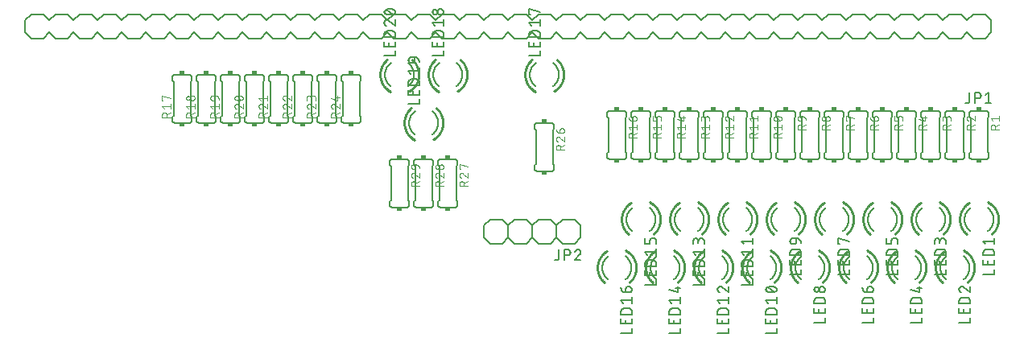
<source format=gbr>
G04 EAGLE Gerber RS-274X export*
G75*
%MOMM*%
%FSLAX34Y34*%
%LPD*%
%INSilkscreen Top*%
%IPPOS*%
%AMOC8*
5,1,8,0,0,1.08239X$1,22.5*%
G01*
%ADD10C,0.152400*%
%ADD11C,0.127000*%
%ADD12C,0.254000*%
%ADD13R,0.508000X0.381000*%
%ADD14C,0.101600*%


D10*
X1123950Y965200D02*
X1111250Y965200D01*
X1104900Y971550D01*
X1104900Y984250D02*
X1111250Y990600D01*
X1149350Y965200D02*
X1155700Y971550D01*
X1149350Y965200D02*
X1136650Y965200D01*
X1130300Y971550D01*
X1130300Y984250D02*
X1136650Y990600D01*
X1149350Y990600D01*
X1155700Y984250D01*
X1130300Y971550D02*
X1123950Y965200D01*
X1130300Y984250D02*
X1123950Y990600D01*
X1111250Y990600D01*
X1187450Y965200D02*
X1200150Y965200D01*
X1187450Y965200D02*
X1181100Y971550D01*
X1181100Y984250D02*
X1187450Y990600D01*
X1181100Y971550D02*
X1174750Y965200D01*
X1162050Y965200D01*
X1155700Y971550D01*
X1155700Y984250D02*
X1162050Y990600D01*
X1174750Y990600D01*
X1181100Y984250D01*
X1225550Y965200D02*
X1231900Y971550D01*
X1225550Y965200D02*
X1212850Y965200D01*
X1206500Y971550D01*
X1206500Y984250D02*
X1212850Y990600D01*
X1225550Y990600D01*
X1231900Y984250D01*
X1206500Y971550D02*
X1200150Y965200D01*
X1206500Y984250D02*
X1200150Y990600D01*
X1187450Y990600D01*
X1263650Y965200D02*
X1276350Y965200D01*
X1263650Y965200D02*
X1257300Y971550D01*
X1257300Y984250D02*
X1263650Y990600D01*
X1257300Y971550D02*
X1250950Y965200D01*
X1238250Y965200D01*
X1231900Y971550D01*
X1231900Y984250D02*
X1238250Y990600D01*
X1250950Y990600D01*
X1257300Y984250D01*
X1301750Y965200D02*
X1308100Y971550D01*
X1301750Y965200D02*
X1289050Y965200D01*
X1282700Y971550D01*
X1282700Y984250D02*
X1289050Y990600D01*
X1301750Y990600D01*
X1308100Y984250D01*
X1282700Y971550D02*
X1276350Y965200D01*
X1282700Y984250D02*
X1276350Y990600D01*
X1263650Y990600D01*
X1339850Y965200D02*
X1352550Y965200D01*
X1339850Y965200D02*
X1333500Y971550D01*
X1333500Y984250D02*
X1339850Y990600D01*
X1333500Y971550D02*
X1327150Y965200D01*
X1314450Y965200D01*
X1308100Y971550D01*
X1308100Y984250D02*
X1314450Y990600D01*
X1327150Y990600D01*
X1333500Y984250D01*
X1377950Y965200D02*
X1384300Y971550D01*
X1377950Y965200D02*
X1365250Y965200D01*
X1358900Y971550D01*
X1358900Y984250D02*
X1365250Y990600D01*
X1377950Y990600D01*
X1384300Y984250D01*
X1358900Y971550D02*
X1352550Y965200D01*
X1358900Y984250D02*
X1352550Y990600D01*
X1339850Y990600D01*
X1416050Y965200D02*
X1428750Y965200D01*
X1416050Y965200D02*
X1409700Y971550D01*
X1409700Y984250D02*
X1416050Y990600D01*
X1409700Y971550D02*
X1403350Y965200D01*
X1390650Y965200D01*
X1384300Y971550D01*
X1384300Y984250D02*
X1390650Y990600D01*
X1403350Y990600D01*
X1409700Y984250D01*
X1454150Y965200D02*
X1460500Y971550D01*
X1454150Y965200D02*
X1441450Y965200D01*
X1435100Y971550D01*
X1435100Y984250D02*
X1441450Y990600D01*
X1454150Y990600D01*
X1460500Y984250D01*
X1435100Y971550D02*
X1428750Y965200D01*
X1435100Y984250D02*
X1428750Y990600D01*
X1416050Y990600D01*
X1492250Y965200D02*
X1504950Y965200D01*
X1492250Y965200D02*
X1485900Y971550D01*
X1485900Y984250D02*
X1492250Y990600D01*
X1485900Y971550D02*
X1479550Y965200D01*
X1466850Y965200D01*
X1460500Y971550D01*
X1460500Y984250D02*
X1466850Y990600D01*
X1479550Y990600D01*
X1485900Y984250D01*
X1530350Y965200D02*
X1536700Y971550D01*
X1530350Y965200D02*
X1517650Y965200D01*
X1511300Y971550D01*
X1511300Y984250D02*
X1517650Y990600D01*
X1530350Y990600D01*
X1536700Y984250D01*
X1511300Y971550D02*
X1504950Y965200D01*
X1511300Y984250D02*
X1504950Y990600D01*
X1492250Y990600D01*
X1568450Y965200D02*
X1581150Y965200D01*
X1568450Y965200D02*
X1562100Y971550D01*
X1562100Y984250D02*
X1568450Y990600D01*
X1562100Y971550D02*
X1555750Y965200D01*
X1543050Y965200D01*
X1536700Y971550D01*
X1536700Y984250D02*
X1543050Y990600D01*
X1555750Y990600D01*
X1562100Y984250D01*
X1587500Y984250D02*
X1587500Y971550D01*
X1581150Y965200D01*
X1587500Y984250D02*
X1581150Y990600D01*
X1568450Y990600D01*
X1098550Y965200D02*
X1085850Y965200D01*
X1079500Y971550D01*
X1079500Y984250D02*
X1085850Y990600D01*
X1104900Y971550D02*
X1098550Y965200D01*
X1104900Y984250D02*
X1098550Y990600D01*
X1085850Y990600D01*
X1073150Y965200D02*
X1060450Y965200D01*
X1054100Y971550D01*
X1054100Y984250D02*
X1060450Y990600D01*
X1079500Y971550D02*
X1073150Y965200D01*
X1079500Y984250D02*
X1073150Y990600D01*
X1060450Y990600D01*
X1047750Y965200D02*
X1035050Y965200D01*
X1028700Y971550D01*
X1028700Y984250D02*
X1035050Y990600D01*
X1054100Y971550D02*
X1047750Y965200D01*
X1054100Y984250D02*
X1047750Y990600D01*
X1035050Y990600D01*
X1022350Y965200D02*
X1009650Y965200D01*
X1003300Y971550D01*
X1003300Y984250D02*
X1009650Y990600D01*
X1028700Y971550D02*
X1022350Y965200D01*
X1028700Y984250D02*
X1022350Y990600D01*
X1009650Y990600D01*
X996950Y965200D02*
X984250Y965200D01*
X977900Y971550D01*
X977900Y984250D02*
X984250Y990600D01*
X1003300Y971550D02*
X996950Y965200D01*
X1003300Y984250D02*
X996950Y990600D01*
X984250Y990600D01*
X971550Y965200D02*
X958850Y965200D01*
X952500Y971550D01*
X952500Y984250D02*
X958850Y990600D01*
X977900Y971550D02*
X971550Y965200D01*
X977900Y984250D02*
X971550Y990600D01*
X958850Y990600D01*
X946150Y965200D02*
X933450Y965200D01*
X927100Y971550D01*
X927100Y984250D02*
X933450Y990600D01*
X952500Y971550D02*
X946150Y965200D01*
X952500Y984250D02*
X946150Y990600D01*
X933450Y990600D01*
X920750Y965200D02*
X908050Y965200D01*
X901700Y971550D01*
X901700Y984250D02*
X908050Y990600D01*
X927100Y971550D02*
X920750Y965200D01*
X927100Y984250D02*
X920750Y990600D01*
X908050Y990600D01*
X895350Y965200D02*
X882650Y965200D01*
X876300Y971550D01*
X876300Y984250D02*
X882650Y990600D01*
X901700Y971550D02*
X895350Y965200D01*
X901700Y984250D02*
X895350Y990600D01*
X882650Y990600D01*
X869950Y965200D02*
X857250Y965200D01*
X850900Y971550D01*
X850900Y984250D02*
X857250Y990600D01*
X876300Y971550D02*
X869950Y965200D01*
X876300Y984250D02*
X869950Y990600D01*
X857250Y990600D01*
X844550Y965200D02*
X831850Y965200D01*
X825500Y971550D01*
X825500Y984250D02*
X831850Y990600D01*
X850900Y971550D02*
X844550Y965200D01*
X850900Y984250D02*
X844550Y990600D01*
X831850Y990600D01*
X590550Y965200D02*
X577850Y965200D01*
X615950Y965200D02*
X622300Y971550D01*
X615950Y965200D02*
X603250Y965200D01*
X596900Y971550D01*
X596900Y984250D02*
X603250Y990600D01*
X615950Y990600D01*
X622300Y984250D01*
X596900Y971550D02*
X590550Y965200D01*
X596900Y984250D02*
X590550Y990600D01*
X577850Y990600D01*
X654050Y965200D02*
X666750Y965200D01*
X654050Y965200D02*
X647700Y971550D01*
X647700Y984250D02*
X654050Y990600D01*
X647700Y971550D02*
X641350Y965200D01*
X628650Y965200D01*
X622300Y971550D01*
X622300Y984250D02*
X628650Y990600D01*
X641350Y990600D01*
X647700Y984250D01*
X692150Y965200D02*
X698500Y971550D01*
X692150Y965200D02*
X679450Y965200D01*
X673100Y971550D01*
X673100Y984250D02*
X679450Y990600D01*
X692150Y990600D01*
X698500Y984250D01*
X673100Y971550D02*
X666750Y965200D01*
X673100Y984250D02*
X666750Y990600D01*
X654050Y990600D01*
X730250Y965200D02*
X742950Y965200D01*
X730250Y965200D02*
X723900Y971550D01*
X723900Y984250D02*
X730250Y990600D01*
X723900Y971550D02*
X717550Y965200D01*
X704850Y965200D01*
X698500Y971550D01*
X698500Y984250D02*
X704850Y990600D01*
X717550Y990600D01*
X723900Y984250D01*
X768350Y965200D02*
X774700Y971550D01*
X768350Y965200D02*
X755650Y965200D01*
X749300Y971550D01*
X749300Y984250D02*
X755650Y990600D01*
X768350Y990600D01*
X774700Y984250D01*
X749300Y971550D02*
X742950Y965200D01*
X749300Y984250D02*
X742950Y990600D01*
X730250Y990600D01*
X806450Y965200D02*
X819150Y965200D01*
X806450Y965200D02*
X800100Y971550D01*
X800100Y984250D02*
X806450Y990600D01*
X800100Y971550D02*
X793750Y965200D01*
X781050Y965200D01*
X774700Y971550D01*
X774700Y984250D02*
X781050Y990600D01*
X793750Y990600D01*
X800100Y984250D01*
X819150Y965200D02*
X825500Y971550D01*
X825500Y984250D02*
X819150Y990600D01*
X806450Y990600D01*
X571500Y984250D02*
X571500Y971550D01*
X577850Y965200D01*
X571500Y984250D02*
X577850Y990600D01*
D11*
X1564438Y908177D02*
X1564438Y899287D01*
X1564436Y899187D01*
X1564430Y899088D01*
X1564420Y898988D01*
X1564407Y898890D01*
X1564389Y898791D01*
X1564368Y898694D01*
X1564343Y898598D01*
X1564314Y898502D01*
X1564281Y898408D01*
X1564245Y898315D01*
X1564205Y898224D01*
X1564161Y898134D01*
X1564114Y898046D01*
X1564064Y897960D01*
X1564010Y897876D01*
X1563953Y897794D01*
X1563893Y897715D01*
X1563829Y897637D01*
X1563763Y897563D01*
X1563694Y897491D01*
X1563622Y897422D01*
X1563548Y897356D01*
X1563470Y897292D01*
X1563391Y897232D01*
X1563309Y897175D01*
X1563225Y897121D01*
X1563139Y897071D01*
X1563051Y897024D01*
X1562961Y896980D01*
X1562870Y896940D01*
X1562777Y896904D01*
X1562683Y896871D01*
X1562587Y896842D01*
X1562491Y896817D01*
X1562394Y896796D01*
X1562295Y896778D01*
X1562197Y896765D01*
X1562097Y896755D01*
X1561998Y896749D01*
X1561898Y896747D01*
X1560628Y896747D01*
X1570419Y896747D02*
X1570419Y908177D01*
X1573594Y908177D01*
X1573705Y908175D01*
X1573815Y908169D01*
X1573926Y908160D01*
X1574036Y908146D01*
X1574145Y908129D01*
X1574254Y908108D01*
X1574362Y908083D01*
X1574469Y908054D01*
X1574575Y908022D01*
X1574680Y907986D01*
X1574783Y907946D01*
X1574885Y907903D01*
X1574986Y907856D01*
X1575085Y907805D01*
X1575182Y907752D01*
X1575276Y907695D01*
X1575369Y907634D01*
X1575460Y907571D01*
X1575549Y907504D01*
X1575635Y907434D01*
X1575718Y907361D01*
X1575800Y907286D01*
X1575878Y907208D01*
X1575953Y907126D01*
X1576026Y907043D01*
X1576096Y906957D01*
X1576163Y906868D01*
X1576226Y906777D01*
X1576287Y906684D01*
X1576344Y906589D01*
X1576397Y906493D01*
X1576448Y906394D01*
X1576495Y906293D01*
X1576538Y906191D01*
X1576578Y906088D01*
X1576614Y905983D01*
X1576646Y905877D01*
X1576675Y905770D01*
X1576700Y905662D01*
X1576721Y905553D01*
X1576738Y905444D01*
X1576752Y905334D01*
X1576761Y905223D01*
X1576767Y905113D01*
X1576769Y905002D01*
X1576767Y904891D01*
X1576761Y904781D01*
X1576752Y904670D01*
X1576738Y904560D01*
X1576721Y904451D01*
X1576700Y904342D01*
X1576675Y904234D01*
X1576646Y904127D01*
X1576614Y904021D01*
X1576578Y903916D01*
X1576538Y903813D01*
X1576495Y903711D01*
X1576448Y903610D01*
X1576397Y903511D01*
X1576344Y903415D01*
X1576287Y903320D01*
X1576226Y903227D01*
X1576163Y903136D01*
X1576096Y903047D01*
X1576026Y902961D01*
X1575953Y902878D01*
X1575878Y902796D01*
X1575800Y902718D01*
X1575718Y902643D01*
X1575635Y902570D01*
X1575549Y902500D01*
X1575460Y902433D01*
X1575369Y902370D01*
X1575276Y902309D01*
X1575182Y902252D01*
X1575085Y902199D01*
X1574986Y902148D01*
X1574885Y902101D01*
X1574783Y902058D01*
X1574680Y902018D01*
X1574575Y901982D01*
X1574469Y901950D01*
X1574362Y901921D01*
X1574254Y901896D01*
X1574145Y901875D01*
X1574036Y901858D01*
X1573926Y901844D01*
X1573815Y901835D01*
X1573705Y901829D01*
X1573594Y901827D01*
X1570419Y901827D01*
X1581277Y905637D02*
X1584452Y908177D01*
X1584452Y896747D01*
X1581277Y896747D02*
X1587627Y896747D01*
D10*
X1104900Y755650D02*
X1098550Y749300D01*
X1085850Y749300D01*
X1079500Y755650D01*
X1079500Y768350D01*
X1085850Y774700D01*
X1098550Y774700D01*
X1104900Y768350D01*
X1136650Y749300D02*
X1149350Y749300D01*
X1136650Y749300D02*
X1130300Y755650D01*
X1130300Y768350D01*
X1136650Y774700D01*
X1130300Y755650D02*
X1123950Y749300D01*
X1111250Y749300D01*
X1104900Y755650D01*
X1104900Y768350D01*
X1111250Y774700D01*
X1123950Y774700D01*
X1130300Y768350D01*
X1155700Y768350D02*
X1155700Y755650D01*
X1149350Y749300D01*
X1155700Y768350D02*
X1149350Y774700D01*
X1136650Y774700D01*
X1073150Y749300D02*
X1060450Y749300D01*
X1054100Y755650D01*
X1054100Y768350D01*
X1060450Y774700D01*
X1079500Y755650D02*
X1073150Y749300D01*
X1079500Y768350D02*
X1073150Y774700D01*
X1060450Y774700D01*
D11*
X1132638Y743077D02*
X1132638Y734187D01*
X1132636Y734087D01*
X1132630Y733988D01*
X1132620Y733888D01*
X1132607Y733790D01*
X1132589Y733691D01*
X1132568Y733594D01*
X1132543Y733498D01*
X1132514Y733402D01*
X1132481Y733308D01*
X1132445Y733215D01*
X1132405Y733124D01*
X1132361Y733034D01*
X1132314Y732946D01*
X1132264Y732860D01*
X1132210Y732776D01*
X1132153Y732694D01*
X1132093Y732615D01*
X1132029Y732537D01*
X1131963Y732463D01*
X1131894Y732391D01*
X1131822Y732322D01*
X1131748Y732256D01*
X1131670Y732192D01*
X1131591Y732132D01*
X1131509Y732075D01*
X1131425Y732021D01*
X1131339Y731971D01*
X1131251Y731924D01*
X1131161Y731880D01*
X1131070Y731840D01*
X1130977Y731804D01*
X1130883Y731771D01*
X1130787Y731742D01*
X1130691Y731717D01*
X1130594Y731696D01*
X1130495Y731678D01*
X1130397Y731665D01*
X1130297Y731655D01*
X1130198Y731649D01*
X1130098Y731647D01*
X1128828Y731647D01*
X1138619Y731647D02*
X1138619Y743077D01*
X1141794Y743077D01*
X1141905Y743075D01*
X1142015Y743069D01*
X1142126Y743060D01*
X1142236Y743046D01*
X1142345Y743029D01*
X1142454Y743008D01*
X1142562Y742983D01*
X1142669Y742954D01*
X1142775Y742922D01*
X1142880Y742886D01*
X1142983Y742846D01*
X1143085Y742803D01*
X1143186Y742756D01*
X1143285Y742705D01*
X1143382Y742652D01*
X1143476Y742595D01*
X1143569Y742534D01*
X1143660Y742471D01*
X1143749Y742404D01*
X1143835Y742334D01*
X1143918Y742261D01*
X1144000Y742186D01*
X1144078Y742108D01*
X1144153Y742026D01*
X1144226Y741943D01*
X1144296Y741857D01*
X1144363Y741768D01*
X1144426Y741677D01*
X1144487Y741584D01*
X1144544Y741489D01*
X1144597Y741393D01*
X1144648Y741294D01*
X1144695Y741193D01*
X1144738Y741091D01*
X1144778Y740988D01*
X1144814Y740883D01*
X1144846Y740777D01*
X1144875Y740670D01*
X1144900Y740562D01*
X1144921Y740453D01*
X1144938Y740344D01*
X1144952Y740234D01*
X1144961Y740123D01*
X1144967Y740013D01*
X1144969Y739902D01*
X1144967Y739791D01*
X1144961Y739681D01*
X1144952Y739570D01*
X1144938Y739460D01*
X1144921Y739351D01*
X1144900Y739242D01*
X1144875Y739134D01*
X1144846Y739027D01*
X1144814Y738921D01*
X1144778Y738816D01*
X1144738Y738713D01*
X1144695Y738611D01*
X1144648Y738510D01*
X1144597Y738411D01*
X1144544Y738315D01*
X1144487Y738220D01*
X1144426Y738127D01*
X1144363Y738036D01*
X1144296Y737947D01*
X1144226Y737861D01*
X1144153Y737778D01*
X1144078Y737696D01*
X1144000Y737618D01*
X1143918Y737543D01*
X1143835Y737470D01*
X1143749Y737400D01*
X1143660Y737333D01*
X1143569Y737270D01*
X1143476Y737209D01*
X1143382Y737152D01*
X1143285Y737099D01*
X1143186Y737048D01*
X1143085Y737001D01*
X1142983Y736958D01*
X1142880Y736918D01*
X1142775Y736882D01*
X1142669Y736850D01*
X1142562Y736821D01*
X1142454Y736796D01*
X1142345Y736775D01*
X1142236Y736758D01*
X1142126Y736744D01*
X1142015Y736735D01*
X1141905Y736729D01*
X1141794Y736727D01*
X1138619Y736727D01*
X1152970Y743078D02*
X1153074Y743076D01*
X1153179Y743070D01*
X1153283Y743061D01*
X1153386Y743048D01*
X1153489Y743030D01*
X1153591Y743010D01*
X1153693Y742985D01*
X1153793Y742957D01*
X1153893Y742925D01*
X1153991Y742889D01*
X1154088Y742850D01*
X1154183Y742808D01*
X1154277Y742762D01*
X1154369Y742712D01*
X1154459Y742660D01*
X1154547Y742604D01*
X1154633Y742544D01*
X1154717Y742482D01*
X1154798Y742417D01*
X1154877Y742349D01*
X1154954Y742277D01*
X1155027Y742204D01*
X1155099Y742127D01*
X1155167Y742048D01*
X1155232Y741967D01*
X1155294Y741883D01*
X1155354Y741797D01*
X1155410Y741709D01*
X1155462Y741619D01*
X1155512Y741527D01*
X1155558Y741433D01*
X1155600Y741338D01*
X1155639Y741241D01*
X1155675Y741143D01*
X1155707Y741043D01*
X1155735Y740943D01*
X1155760Y740841D01*
X1155780Y740739D01*
X1155798Y740636D01*
X1155811Y740533D01*
X1155820Y740429D01*
X1155826Y740324D01*
X1155828Y740220D01*
X1152970Y743077D02*
X1152852Y743075D01*
X1152733Y743069D01*
X1152615Y743060D01*
X1152498Y743047D01*
X1152381Y743029D01*
X1152264Y743009D01*
X1152148Y742984D01*
X1152033Y742956D01*
X1151920Y742923D01*
X1151807Y742888D01*
X1151695Y742848D01*
X1151585Y742806D01*
X1151476Y742759D01*
X1151368Y742709D01*
X1151263Y742656D01*
X1151159Y742599D01*
X1151057Y742539D01*
X1150957Y742476D01*
X1150859Y742409D01*
X1150763Y742340D01*
X1150670Y742267D01*
X1150579Y742191D01*
X1150490Y742113D01*
X1150404Y742031D01*
X1150321Y741947D01*
X1150240Y741861D01*
X1150163Y741771D01*
X1150088Y741680D01*
X1150016Y741586D01*
X1149947Y741489D01*
X1149882Y741391D01*
X1149819Y741290D01*
X1149760Y741187D01*
X1149704Y741083D01*
X1149652Y740977D01*
X1149603Y740869D01*
X1149558Y740760D01*
X1149516Y740649D01*
X1149478Y740537D01*
X1154875Y737998D02*
X1154951Y738073D01*
X1155026Y738152D01*
X1155097Y738233D01*
X1155166Y738317D01*
X1155231Y738403D01*
X1155293Y738491D01*
X1155353Y738581D01*
X1155409Y738673D01*
X1155462Y738768D01*
X1155511Y738864D01*
X1155557Y738962D01*
X1155600Y739061D01*
X1155639Y739162D01*
X1155674Y739264D01*
X1155706Y739367D01*
X1155734Y739471D01*
X1155759Y739576D01*
X1155780Y739683D01*
X1155797Y739789D01*
X1155810Y739896D01*
X1155819Y740004D01*
X1155825Y740112D01*
X1155827Y740220D01*
X1154875Y737997D02*
X1149477Y731647D01*
X1155827Y731647D01*
D10*
X1583658Y762299D02*
X1583958Y762518D01*
X1584252Y762745D01*
X1584540Y762979D01*
X1584823Y763220D01*
X1585100Y763467D01*
X1585371Y763722D01*
X1585635Y763983D01*
X1585893Y764250D01*
X1586144Y764523D01*
X1586389Y764803D01*
X1586627Y765088D01*
X1586857Y765379D01*
X1587081Y765676D01*
X1587297Y765978D01*
X1587506Y766285D01*
X1587707Y766597D01*
X1587901Y766914D01*
X1588087Y767236D01*
X1588265Y767562D01*
X1588435Y767892D01*
X1588597Y768226D01*
X1588750Y768564D01*
X1588896Y768906D01*
X1589033Y769251D01*
X1589161Y769600D01*
X1589281Y769951D01*
X1589393Y770306D01*
X1589495Y770663D01*
X1589590Y771022D01*
X1589675Y771383D01*
X1589751Y771747D01*
X1589819Y772112D01*
X1589877Y772479D01*
X1589927Y772847D01*
X1589968Y773216D01*
X1589999Y773586D01*
X1590022Y773957D01*
X1590035Y774328D01*
X1590040Y774700D01*
X1590035Y775072D01*
X1590022Y775443D01*
X1589999Y775815D01*
X1589967Y776185D01*
X1589927Y776555D01*
X1589877Y776923D01*
X1589818Y777291D01*
X1589751Y777656D01*
X1589674Y778020D01*
X1589588Y778382D01*
X1589494Y778742D01*
X1589391Y779099D01*
X1589280Y779454D01*
X1589159Y779806D01*
X1589030Y780155D01*
X1588893Y780500D01*
X1588747Y780842D01*
X1588593Y781181D01*
X1588431Y781516D01*
X1588261Y781846D01*
X1588082Y782172D01*
X1587896Y782494D01*
X1587702Y782812D01*
X1587500Y783124D01*
X1587291Y783431D01*
X1587074Y783733D01*
X1586850Y784030D01*
X1586619Y784322D01*
X1586381Y784607D01*
X1586135Y784887D01*
X1585883Y785160D01*
X1585625Y785428D01*
X1585360Y785688D01*
X1585089Y785943D01*
X1584811Y786191D01*
X1584528Y786431D01*
X1584239Y786665D01*
X1583944Y786892D01*
X1559560Y774700D02*
X1559564Y774335D01*
X1559577Y773970D01*
X1559599Y773606D01*
X1559630Y773243D01*
X1559669Y772880D01*
X1559717Y772518D01*
X1559774Y772158D01*
X1559839Y771799D01*
X1559912Y771441D01*
X1559995Y771086D01*
X1560085Y770733D01*
X1560185Y770381D01*
X1560292Y770033D01*
X1560408Y769687D01*
X1560532Y769344D01*
X1560665Y769004D01*
X1560805Y768667D01*
X1560953Y768334D01*
X1561110Y768004D01*
X1561274Y767678D01*
X1561446Y767356D01*
X1561626Y767039D01*
X1561813Y766726D01*
X1562007Y766417D01*
X1562209Y766113D01*
X1562419Y765814D01*
X1562635Y765520D01*
X1562858Y765232D01*
X1563088Y764949D01*
X1563325Y764671D01*
X1563568Y764399D01*
X1563818Y764133D01*
X1564074Y763873D01*
X1564337Y763620D01*
X1564605Y763372D01*
X1564879Y763132D01*
X1565159Y762897D01*
X1565444Y762670D01*
X1559560Y774700D02*
X1559564Y775065D01*
X1559577Y775430D01*
X1559599Y775794D01*
X1559630Y776157D01*
X1559669Y776520D01*
X1559717Y776882D01*
X1559774Y777242D01*
X1559839Y777601D01*
X1559912Y777959D01*
X1559995Y778314D01*
X1560085Y778667D01*
X1560185Y779019D01*
X1560292Y779367D01*
X1560408Y779713D01*
X1560532Y780056D01*
X1560665Y780396D01*
X1560805Y780733D01*
X1560953Y781066D01*
X1561110Y781396D01*
X1561274Y781722D01*
X1561446Y782044D01*
X1561626Y782361D01*
X1561813Y782674D01*
X1562007Y782983D01*
X1562209Y783287D01*
X1562419Y783586D01*
X1562635Y783880D01*
X1562858Y784168D01*
X1563088Y784451D01*
X1563325Y784729D01*
X1563568Y785001D01*
X1563818Y785267D01*
X1564074Y785527D01*
X1564337Y785780D01*
X1564605Y786028D01*
X1564879Y786268D01*
X1565159Y786503D01*
X1565444Y786730D01*
D12*
X1595120Y774700D02*
X1595114Y774206D01*
X1595096Y773712D01*
X1595066Y773218D01*
X1595024Y772725D01*
X1594970Y772234D01*
X1594904Y771744D01*
X1594826Y771256D01*
X1594736Y770769D01*
X1594635Y770285D01*
X1594521Y769804D01*
X1594396Y769326D01*
X1594260Y768850D01*
X1594112Y768379D01*
X1593952Y767911D01*
X1593781Y767447D01*
X1593599Y766987D01*
X1593406Y766532D01*
X1593202Y766081D01*
X1592987Y765636D01*
X1592761Y765196D01*
X1592524Y764762D01*
X1592277Y764334D01*
X1592020Y763912D01*
X1591752Y763496D01*
X1591474Y763087D01*
X1591187Y762685D01*
X1590890Y762289D01*
X1590583Y761902D01*
X1590267Y761521D01*
X1589942Y761149D01*
X1589607Y760784D01*
X1589264Y760428D01*
X1588913Y760081D01*
X1588553Y759741D01*
X1588185Y759411D01*
X1587809Y759090D01*
X1595120Y774700D02*
X1595114Y775188D01*
X1595097Y775675D01*
X1595067Y776162D01*
X1595026Y776649D01*
X1594974Y777134D01*
X1594909Y777618D01*
X1594833Y778100D01*
X1594746Y778580D01*
X1594647Y779058D01*
X1594537Y779533D01*
X1594415Y780006D01*
X1594282Y780475D01*
X1594137Y780942D01*
X1593982Y781404D01*
X1593815Y781863D01*
X1593638Y782318D01*
X1593449Y782768D01*
X1593250Y783213D01*
X1593040Y783654D01*
X1592820Y784090D01*
X1592589Y784520D01*
X1592348Y784944D01*
X1592097Y785362D01*
X1591836Y785775D01*
X1591565Y786181D01*
X1591285Y786580D01*
X1590995Y786973D01*
X1590695Y787358D01*
X1590386Y787736D01*
X1590069Y788107D01*
X1589742Y788469D01*
X1589407Y788824D01*
X1589064Y789171D01*
X1588712Y789509D01*
X1588353Y789839D01*
X1587985Y790160D01*
X1587610Y790473D01*
X1587227Y790776D01*
X1586838Y791070D01*
X1586441Y791354D01*
X1586038Y791629D01*
X1585628Y791894D01*
X1585212Y792149D01*
X1584790Y792394D01*
X1584362Y792629D01*
X1554480Y774700D02*
X1554486Y774210D01*
X1554504Y773720D01*
X1554533Y773231D01*
X1554575Y772742D01*
X1554628Y772255D01*
X1554692Y771769D01*
X1554769Y771285D01*
X1554857Y770803D01*
X1554957Y770323D01*
X1555068Y769845D01*
X1555191Y769371D01*
X1555326Y768899D01*
X1555471Y768431D01*
X1555628Y767967D01*
X1555796Y767506D01*
X1555975Y767050D01*
X1556165Y766598D01*
X1556366Y766151D01*
X1556578Y765709D01*
X1556800Y765272D01*
X1557032Y764840D01*
X1557275Y764414D01*
X1557529Y763995D01*
X1557792Y763581D01*
X1558065Y763174D01*
X1558348Y762774D01*
X1558641Y762380D01*
X1558942Y761994D01*
X1559254Y761615D01*
X1559574Y761244D01*
X1559903Y760881D01*
X1560240Y760525D01*
X1560587Y760178D01*
X1560941Y759840D01*
X1561304Y759510D01*
X1561674Y759188D01*
X1554480Y774700D02*
X1554486Y775197D01*
X1554504Y775694D01*
X1554535Y776190D01*
X1554577Y776685D01*
X1554632Y777179D01*
X1554698Y777672D01*
X1554777Y778162D01*
X1554868Y778651D01*
X1554970Y779137D01*
X1555085Y779621D01*
X1555211Y780101D01*
X1555349Y780579D01*
X1555498Y781053D01*
X1555659Y781523D01*
X1555832Y781989D01*
X1556016Y782451D01*
X1556211Y782908D01*
X1556417Y783360D01*
X1556634Y783807D01*
X1556863Y784248D01*
X1557101Y784684D01*
X1557351Y785114D01*
X1557611Y785537D01*
X1557881Y785955D01*
X1558161Y786365D01*
X1558451Y786768D01*
X1558751Y787165D01*
X1559061Y787553D01*
X1559380Y787934D01*
X1559708Y788307D01*
X1560045Y788672D01*
X1560391Y789029D01*
X1560746Y789377D01*
X1561109Y789716D01*
X1561480Y790047D01*
X1561860Y790368D01*
X1562247Y790680D01*
X1562641Y790982D01*
X1563043Y791274D01*
X1563452Y791557D01*
X1563867Y791829D01*
X1564290Y792092D01*
X1564718Y792343D01*
D11*
X1579245Y717067D02*
X1590675Y717067D01*
X1590675Y722147D01*
X1590675Y726973D02*
X1590675Y732053D01*
X1590675Y726973D02*
X1579245Y726973D01*
X1579245Y732053D01*
X1584325Y730783D02*
X1584325Y726973D01*
X1579245Y736854D02*
X1590675Y736854D01*
X1579245Y736854D02*
X1579245Y740029D01*
X1579247Y740140D01*
X1579253Y740250D01*
X1579262Y740361D01*
X1579276Y740471D01*
X1579293Y740580D01*
X1579314Y740689D01*
X1579339Y740797D01*
X1579368Y740904D01*
X1579400Y741010D01*
X1579436Y741115D01*
X1579476Y741218D01*
X1579519Y741320D01*
X1579566Y741421D01*
X1579617Y741520D01*
X1579670Y741617D01*
X1579727Y741711D01*
X1579788Y741804D01*
X1579851Y741895D01*
X1579918Y741984D01*
X1579988Y742070D01*
X1580061Y742153D01*
X1580136Y742235D01*
X1580214Y742313D01*
X1580296Y742388D01*
X1580379Y742461D01*
X1580465Y742531D01*
X1580554Y742598D01*
X1580645Y742661D01*
X1580738Y742722D01*
X1580833Y742779D01*
X1580929Y742832D01*
X1581028Y742883D01*
X1581129Y742930D01*
X1581231Y742973D01*
X1581334Y743013D01*
X1581439Y743049D01*
X1581545Y743081D01*
X1581652Y743110D01*
X1581760Y743135D01*
X1581869Y743156D01*
X1581978Y743173D01*
X1582088Y743187D01*
X1582199Y743196D01*
X1582309Y743202D01*
X1582420Y743204D01*
X1587500Y743204D01*
X1587611Y743202D01*
X1587721Y743196D01*
X1587832Y743187D01*
X1587942Y743173D01*
X1588051Y743156D01*
X1588160Y743135D01*
X1588268Y743110D01*
X1588375Y743081D01*
X1588481Y743049D01*
X1588586Y743013D01*
X1588689Y742973D01*
X1588791Y742930D01*
X1588892Y742883D01*
X1588991Y742832D01*
X1589088Y742779D01*
X1589182Y742722D01*
X1589275Y742661D01*
X1589366Y742598D01*
X1589455Y742531D01*
X1589541Y742461D01*
X1589624Y742388D01*
X1589706Y742313D01*
X1589784Y742235D01*
X1589859Y742153D01*
X1589932Y742070D01*
X1590002Y741984D01*
X1590069Y741895D01*
X1590132Y741804D01*
X1590193Y741711D01*
X1590250Y741617D01*
X1590303Y741520D01*
X1590354Y741421D01*
X1590401Y741320D01*
X1590444Y741218D01*
X1590484Y741115D01*
X1590520Y741010D01*
X1590552Y740904D01*
X1590581Y740797D01*
X1590606Y740689D01*
X1590627Y740580D01*
X1590644Y740471D01*
X1590658Y740361D01*
X1590667Y740250D01*
X1590673Y740140D01*
X1590675Y740029D01*
X1590675Y736854D01*
X1581785Y748665D02*
X1579245Y751840D01*
X1590675Y751840D01*
X1590675Y748665D02*
X1590675Y755015D01*
D10*
X1361440Y723900D02*
X1361435Y723528D01*
X1361422Y723157D01*
X1361399Y722786D01*
X1361368Y722416D01*
X1361327Y722047D01*
X1361277Y721679D01*
X1361219Y721312D01*
X1361151Y720947D01*
X1361075Y720583D01*
X1360990Y720222D01*
X1360895Y719863D01*
X1360793Y719506D01*
X1360681Y719151D01*
X1360561Y718800D01*
X1360433Y718451D01*
X1360296Y718106D01*
X1360150Y717764D01*
X1359997Y717426D01*
X1359835Y717092D01*
X1359665Y716762D01*
X1359487Y716436D01*
X1359301Y716114D01*
X1359107Y715797D01*
X1358906Y715485D01*
X1358697Y715178D01*
X1358481Y714876D01*
X1358257Y714579D01*
X1358027Y714288D01*
X1357789Y714003D01*
X1357544Y713723D01*
X1357293Y713450D01*
X1357035Y713183D01*
X1356771Y712922D01*
X1356500Y712667D01*
X1356223Y712420D01*
X1355940Y712179D01*
X1355652Y711945D01*
X1355358Y711718D01*
X1355058Y711499D01*
X1361440Y723900D02*
X1361435Y724272D01*
X1361422Y724643D01*
X1361399Y725015D01*
X1361367Y725385D01*
X1361327Y725755D01*
X1361277Y726123D01*
X1361218Y726491D01*
X1361151Y726856D01*
X1361074Y727220D01*
X1360988Y727582D01*
X1360894Y727942D01*
X1360791Y728299D01*
X1360680Y728654D01*
X1360559Y729006D01*
X1360430Y729355D01*
X1360293Y729700D01*
X1360147Y730042D01*
X1359993Y730381D01*
X1359831Y730716D01*
X1359661Y731046D01*
X1359482Y731372D01*
X1359296Y731694D01*
X1359102Y732012D01*
X1358900Y732324D01*
X1358691Y732631D01*
X1358474Y732933D01*
X1358250Y733230D01*
X1358019Y733522D01*
X1357781Y733807D01*
X1357535Y734087D01*
X1357283Y734360D01*
X1357025Y734628D01*
X1356760Y734888D01*
X1356489Y735143D01*
X1356211Y735391D01*
X1355928Y735631D01*
X1355639Y735865D01*
X1355344Y736092D01*
X1330960Y723900D02*
X1330964Y723535D01*
X1330977Y723170D01*
X1330999Y722806D01*
X1331030Y722443D01*
X1331069Y722080D01*
X1331117Y721718D01*
X1331174Y721358D01*
X1331239Y720999D01*
X1331312Y720641D01*
X1331395Y720286D01*
X1331485Y719933D01*
X1331585Y719581D01*
X1331692Y719233D01*
X1331808Y718887D01*
X1331932Y718544D01*
X1332065Y718204D01*
X1332205Y717867D01*
X1332353Y717534D01*
X1332510Y717204D01*
X1332674Y716878D01*
X1332846Y716556D01*
X1333026Y716239D01*
X1333213Y715926D01*
X1333407Y715617D01*
X1333609Y715313D01*
X1333819Y715014D01*
X1334035Y714720D01*
X1334258Y714432D01*
X1334488Y714149D01*
X1334725Y713871D01*
X1334968Y713599D01*
X1335218Y713333D01*
X1335474Y713073D01*
X1335737Y712820D01*
X1336005Y712572D01*
X1336279Y712332D01*
X1336559Y712097D01*
X1336844Y711870D01*
X1330960Y723900D02*
X1330964Y724265D01*
X1330977Y724630D01*
X1330999Y724994D01*
X1331030Y725357D01*
X1331069Y725720D01*
X1331117Y726082D01*
X1331174Y726442D01*
X1331239Y726801D01*
X1331312Y727159D01*
X1331395Y727514D01*
X1331485Y727867D01*
X1331585Y728219D01*
X1331692Y728567D01*
X1331808Y728913D01*
X1331932Y729256D01*
X1332065Y729596D01*
X1332205Y729933D01*
X1332353Y730266D01*
X1332510Y730596D01*
X1332674Y730922D01*
X1332846Y731244D01*
X1333026Y731561D01*
X1333213Y731874D01*
X1333407Y732183D01*
X1333609Y732487D01*
X1333819Y732786D01*
X1334035Y733080D01*
X1334258Y733368D01*
X1334488Y733651D01*
X1334725Y733929D01*
X1334968Y734201D01*
X1335218Y734467D01*
X1335474Y734727D01*
X1335737Y734980D01*
X1336005Y735228D01*
X1336279Y735468D01*
X1336559Y735703D01*
X1336844Y735930D01*
D12*
X1366520Y723900D02*
X1366514Y723406D01*
X1366496Y722912D01*
X1366466Y722418D01*
X1366424Y721925D01*
X1366370Y721434D01*
X1366304Y720944D01*
X1366226Y720456D01*
X1366136Y719969D01*
X1366035Y719485D01*
X1365921Y719004D01*
X1365796Y718526D01*
X1365660Y718050D01*
X1365512Y717579D01*
X1365352Y717111D01*
X1365181Y716647D01*
X1364999Y716187D01*
X1364806Y715732D01*
X1364602Y715281D01*
X1364387Y714836D01*
X1364161Y714396D01*
X1363924Y713962D01*
X1363677Y713534D01*
X1363420Y713112D01*
X1363152Y712696D01*
X1362874Y712287D01*
X1362587Y711885D01*
X1362290Y711489D01*
X1361983Y711102D01*
X1361667Y710721D01*
X1361342Y710349D01*
X1361007Y709984D01*
X1360664Y709628D01*
X1360313Y709281D01*
X1359953Y708941D01*
X1359585Y708611D01*
X1359209Y708290D01*
X1366520Y723900D02*
X1366514Y724388D01*
X1366497Y724875D01*
X1366467Y725362D01*
X1366426Y725849D01*
X1366374Y726334D01*
X1366309Y726818D01*
X1366233Y727300D01*
X1366146Y727780D01*
X1366047Y728258D01*
X1365937Y728733D01*
X1365815Y729206D01*
X1365682Y729675D01*
X1365537Y730142D01*
X1365382Y730604D01*
X1365215Y731063D01*
X1365038Y731518D01*
X1364849Y731968D01*
X1364650Y732413D01*
X1364440Y732854D01*
X1364220Y733290D01*
X1363989Y733720D01*
X1363748Y734144D01*
X1363497Y734562D01*
X1363236Y734975D01*
X1362965Y735381D01*
X1362685Y735780D01*
X1362395Y736173D01*
X1362095Y736558D01*
X1361786Y736936D01*
X1361469Y737307D01*
X1361142Y737669D01*
X1360807Y738024D01*
X1360464Y738371D01*
X1360112Y738709D01*
X1359753Y739039D01*
X1359385Y739360D01*
X1359010Y739673D01*
X1358627Y739976D01*
X1358238Y740270D01*
X1357841Y740554D01*
X1357438Y740829D01*
X1357028Y741094D01*
X1356612Y741349D01*
X1356190Y741594D01*
X1355762Y741829D01*
X1325880Y723900D02*
X1325886Y723410D01*
X1325904Y722920D01*
X1325933Y722431D01*
X1325975Y721942D01*
X1326028Y721455D01*
X1326092Y720969D01*
X1326169Y720485D01*
X1326257Y720003D01*
X1326357Y719523D01*
X1326468Y719045D01*
X1326591Y718571D01*
X1326726Y718099D01*
X1326871Y717631D01*
X1327028Y717167D01*
X1327196Y716706D01*
X1327375Y716250D01*
X1327565Y715798D01*
X1327766Y715351D01*
X1327978Y714909D01*
X1328200Y714472D01*
X1328432Y714040D01*
X1328675Y713614D01*
X1328929Y713195D01*
X1329192Y712781D01*
X1329465Y712374D01*
X1329748Y711974D01*
X1330041Y711580D01*
X1330342Y711194D01*
X1330654Y710815D01*
X1330974Y710444D01*
X1331303Y710081D01*
X1331640Y709725D01*
X1331987Y709378D01*
X1332341Y709040D01*
X1332704Y708710D01*
X1333074Y708388D01*
X1325880Y723900D02*
X1325886Y724397D01*
X1325904Y724894D01*
X1325935Y725390D01*
X1325977Y725885D01*
X1326032Y726379D01*
X1326098Y726872D01*
X1326177Y727362D01*
X1326268Y727851D01*
X1326370Y728337D01*
X1326485Y728821D01*
X1326611Y729301D01*
X1326749Y729779D01*
X1326898Y730253D01*
X1327059Y730723D01*
X1327232Y731189D01*
X1327416Y731651D01*
X1327611Y732108D01*
X1327817Y732560D01*
X1328034Y733007D01*
X1328263Y733448D01*
X1328501Y733884D01*
X1328751Y734314D01*
X1329011Y734737D01*
X1329281Y735155D01*
X1329561Y735565D01*
X1329851Y735968D01*
X1330151Y736365D01*
X1330461Y736753D01*
X1330780Y737134D01*
X1331108Y737507D01*
X1331445Y737872D01*
X1331791Y738229D01*
X1332146Y738577D01*
X1332509Y738916D01*
X1332880Y739247D01*
X1333260Y739568D01*
X1333647Y739880D01*
X1334041Y740182D01*
X1334443Y740474D01*
X1334852Y740757D01*
X1335267Y741029D01*
X1335690Y741292D01*
X1336118Y741543D01*
D11*
X1350645Y654837D02*
X1362075Y654837D01*
X1362075Y659917D01*
X1362075Y664743D02*
X1362075Y669823D01*
X1362075Y664743D02*
X1350645Y664743D01*
X1350645Y669823D01*
X1355725Y668553D02*
X1355725Y664743D01*
X1350645Y674624D02*
X1362075Y674624D01*
X1350645Y674624D02*
X1350645Y677799D01*
X1350647Y677910D01*
X1350653Y678020D01*
X1350662Y678131D01*
X1350676Y678241D01*
X1350693Y678350D01*
X1350714Y678459D01*
X1350739Y678567D01*
X1350768Y678674D01*
X1350800Y678780D01*
X1350836Y678885D01*
X1350876Y678988D01*
X1350919Y679090D01*
X1350966Y679191D01*
X1351017Y679290D01*
X1351070Y679387D01*
X1351127Y679481D01*
X1351188Y679574D01*
X1351251Y679665D01*
X1351318Y679754D01*
X1351388Y679840D01*
X1351461Y679923D01*
X1351536Y680005D01*
X1351614Y680083D01*
X1351696Y680158D01*
X1351779Y680231D01*
X1351865Y680301D01*
X1351954Y680368D01*
X1352045Y680431D01*
X1352138Y680492D01*
X1352233Y680549D01*
X1352329Y680602D01*
X1352428Y680653D01*
X1352529Y680700D01*
X1352631Y680743D01*
X1352734Y680783D01*
X1352839Y680819D01*
X1352945Y680851D01*
X1353052Y680880D01*
X1353160Y680905D01*
X1353269Y680926D01*
X1353378Y680943D01*
X1353488Y680957D01*
X1353599Y680966D01*
X1353709Y680972D01*
X1353820Y680974D01*
X1358900Y680974D01*
X1359011Y680972D01*
X1359121Y680966D01*
X1359232Y680957D01*
X1359342Y680943D01*
X1359451Y680926D01*
X1359560Y680905D01*
X1359668Y680880D01*
X1359775Y680851D01*
X1359881Y680819D01*
X1359986Y680783D01*
X1360089Y680743D01*
X1360191Y680700D01*
X1360292Y680653D01*
X1360391Y680602D01*
X1360488Y680549D01*
X1360582Y680492D01*
X1360675Y680431D01*
X1360766Y680368D01*
X1360855Y680301D01*
X1360941Y680231D01*
X1361024Y680158D01*
X1361106Y680083D01*
X1361184Y680005D01*
X1361259Y679923D01*
X1361332Y679840D01*
X1361402Y679754D01*
X1361469Y679665D01*
X1361532Y679574D01*
X1361593Y679481D01*
X1361650Y679387D01*
X1361703Y679290D01*
X1361754Y679191D01*
X1361801Y679090D01*
X1361844Y678988D01*
X1361884Y678885D01*
X1361920Y678780D01*
X1361952Y678674D01*
X1361981Y678567D01*
X1362006Y678459D01*
X1362027Y678350D01*
X1362044Y678241D01*
X1362058Y678131D01*
X1362067Y678020D01*
X1362073Y677910D01*
X1362075Y677799D01*
X1362075Y674624D01*
X1353185Y686435D02*
X1350645Y689610D01*
X1362075Y689610D01*
X1362075Y686435D02*
X1362075Y692785D01*
X1356360Y697865D02*
X1356135Y697868D01*
X1355910Y697876D01*
X1355686Y697889D01*
X1355462Y697908D01*
X1355238Y697932D01*
X1355015Y697961D01*
X1354793Y697996D01*
X1354572Y698036D01*
X1354352Y698082D01*
X1354133Y698132D01*
X1353915Y698188D01*
X1353698Y698249D01*
X1353483Y698315D01*
X1353270Y698386D01*
X1353059Y698463D01*
X1352849Y698544D01*
X1352641Y698630D01*
X1352436Y698721D01*
X1352233Y698817D01*
X1352145Y698849D01*
X1352058Y698885D01*
X1351972Y698924D01*
X1351888Y698967D01*
X1351806Y699013D01*
X1351726Y699062D01*
X1351648Y699114D01*
X1351572Y699170D01*
X1351498Y699228D01*
X1351427Y699290D01*
X1351358Y699354D01*
X1351292Y699421D01*
X1351229Y699490D01*
X1351168Y699562D01*
X1351110Y699636D01*
X1351056Y699713D01*
X1351004Y699791D01*
X1350956Y699872D01*
X1350911Y699954D01*
X1350869Y700039D01*
X1350831Y700125D01*
X1350796Y700212D01*
X1350764Y700300D01*
X1350737Y700390D01*
X1350712Y700481D01*
X1350692Y700573D01*
X1350675Y700665D01*
X1350662Y700759D01*
X1350653Y700852D01*
X1350647Y700946D01*
X1350645Y701040D01*
X1350647Y701134D01*
X1350653Y701228D01*
X1350662Y701321D01*
X1350675Y701415D01*
X1350692Y701507D01*
X1350712Y701599D01*
X1350737Y701690D01*
X1350764Y701780D01*
X1350796Y701868D01*
X1350831Y701955D01*
X1350869Y702041D01*
X1350911Y702126D01*
X1350956Y702208D01*
X1351004Y702289D01*
X1351056Y702367D01*
X1351110Y702444D01*
X1351168Y702518D01*
X1351229Y702590D01*
X1351292Y702659D01*
X1351358Y702726D01*
X1351427Y702790D01*
X1351498Y702852D01*
X1351572Y702910D01*
X1351648Y702966D01*
X1351726Y703018D01*
X1351806Y703067D01*
X1351888Y703113D01*
X1351972Y703156D01*
X1352058Y703195D01*
X1352145Y703231D01*
X1352233Y703263D01*
X1352436Y703359D01*
X1352641Y703450D01*
X1352849Y703536D01*
X1353059Y703617D01*
X1353270Y703694D01*
X1353483Y703765D01*
X1353698Y703831D01*
X1353915Y703892D01*
X1354133Y703948D01*
X1354352Y703998D01*
X1354572Y704044D01*
X1354793Y704084D01*
X1355015Y704119D01*
X1355238Y704148D01*
X1355462Y704172D01*
X1355686Y704191D01*
X1355910Y704204D01*
X1356135Y704212D01*
X1356360Y704215D01*
X1356360Y697865D02*
X1356585Y697868D01*
X1356810Y697876D01*
X1357034Y697889D01*
X1357258Y697908D01*
X1357482Y697932D01*
X1357705Y697961D01*
X1357927Y697996D01*
X1358148Y698036D01*
X1358368Y698082D01*
X1358587Y698132D01*
X1358805Y698188D01*
X1359022Y698249D01*
X1359237Y698315D01*
X1359450Y698386D01*
X1359661Y698463D01*
X1359871Y698544D01*
X1360079Y698630D01*
X1360284Y698721D01*
X1360487Y698817D01*
X1360488Y698817D02*
X1360576Y698849D01*
X1360663Y698885D01*
X1360749Y698924D01*
X1360833Y698967D01*
X1360915Y699013D01*
X1360995Y699062D01*
X1361073Y699114D01*
X1361149Y699170D01*
X1361223Y699228D01*
X1361294Y699290D01*
X1361363Y699354D01*
X1361429Y699421D01*
X1361492Y699490D01*
X1361553Y699562D01*
X1361611Y699636D01*
X1361665Y699713D01*
X1361717Y699791D01*
X1361765Y699872D01*
X1361810Y699954D01*
X1361852Y700039D01*
X1361890Y700125D01*
X1361925Y700212D01*
X1361957Y700300D01*
X1361984Y700390D01*
X1362009Y700481D01*
X1362029Y700573D01*
X1362046Y700665D01*
X1362059Y700759D01*
X1362068Y700852D01*
X1362074Y700946D01*
X1362076Y701040D01*
X1360487Y703263D02*
X1360284Y703359D01*
X1360079Y703450D01*
X1359871Y703536D01*
X1359661Y703617D01*
X1359450Y703694D01*
X1359237Y703765D01*
X1359022Y703831D01*
X1358805Y703892D01*
X1358587Y703948D01*
X1358368Y703998D01*
X1358148Y704044D01*
X1357927Y704084D01*
X1357705Y704119D01*
X1357482Y704148D01*
X1357258Y704172D01*
X1357034Y704191D01*
X1356810Y704204D01*
X1356585Y704212D01*
X1356360Y704215D01*
X1360488Y703263D02*
X1360576Y703231D01*
X1360663Y703195D01*
X1360749Y703156D01*
X1360833Y703113D01*
X1360915Y703067D01*
X1360995Y703018D01*
X1361073Y702966D01*
X1361149Y702910D01*
X1361223Y702852D01*
X1361294Y702790D01*
X1361363Y702726D01*
X1361429Y702659D01*
X1361492Y702590D01*
X1361553Y702518D01*
X1361611Y702444D01*
X1361665Y702367D01*
X1361717Y702289D01*
X1361765Y702208D01*
X1361810Y702126D01*
X1361852Y702041D01*
X1361890Y701955D01*
X1361925Y701868D01*
X1361957Y701780D01*
X1361984Y701690D01*
X1362009Y701599D01*
X1362029Y701507D01*
X1362046Y701415D01*
X1362059Y701321D01*
X1362068Y701228D01*
X1362074Y701134D01*
X1362076Y701040D01*
X1359535Y698500D02*
X1353185Y703580D01*
D10*
X1329658Y762299D02*
X1329958Y762518D01*
X1330252Y762745D01*
X1330540Y762979D01*
X1330823Y763220D01*
X1331100Y763467D01*
X1331371Y763722D01*
X1331635Y763983D01*
X1331893Y764250D01*
X1332144Y764523D01*
X1332389Y764803D01*
X1332627Y765088D01*
X1332857Y765379D01*
X1333081Y765676D01*
X1333297Y765978D01*
X1333506Y766285D01*
X1333707Y766597D01*
X1333901Y766914D01*
X1334087Y767236D01*
X1334265Y767562D01*
X1334435Y767892D01*
X1334597Y768226D01*
X1334750Y768564D01*
X1334896Y768906D01*
X1335033Y769251D01*
X1335161Y769600D01*
X1335281Y769951D01*
X1335393Y770306D01*
X1335495Y770663D01*
X1335590Y771022D01*
X1335675Y771383D01*
X1335751Y771747D01*
X1335819Y772112D01*
X1335877Y772479D01*
X1335927Y772847D01*
X1335968Y773216D01*
X1335999Y773586D01*
X1336022Y773957D01*
X1336035Y774328D01*
X1336040Y774700D01*
X1336035Y775072D01*
X1336022Y775443D01*
X1335999Y775815D01*
X1335967Y776185D01*
X1335927Y776555D01*
X1335877Y776923D01*
X1335818Y777291D01*
X1335751Y777656D01*
X1335674Y778020D01*
X1335588Y778382D01*
X1335494Y778742D01*
X1335391Y779099D01*
X1335280Y779454D01*
X1335159Y779806D01*
X1335030Y780155D01*
X1334893Y780500D01*
X1334747Y780842D01*
X1334593Y781181D01*
X1334431Y781516D01*
X1334261Y781846D01*
X1334082Y782172D01*
X1333896Y782494D01*
X1333702Y782812D01*
X1333500Y783124D01*
X1333291Y783431D01*
X1333074Y783733D01*
X1332850Y784030D01*
X1332619Y784322D01*
X1332381Y784607D01*
X1332135Y784887D01*
X1331883Y785160D01*
X1331625Y785428D01*
X1331360Y785688D01*
X1331089Y785943D01*
X1330811Y786191D01*
X1330528Y786431D01*
X1330239Y786665D01*
X1329944Y786892D01*
X1305560Y774700D02*
X1305564Y774335D01*
X1305577Y773970D01*
X1305599Y773606D01*
X1305630Y773243D01*
X1305669Y772880D01*
X1305717Y772518D01*
X1305774Y772158D01*
X1305839Y771799D01*
X1305912Y771441D01*
X1305995Y771086D01*
X1306085Y770733D01*
X1306185Y770381D01*
X1306292Y770033D01*
X1306408Y769687D01*
X1306532Y769344D01*
X1306665Y769004D01*
X1306805Y768667D01*
X1306953Y768334D01*
X1307110Y768004D01*
X1307274Y767678D01*
X1307446Y767356D01*
X1307626Y767039D01*
X1307813Y766726D01*
X1308007Y766417D01*
X1308209Y766113D01*
X1308419Y765814D01*
X1308635Y765520D01*
X1308858Y765232D01*
X1309088Y764949D01*
X1309325Y764671D01*
X1309568Y764399D01*
X1309818Y764133D01*
X1310074Y763873D01*
X1310337Y763620D01*
X1310605Y763372D01*
X1310879Y763132D01*
X1311159Y762897D01*
X1311444Y762670D01*
X1305560Y774700D02*
X1305564Y775065D01*
X1305577Y775430D01*
X1305599Y775794D01*
X1305630Y776157D01*
X1305669Y776520D01*
X1305717Y776882D01*
X1305774Y777242D01*
X1305839Y777601D01*
X1305912Y777959D01*
X1305995Y778314D01*
X1306085Y778667D01*
X1306185Y779019D01*
X1306292Y779367D01*
X1306408Y779713D01*
X1306532Y780056D01*
X1306665Y780396D01*
X1306805Y780733D01*
X1306953Y781066D01*
X1307110Y781396D01*
X1307274Y781722D01*
X1307446Y782044D01*
X1307626Y782361D01*
X1307813Y782674D01*
X1308007Y782983D01*
X1308209Y783287D01*
X1308419Y783586D01*
X1308635Y783880D01*
X1308858Y784168D01*
X1309088Y784451D01*
X1309325Y784729D01*
X1309568Y785001D01*
X1309818Y785267D01*
X1310074Y785527D01*
X1310337Y785780D01*
X1310605Y786028D01*
X1310879Y786268D01*
X1311159Y786503D01*
X1311444Y786730D01*
D12*
X1341120Y774700D02*
X1341114Y774206D01*
X1341096Y773712D01*
X1341066Y773218D01*
X1341024Y772725D01*
X1340970Y772234D01*
X1340904Y771744D01*
X1340826Y771256D01*
X1340736Y770769D01*
X1340635Y770285D01*
X1340521Y769804D01*
X1340396Y769326D01*
X1340260Y768850D01*
X1340112Y768379D01*
X1339952Y767911D01*
X1339781Y767447D01*
X1339599Y766987D01*
X1339406Y766532D01*
X1339202Y766081D01*
X1338987Y765636D01*
X1338761Y765196D01*
X1338524Y764762D01*
X1338277Y764334D01*
X1338020Y763912D01*
X1337752Y763496D01*
X1337474Y763087D01*
X1337187Y762685D01*
X1336890Y762289D01*
X1336583Y761902D01*
X1336267Y761521D01*
X1335942Y761149D01*
X1335607Y760784D01*
X1335264Y760428D01*
X1334913Y760081D01*
X1334553Y759741D01*
X1334185Y759411D01*
X1333809Y759090D01*
X1341120Y774700D02*
X1341114Y775188D01*
X1341097Y775675D01*
X1341067Y776162D01*
X1341026Y776649D01*
X1340974Y777134D01*
X1340909Y777618D01*
X1340833Y778100D01*
X1340746Y778580D01*
X1340647Y779058D01*
X1340537Y779533D01*
X1340415Y780006D01*
X1340282Y780475D01*
X1340137Y780942D01*
X1339982Y781404D01*
X1339815Y781863D01*
X1339638Y782318D01*
X1339449Y782768D01*
X1339250Y783213D01*
X1339040Y783654D01*
X1338820Y784090D01*
X1338589Y784520D01*
X1338348Y784944D01*
X1338097Y785362D01*
X1337836Y785775D01*
X1337565Y786181D01*
X1337285Y786580D01*
X1336995Y786973D01*
X1336695Y787358D01*
X1336386Y787736D01*
X1336069Y788107D01*
X1335742Y788469D01*
X1335407Y788824D01*
X1335064Y789171D01*
X1334712Y789509D01*
X1334353Y789839D01*
X1333985Y790160D01*
X1333610Y790473D01*
X1333227Y790776D01*
X1332838Y791070D01*
X1332441Y791354D01*
X1332038Y791629D01*
X1331628Y791894D01*
X1331212Y792149D01*
X1330790Y792394D01*
X1330362Y792629D01*
X1300480Y774700D02*
X1300486Y774210D01*
X1300504Y773720D01*
X1300533Y773231D01*
X1300575Y772742D01*
X1300628Y772255D01*
X1300692Y771769D01*
X1300769Y771285D01*
X1300857Y770803D01*
X1300957Y770323D01*
X1301068Y769845D01*
X1301191Y769371D01*
X1301326Y768899D01*
X1301471Y768431D01*
X1301628Y767967D01*
X1301796Y767506D01*
X1301975Y767050D01*
X1302165Y766598D01*
X1302366Y766151D01*
X1302578Y765709D01*
X1302800Y765272D01*
X1303032Y764840D01*
X1303275Y764414D01*
X1303529Y763995D01*
X1303792Y763581D01*
X1304065Y763174D01*
X1304348Y762774D01*
X1304641Y762380D01*
X1304942Y761994D01*
X1305254Y761615D01*
X1305574Y761244D01*
X1305903Y760881D01*
X1306240Y760525D01*
X1306587Y760178D01*
X1306941Y759840D01*
X1307304Y759510D01*
X1307674Y759188D01*
X1300480Y774700D02*
X1300486Y775197D01*
X1300504Y775694D01*
X1300535Y776190D01*
X1300577Y776685D01*
X1300632Y777179D01*
X1300698Y777672D01*
X1300777Y778162D01*
X1300868Y778651D01*
X1300970Y779137D01*
X1301085Y779621D01*
X1301211Y780101D01*
X1301349Y780579D01*
X1301498Y781053D01*
X1301659Y781523D01*
X1301832Y781989D01*
X1302016Y782451D01*
X1302211Y782908D01*
X1302417Y783360D01*
X1302634Y783807D01*
X1302863Y784248D01*
X1303101Y784684D01*
X1303351Y785114D01*
X1303611Y785537D01*
X1303881Y785955D01*
X1304161Y786365D01*
X1304451Y786768D01*
X1304751Y787165D01*
X1305061Y787553D01*
X1305380Y787934D01*
X1305708Y788307D01*
X1306045Y788672D01*
X1306391Y789029D01*
X1306746Y789377D01*
X1307109Y789716D01*
X1307480Y790047D01*
X1307860Y790368D01*
X1308247Y790680D01*
X1308641Y790982D01*
X1309043Y791274D01*
X1309452Y791557D01*
X1309867Y791829D01*
X1310290Y792092D01*
X1310718Y792343D01*
D11*
X1325245Y705637D02*
X1336675Y705637D01*
X1336675Y710717D01*
X1336675Y715543D02*
X1336675Y720623D01*
X1336675Y715543D02*
X1325245Y715543D01*
X1325245Y720623D01*
X1330325Y719353D02*
X1330325Y715543D01*
X1325245Y725424D02*
X1336675Y725424D01*
X1325245Y725424D02*
X1325245Y728599D01*
X1325247Y728710D01*
X1325253Y728820D01*
X1325262Y728931D01*
X1325276Y729041D01*
X1325293Y729150D01*
X1325314Y729259D01*
X1325339Y729367D01*
X1325368Y729474D01*
X1325400Y729580D01*
X1325436Y729685D01*
X1325476Y729788D01*
X1325519Y729890D01*
X1325566Y729991D01*
X1325617Y730090D01*
X1325670Y730187D01*
X1325727Y730281D01*
X1325788Y730374D01*
X1325851Y730465D01*
X1325918Y730554D01*
X1325988Y730640D01*
X1326061Y730723D01*
X1326136Y730805D01*
X1326214Y730883D01*
X1326296Y730958D01*
X1326379Y731031D01*
X1326465Y731101D01*
X1326554Y731168D01*
X1326645Y731231D01*
X1326738Y731292D01*
X1326833Y731349D01*
X1326929Y731402D01*
X1327028Y731453D01*
X1327129Y731500D01*
X1327231Y731543D01*
X1327334Y731583D01*
X1327439Y731619D01*
X1327545Y731651D01*
X1327652Y731680D01*
X1327760Y731705D01*
X1327869Y731726D01*
X1327978Y731743D01*
X1328088Y731757D01*
X1328199Y731766D01*
X1328309Y731772D01*
X1328420Y731774D01*
X1333500Y731774D01*
X1333611Y731772D01*
X1333721Y731766D01*
X1333832Y731757D01*
X1333942Y731743D01*
X1334051Y731726D01*
X1334160Y731705D01*
X1334268Y731680D01*
X1334375Y731651D01*
X1334481Y731619D01*
X1334586Y731583D01*
X1334689Y731543D01*
X1334791Y731500D01*
X1334892Y731453D01*
X1334991Y731402D01*
X1335088Y731349D01*
X1335182Y731292D01*
X1335275Y731231D01*
X1335366Y731168D01*
X1335455Y731101D01*
X1335541Y731031D01*
X1335624Y730958D01*
X1335706Y730883D01*
X1335784Y730805D01*
X1335859Y730723D01*
X1335932Y730640D01*
X1336002Y730554D01*
X1336069Y730465D01*
X1336132Y730374D01*
X1336193Y730281D01*
X1336250Y730187D01*
X1336303Y730090D01*
X1336354Y729991D01*
X1336401Y729890D01*
X1336444Y729788D01*
X1336484Y729685D01*
X1336520Y729580D01*
X1336552Y729474D01*
X1336581Y729367D01*
X1336606Y729259D01*
X1336627Y729150D01*
X1336644Y729041D01*
X1336658Y728931D01*
X1336667Y728820D01*
X1336673Y728710D01*
X1336675Y728599D01*
X1336675Y725424D01*
X1327785Y737235D02*
X1325245Y740410D01*
X1336675Y740410D01*
X1336675Y737235D02*
X1336675Y743585D01*
X1327785Y748665D02*
X1325245Y751840D01*
X1336675Y751840D01*
X1336675Y748665D02*
X1336675Y755015D01*
D10*
X1310640Y723900D02*
X1310635Y723528D01*
X1310622Y723157D01*
X1310599Y722786D01*
X1310568Y722416D01*
X1310527Y722047D01*
X1310477Y721679D01*
X1310419Y721312D01*
X1310351Y720947D01*
X1310275Y720583D01*
X1310190Y720222D01*
X1310095Y719863D01*
X1309993Y719506D01*
X1309881Y719151D01*
X1309761Y718800D01*
X1309633Y718451D01*
X1309496Y718106D01*
X1309350Y717764D01*
X1309197Y717426D01*
X1309035Y717092D01*
X1308865Y716762D01*
X1308687Y716436D01*
X1308501Y716114D01*
X1308307Y715797D01*
X1308106Y715485D01*
X1307897Y715178D01*
X1307681Y714876D01*
X1307457Y714579D01*
X1307227Y714288D01*
X1306989Y714003D01*
X1306744Y713723D01*
X1306493Y713450D01*
X1306235Y713183D01*
X1305971Y712922D01*
X1305700Y712667D01*
X1305423Y712420D01*
X1305140Y712179D01*
X1304852Y711945D01*
X1304558Y711718D01*
X1304258Y711499D01*
X1310640Y723900D02*
X1310635Y724272D01*
X1310622Y724643D01*
X1310599Y725015D01*
X1310567Y725385D01*
X1310527Y725755D01*
X1310477Y726123D01*
X1310418Y726491D01*
X1310351Y726856D01*
X1310274Y727220D01*
X1310188Y727582D01*
X1310094Y727942D01*
X1309991Y728299D01*
X1309880Y728654D01*
X1309759Y729006D01*
X1309630Y729355D01*
X1309493Y729700D01*
X1309347Y730042D01*
X1309193Y730381D01*
X1309031Y730716D01*
X1308861Y731046D01*
X1308682Y731372D01*
X1308496Y731694D01*
X1308302Y732012D01*
X1308100Y732324D01*
X1307891Y732631D01*
X1307674Y732933D01*
X1307450Y733230D01*
X1307219Y733522D01*
X1306981Y733807D01*
X1306735Y734087D01*
X1306483Y734360D01*
X1306225Y734628D01*
X1305960Y734888D01*
X1305689Y735143D01*
X1305411Y735391D01*
X1305128Y735631D01*
X1304839Y735865D01*
X1304544Y736092D01*
X1280160Y723900D02*
X1280164Y723535D01*
X1280177Y723170D01*
X1280199Y722806D01*
X1280230Y722443D01*
X1280269Y722080D01*
X1280317Y721718D01*
X1280374Y721358D01*
X1280439Y720999D01*
X1280512Y720641D01*
X1280595Y720286D01*
X1280685Y719933D01*
X1280785Y719581D01*
X1280892Y719233D01*
X1281008Y718887D01*
X1281132Y718544D01*
X1281265Y718204D01*
X1281405Y717867D01*
X1281553Y717534D01*
X1281710Y717204D01*
X1281874Y716878D01*
X1282046Y716556D01*
X1282226Y716239D01*
X1282413Y715926D01*
X1282607Y715617D01*
X1282809Y715313D01*
X1283019Y715014D01*
X1283235Y714720D01*
X1283458Y714432D01*
X1283688Y714149D01*
X1283925Y713871D01*
X1284168Y713599D01*
X1284418Y713333D01*
X1284674Y713073D01*
X1284937Y712820D01*
X1285205Y712572D01*
X1285479Y712332D01*
X1285759Y712097D01*
X1286044Y711870D01*
X1280160Y723900D02*
X1280164Y724265D01*
X1280177Y724630D01*
X1280199Y724994D01*
X1280230Y725357D01*
X1280269Y725720D01*
X1280317Y726082D01*
X1280374Y726442D01*
X1280439Y726801D01*
X1280512Y727159D01*
X1280595Y727514D01*
X1280685Y727867D01*
X1280785Y728219D01*
X1280892Y728567D01*
X1281008Y728913D01*
X1281132Y729256D01*
X1281265Y729596D01*
X1281405Y729933D01*
X1281553Y730266D01*
X1281710Y730596D01*
X1281874Y730922D01*
X1282046Y731244D01*
X1282226Y731561D01*
X1282413Y731874D01*
X1282607Y732183D01*
X1282809Y732487D01*
X1283019Y732786D01*
X1283235Y733080D01*
X1283458Y733368D01*
X1283688Y733651D01*
X1283925Y733929D01*
X1284168Y734201D01*
X1284418Y734467D01*
X1284674Y734727D01*
X1284937Y734980D01*
X1285205Y735228D01*
X1285479Y735468D01*
X1285759Y735703D01*
X1286044Y735930D01*
D12*
X1315720Y723900D02*
X1315714Y723406D01*
X1315696Y722912D01*
X1315666Y722418D01*
X1315624Y721925D01*
X1315570Y721434D01*
X1315504Y720944D01*
X1315426Y720456D01*
X1315336Y719969D01*
X1315235Y719485D01*
X1315121Y719004D01*
X1314996Y718526D01*
X1314860Y718050D01*
X1314712Y717579D01*
X1314552Y717111D01*
X1314381Y716647D01*
X1314199Y716187D01*
X1314006Y715732D01*
X1313802Y715281D01*
X1313587Y714836D01*
X1313361Y714396D01*
X1313124Y713962D01*
X1312877Y713534D01*
X1312620Y713112D01*
X1312352Y712696D01*
X1312074Y712287D01*
X1311787Y711885D01*
X1311490Y711489D01*
X1311183Y711102D01*
X1310867Y710721D01*
X1310542Y710349D01*
X1310207Y709984D01*
X1309864Y709628D01*
X1309513Y709281D01*
X1309153Y708941D01*
X1308785Y708611D01*
X1308409Y708290D01*
X1315720Y723900D02*
X1315714Y724388D01*
X1315697Y724875D01*
X1315667Y725362D01*
X1315626Y725849D01*
X1315574Y726334D01*
X1315509Y726818D01*
X1315433Y727300D01*
X1315346Y727780D01*
X1315247Y728258D01*
X1315137Y728733D01*
X1315015Y729206D01*
X1314882Y729675D01*
X1314737Y730142D01*
X1314582Y730604D01*
X1314415Y731063D01*
X1314238Y731518D01*
X1314049Y731968D01*
X1313850Y732413D01*
X1313640Y732854D01*
X1313420Y733290D01*
X1313189Y733720D01*
X1312948Y734144D01*
X1312697Y734562D01*
X1312436Y734975D01*
X1312165Y735381D01*
X1311885Y735780D01*
X1311595Y736173D01*
X1311295Y736558D01*
X1310986Y736936D01*
X1310669Y737307D01*
X1310342Y737669D01*
X1310007Y738024D01*
X1309664Y738371D01*
X1309312Y738709D01*
X1308953Y739039D01*
X1308585Y739360D01*
X1308210Y739673D01*
X1307827Y739976D01*
X1307438Y740270D01*
X1307041Y740554D01*
X1306638Y740829D01*
X1306228Y741094D01*
X1305812Y741349D01*
X1305390Y741594D01*
X1304962Y741829D01*
X1275080Y723900D02*
X1275086Y723410D01*
X1275104Y722920D01*
X1275133Y722431D01*
X1275175Y721942D01*
X1275228Y721455D01*
X1275292Y720969D01*
X1275369Y720485D01*
X1275457Y720003D01*
X1275557Y719523D01*
X1275668Y719045D01*
X1275791Y718571D01*
X1275926Y718099D01*
X1276071Y717631D01*
X1276228Y717167D01*
X1276396Y716706D01*
X1276575Y716250D01*
X1276765Y715798D01*
X1276966Y715351D01*
X1277178Y714909D01*
X1277400Y714472D01*
X1277632Y714040D01*
X1277875Y713614D01*
X1278129Y713195D01*
X1278392Y712781D01*
X1278665Y712374D01*
X1278948Y711974D01*
X1279241Y711580D01*
X1279542Y711194D01*
X1279854Y710815D01*
X1280174Y710444D01*
X1280503Y710081D01*
X1280840Y709725D01*
X1281187Y709378D01*
X1281541Y709040D01*
X1281904Y708710D01*
X1282274Y708388D01*
X1275080Y723900D02*
X1275086Y724397D01*
X1275104Y724894D01*
X1275135Y725390D01*
X1275177Y725885D01*
X1275232Y726379D01*
X1275298Y726872D01*
X1275377Y727362D01*
X1275468Y727851D01*
X1275570Y728337D01*
X1275685Y728821D01*
X1275811Y729301D01*
X1275949Y729779D01*
X1276098Y730253D01*
X1276259Y730723D01*
X1276432Y731189D01*
X1276616Y731651D01*
X1276811Y732108D01*
X1277017Y732560D01*
X1277234Y733007D01*
X1277463Y733448D01*
X1277701Y733884D01*
X1277951Y734314D01*
X1278211Y734737D01*
X1278481Y735155D01*
X1278761Y735565D01*
X1279051Y735968D01*
X1279351Y736365D01*
X1279661Y736753D01*
X1279980Y737134D01*
X1280308Y737507D01*
X1280645Y737872D01*
X1280991Y738229D01*
X1281346Y738577D01*
X1281709Y738916D01*
X1282080Y739247D01*
X1282460Y739568D01*
X1282847Y739880D01*
X1283241Y740182D01*
X1283643Y740474D01*
X1284052Y740757D01*
X1284467Y741029D01*
X1284890Y741292D01*
X1285318Y741543D01*
D11*
X1299845Y654837D02*
X1311275Y654837D01*
X1311275Y659917D01*
X1311275Y664743D02*
X1311275Y669823D01*
X1311275Y664743D02*
X1299845Y664743D01*
X1299845Y669823D01*
X1304925Y668553D02*
X1304925Y664743D01*
X1299845Y674624D02*
X1311275Y674624D01*
X1299845Y674624D02*
X1299845Y677799D01*
X1299847Y677910D01*
X1299853Y678020D01*
X1299862Y678131D01*
X1299876Y678241D01*
X1299893Y678350D01*
X1299914Y678459D01*
X1299939Y678567D01*
X1299968Y678674D01*
X1300000Y678780D01*
X1300036Y678885D01*
X1300076Y678988D01*
X1300119Y679090D01*
X1300166Y679191D01*
X1300217Y679290D01*
X1300270Y679387D01*
X1300327Y679481D01*
X1300388Y679574D01*
X1300451Y679665D01*
X1300518Y679754D01*
X1300588Y679840D01*
X1300661Y679923D01*
X1300736Y680005D01*
X1300814Y680083D01*
X1300896Y680158D01*
X1300979Y680231D01*
X1301065Y680301D01*
X1301154Y680368D01*
X1301245Y680431D01*
X1301338Y680492D01*
X1301433Y680549D01*
X1301529Y680602D01*
X1301628Y680653D01*
X1301729Y680700D01*
X1301831Y680743D01*
X1301934Y680783D01*
X1302039Y680819D01*
X1302145Y680851D01*
X1302252Y680880D01*
X1302360Y680905D01*
X1302469Y680926D01*
X1302578Y680943D01*
X1302688Y680957D01*
X1302799Y680966D01*
X1302909Y680972D01*
X1303020Y680974D01*
X1308100Y680974D01*
X1308211Y680972D01*
X1308321Y680966D01*
X1308432Y680957D01*
X1308542Y680943D01*
X1308651Y680926D01*
X1308760Y680905D01*
X1308868Y680880D01*
X1308975Y680851D01*
X1309081Y680819D01*
X1309186Y680783D01*
X1309289Y680743D01*
X1309391Y680700D01*
X1309492Y680653D01*
X1309591Y680602D01*
X1309688Y680549D01*
X1309782Y680492D01*
X1309875Y680431D01*
X1309966Y680368D01*
X1310055Y680301D01*
X1310141Y680231D01*
X1310224Y680158D01*
X1310306Y680083D01*
X1310384Y680005D01*
X1310459Y679923D01*
X1310532Y679840D01*
X1310602Y679754D01*
X1310669Y679665D01*
X1310732Y679574D01*
X1310793Y679481D01*
X1310850Y679387D01*
X1310903Y679290D01*
X1310954Y679191D01*
X1311001Y679090D01*
X1311044Y678988D01*
X1311084Y678885D01*
X1311120Y678780D01*
X1311152Y678674D01*
X1311181Y678567D01*
X1311206Y678459D01*
X1311227Y678350D01*
X1311244Y678241D01*
X1311258Y678131D01*
X1311267Y678020D01*
X1311273Y677910D01*
X1311275Y677799D01*
X1311275Y674624D01*
X1302385Y686435D02*
X1299845Y689610D01*
X1311275Y689610D01*
X1311275Y686435D02*
X1311275Y692785D01*
X1299845Y701358D02*
X1299847Y701462D01*
X1299853Y701567D01*
X1299862Y701671D01*
X1299875Y701774D01*
X1299893Y701877D01*
X1299913Y701979D01*
X1299938Y702081D01*
X1299966Y702181D01*
X1299998Y702281D01*
X1300034Y702379D01*
X1300073Y702476D01*
X1300115Y702571D01*
X1300161Y702665D01*
X1300211Y702757D01*
X1300263Y702847D01*
X1300319Y702935D01*
X1300379Y703021D01*
X1300441Y703105D01*
X1300506Y703186D01*
X1300574Y703265D01*
X1300646Y703342D01*
X1300719Y703415D01*
X1300796Y703487D01*
X1300875Y703555D01*
X1300956Y703620D01*
X1301040Y703682D01*
X1301126Y703742D01*
X1301214Y703798D01*
X1301304Y703850D01*
X1301396Y703900D01*
X1301490Y703946D01*
X1301585Y703988D01*
X1301682Y704027D01*
X1301780Y704063D01*
X1301880Y704095D01*
X1301980Y704123D01*
X1302082Y704148D01*
X1302184Y704168D01*
X1302287Y704186D01*
X1302390Y704199D01*
X1302494Y704208D01*
X1302599Y704214D01*
X1302703Y704216D01*
X1299845Y701358D02*
X1299847Y701240D01*
X1299853Y701121D01*
X1299862Y701003D01*
X1299875Y700886D01*
X1299893Y700769D01*
X1299913Y700652D01*
X1299938Y700536D01*
X1299966Y700421D01*
X1299999Y700308D01*
X1300034Y700195D01*
X1300074Y700083D01*
X1300116Y699973D01*
X1300163Y699864D01*
X1300213Y699756D01*
X1300266Y699651D01*
X1300323Y699547D01*
X1300383Y699445D01*
X1300446Y699345D01*
X1300513Y699247D01*
X1300582Y699151D01*
X1300655Y699058D01*
X1300731Y698967D01*
X1300809Y698878D01*
X1300891Y698792D01*
X1300975Y698709D01*
X1301061Y698628D01*
X1301151Y698551D01*
X1301242Y698476D01*
X1301336Y698404D01*
X1301433Y698335D01*
X1301531Y698270D01*
X1301632Y698207D01*
X1301735Y698148D01*
X1301839Y698092D01*
X1301945Y698040D01*
X1302053Y697991D01*
X1302162Y697946D01*
X1302273Y697904D01*
X1302385Y697866D01*
X1304925Y703263D02*
X1304850Y703339D01*
X1304771Y703414D01*
X1304690Y703485D01*
X1304606Y703554D01*
X1304520Y703619D01*
X1304432Y703681D01*
X1304342Y703741D01*
X1304250Y703797D01*
X1304155Y703850D01*
X1304059Y703899D01*
X1303961Y703945D01*
X1303862Y703988D01*
X1303761Y704027D01*
X1303659Y704062D01*
X1303556Y704094D01*
X1303452Y704122D01*
X1303347Y704147D01*
X1303240Y704168D01*
X1303134Y704185D01*
X1303027Y704198D01*
X1302919Y704207D01*
X1302811Y704213D01*
X1302703Y704215D01*
X1304925Y703263D02*
X1311275Y697865D01*
X1311275Y704215D01*
D10*
X1278858Y762299D02*
X1279158Y762518D01*
X1279452Y762745D01*
X1279740Y762979D01*
X1280023Y763220D01*
X1280300Y763467D01*
X1280571Y763722D01*
X1280835Y763983D01*
X1281093Y764250D01*
X1281344Y764523D01*
X1281589Y764803D01*
X1281827Y765088D01*
X1282057Y765379D01*
X1282281Y765676D01*
X1282497Y765978D01*
X1282706Y766285D01*
X1282907Y766597D01*
X1283101Y766914D01*
X1283287Y767236D01*
X1283465Y767562D01*
X1283635Y767892D01*
X1283797Y768226D01*
X1283950Y768564D01*
X1284096Y768906D01*
X1284233Y769251D01*
X1284361Y769600D01*
X1284481Y769951D01*
X1284593Y770306D01*
X1284695Y770663D01*
X1284790Y771022D01*
X1284875Y771383D01*
X1284951Y771747D01*
X1285019Y772112D01*
X1285077Y772479D01*
X1285127Y772847D01*
X1285168Y773216D01*
X1285199Y773586D01*
X1285222Y773957D01*
X1285235Y774328D01*
X1285240Y774700D01*
X1285235Y775072D01*
X1285222Y775443D01*
X1285199Y775815D01*
X1285167Y776185D01*
X1285127Y776555D01*
X1285077Y776923D01*
X1285018Y777291D01*
X1284951Y777656D01*
X1284874Y778020D01*
X1284788Y778382D01*
X1284694Y778742D01*
X1284591Y779099D01*
X1284480Y779454D01*
X1284359Y779806D01*
X1284230Y780155D01*
X1284093Y780500D01*
X1283947Y780842D01*
X1283793Y781181D01*
X1283631Y781516D01*
X1283461Y781846D01*
X1283282Y782172D01*
X1283096Y782494D01*
X1282902Y782812D01*
X1282700Y783124D01*
X1282491Y783431D01*
X1282274Y783733D01*
X1282050Y784030D01*
X1281819Y784322D01*
X1281581Y784607D01*
X1281335Y784887D01*
X1281083Y785160D01*
X1280825Y785428D01*
X1280560Y785688D01*
X1280289Y785943D01*
X1280011Y786191D01*
X1279728Y786431D01*
X1279439Y786665D01*
X1279144Y786892D01*
X1254760Y774700D02*
X1254764Y774335D01*
X1254777Y773970D01*
X1254799Y773606D01*
X1254830Y773243D01*
X1254869Y772880D01*
X1254917Y772518D01*
X1254974Y772158D01*
X1255039Y771799D01*
X1255112Y771441D01*
X1255195Y771086D01*
X1255285Y770733D01*
X1255385Y770381D01*
X1255492Y770033D01*
X1255608Y769687D01*
X1255732Y769344D01*
X1255865Y769004D01*
X1256005Y768667D01*
X1256153Y768334D01*
X1256310Y768004D01*
X1256474Y767678D01*
X1256646Y767356D01*
X1256826Y767039D01*
X1257013Y766726D01*
X1257207Y766417D01*
X1257409Y766113D01*
X1257619Y765814D01*
X1257835Y765520D01*
X1258058Y765232D01*
X1258288Y764949D01*
X1258525Y764671D01*
X1258768Y764399D01*
X1259018Y764133D01*
X1259274Y763873D01*
X1259537Y763620D01*
X1259805Y763372D01*
X1260079Y763132D01*
X1260359Y762897D01*
X1260644Y762670D01*
X1254760Y774700D02*
X1254764Y775065D01*
X1254777Y775430D01*
X1254799Y775794D01*
X1254830Y776157D01*
X1254869Y776520D01*
X1254917Y776882D01*
X1254974Y777242D01*
X1255039Y777601D01*
X1255112Y777959D01*
X1255195Y778314D01*
X1255285Y778667D01*
X1255385Y779019D01*
X1255492Y779367D01*
X1255608Y779713D01*
X1255732Y780056D01*
X1255865Y780396D01*
X1256005Y780733D01*
X1256153Y781066D01*
X1256310Y781396D01*
X1256474Y781722D01*
X1256646Y782044D01*
X1256826Y782361D01*
X1257013Y782674D01*
X1257207Y782983D01*
X1257409Y783287D01*
X1257619Y783586D01*
X1257835Y783880D01*
X1258058Y784168D01*
X1258288Y784451D01*
X1258525Y784729D01*
X1258768Y785001D01*
X1259018Y785267D01*
X1259274Y785527D01*
X1259537Y785780D01*
X1259805Y786028D01*
X1260079Y786268D01*
X1260359Y786503D01*
X1260644Y786730D01*
D12*
X1290320Y774700D02*
X1290314Y774206D01*
X1290296Y773712D01*
X1290266Y773218D01*
X1290224Y772725D01*
X1290170Y772234D01*
X1290104Y771744D01*
X1290026Y771256D01*
X1289936Y770769D01*
X1289835Y770285D01*
X1289721Y769804D01*
X1289596Y769326D01*
X1289460Y768850D01*
X1289312Y768379D01*
X1289152Y767911D01*
X1288981Y767447D01*
X1288799Y766987D01*
X1288606Y766532D01*
X1288402Y766081D01*
X1288187Y765636D01*
X1287961Y765196D01*
X1287724Y764762D01*
X1287477Y764334D01*
X1287220Y763912D01*
X1286952Y763496D01*
X1286674Y763087D01*
X1286387Y762685D01*
X1286090Y762289D01*
X1285783Y761902D01*
X1285467Y761521D01*
X1285142Y761149D01*
X1284807Y760784D01*
X1284464Y760428D01*
X1284113Y760081D01*
X1283753Y759741D01*
X1283385Y759411D01*
X1283009Y759090D01*
X1290320Y774700D02*
X1290314Y775188D01*
X1290297Y775675D01*
X1290267Y776162D01*
X1290226Y776649D01*
X1290174Y777134D01*
X1290109Y777618D01*
X1290033Y778100D01*
X1289946Y778580D01*
X1289847Y779058D01*
X1289737Y779533D01*
X1289615Y780006D01*
X1289482Y780475D01*
X1289337Y780942D01*
X1289182Y781404D01*
X1289015Y781863D01*
X1288838Y782318D01*
X1288649Y782768D01*
X1288450Y783213D01*
X1288240Y783654D01*
X1288020Y784090D01*
X1287789Y784520D01*
X1287548Y784944D01*
X1287297Y785362D01*
X1287036Y785775D01*
X1286765Y786181D01*
X1286485Y786580D01*
X1286195Y786973D01*
X1285895Y787358D01*
X1285586Y787736D01*
X1285269Y788107D01*
X1284942Y788469D01*
X1284607Y788824D01*
X1284264Y789171D01*
X1283912Y789509D01*
X1283553Y789839D01*
X1283185Y790160D01*
X1282810Y790473D01*
X1282427Y790776D01*
X1282038Y791070D01*
X1281641Y791354D01*
X1281238Y791629D01*
X1280828Y791894D01*
X1280412Y792149D01*
X1279990Y792394D01*
X1279562Y792629D01*
X1249680Y774700D02*
X1249686Y774210D01*
X1249704Y773720D01*
X1249733Y773231D01*
X1249775Y772742D01*
X1249828Y772255D01*
X1249892Y771769D01*
X1249969Y771285D01*
X1250057Y770803D01*
X1250157Y770323D01*
X1250268Y769845D01*
X1250391Y769371D01*
X1250526Y768899D01*
X1250671Y768431D01*
X1250828Y767967D01*
X1250996Y767506D01*
X1251175Y767050D01*
X1251365Y766598D01*
X1251566Y766151D01*
X1251778Y765709D01*
X1252000Y765272D01*
X1252232Y764840D01*
X1252475Y764414D01*
X1252729Y763995D01*
X1252992Y763581D01*
X1253265Y763174D01*
X1253548Y762774D01*
X1253841Y762380D01*
X1254142Y761994D01*
X1254454Y761615D01*
X1254774Y761244D01*
X1255103Y760881D01*
X1255440Y760525D01*
X1255787Y760178D01*
X1256141Y759840D01*
X1256504Y759510D01*
X1256874Y759188D01*
X1249680Y774700D02*
X1249686Y775197D01*
X1249704Y775694D01*
X1249735Y776190D01*
X1249777Y776685D01*
X1249832Y777179D01*
X1249898Y777672D01*
X1249977Y778162D01*
X1250068Y778651D01*
X1250170Y779137D01*
X1250285Y779621D01*
X1250411Y780101D01*
X1250549Y780579D01*
X1250698Y781053D01*
X1250859Y781523D01*
X1251032Y781989D01*
X1251216Y782451D01*
X1251411Y782908D01*
X1251617Y783360D01*
X1251834Y783807D01*
X1252063Y784248D01*
X1252301Y784684D01*
X1252551Y785114D01*
X1252811Y785537D01*
X1253081Y785955D01*
X1253361Y786365D01*
X1253651Y786768D01*
X1253951Y787165D01*
X1254261Y787553D01*
X1254580Y787934D01*
X1254908Y788307D01*
X1255245Y788672D01*
X1255591Y789029D01*
X1255946Y789377D01*
X1256309Y789716D01*
X1256680Y790047D01*
X1257060Y790368D01*
X1257447Y790680D01*
X1257841Y790982D01*
X1258243Y791274D01*
X1258652Y791557D01*
X1259067Y791829D01*
X1259490Y792092D01*
X1259918Y792343D01*
D11*
X1274445Y705637D02*
X1285875Y705637D01*
X1285875Y710717D01*
X1285875Y715543D02*
X1285875Y720623D01*
X1285875Y715543D02*
X1274445Y715543D01*
X1274445Y720623D01*
X1279525Y719353D02*
X1279525Y715543D01*
X1274445Y725424D02*
X1285875Y725424D01*
X1274445Y725424D02*
X1274445Y728599D01*
X1274447Y728710D01*
X1274453Y728820D01*
X1274462Y728931D01*
X1274476Y729041D01*
X1274493Y729150D01*
X1274514Y729259D01*
X1274539Y729367D01*
X1274568Y729474D01*
X1274600Y729580D01*
X1274636Y729685D01*
X1274676Y729788D01*
X1274719Y729890D01*
X1274766Y729991D01*
X1274817Y730090D01*
X1274870Y730187D01*
X1274927Y730281D01*
X1274988Y730374D01*
X1275051Y730465D01*
X1275118Y730554D01*
X1275188Y730640D01*
X1275261Y730723D01*
X1275336Y730805D01*
X1275414Y730883D01*
X1275496Y730958D01*
X1275579Y731031D01*
X1275665Y731101D01*
X1275754Y731168D01*
X1275845Y731231D01*
X1275938Y731292D01*
X1276033Y731349D01*
X1276129Y731402D01*
X1276228Y731453D01*
X1276329Y731500D01*
X1276431Y731543D01*
X1276534Y731583D01*
X1276639Y731619D01*
X1276745Y731651D01*
X1276852Y731680D01*
X1276960Y731705D01*
X1277069Y731726D01*
X1277178Y731743D01*
X1277288Y731757D01*
X1277399Y731766D01*
X1277509Y731772D01*
X1277620Y731774D01*
X1282700Y731774D01*
X1282811Y731772D01*
X1282921Y731766D01*
X1283032Y731757D01*
X1283142Y731743D01*
X1283251Y731726D01*
X1283360Y731705D01*
X1283468Y731680D01*
X1283575Y731651D01*
X1283681Y731619D01*
X1283786Y731583D01*
X1283889Y731543D01*
X1283991Y731500D01*
X1284092Y731453D01*
X1284191Y731402D01*
X1284288Y731349D01*
X1284382Y731292D01*
X1284475Y731231D01*
X1284566Y731168D01*
X1284655Y731101D01*
X1284741Y731031D01*
X1284824Y730958D01*
X1284906Y730883D01*
X1284984Y730805D01*
X1285059Y730723D01*
X1285132Y730640D01*
X1285202Y730554D01*
X1285269Y730465D01*
X1285332Y730374D01*
X1285393Y730281D01*
X1285450Y730187D01*
X1285503Y730090D01*
X1285554Y729991D01*
X1285601Y729890D01*
X1285644Y729788D01*
X1285684Y729685D01*
X1285720Y729580D01*
X1285752Y729474D01*
X1285781Y729367D01*
X1285806Y729259D01*
X1285827Y729150D01*
X1285844Y729041D01*
X1285858Y728931D01*
X1285867Y728820D01*
X1285873Y728710D01*
X1285875Y728599D01*
X1285875Y725424D01*
X1276985Y737235D02*
X1274445Y740410D01*
X1285875Y740410D01*
X1285875Y737235D02*
X1285875Y743585D01*
X1285875Y748665D02*
X1285875Y751840D01*
X1285873Y751951D01*
X1285867Y752061D01*
X1285858Y752172D01*
X1285844Y752282D01*
X1285827Y752391D01*
X1285806Y752500D01*
X1285781Y752608D01*
X1285752Y752715D01*
X1285720Y752821D01*
X1285684Y752926D01*
X1285644Y753029D01*
X1285601Y753131D01*
X1285554Y753232D01*
X1285503Y753331D01*
X1285450Y753428D01*
X1285393Y753522D01*
X1285332Y753615D01*
X1285269Y753706D01*
X1285202Y753795D01*
X1285132Y753881D01*
X1285059Y753964D01*
X1284984Y754046D01*
X1284906Y754124D01*
X1284824Y754199D01*
X1284741Y754272D01*
X1284655Y754342D01*
X1284566Y754409D01*
X1284475Y754472D01*
X1284382Y754533D01*
X1284288Y754590D01*
X1284191Y754643D01*
X1284092Y754694D01*
X1283991Y754741D01*
X1283889Y754784D01*
X1283786Y754824D01*
X1283681Y754860D01*
X1283575Y754892D01*
X1283468Y754921D01*
X1283360Y754946D01*
X1283251Y754967D01*
X1283142Y754984D01*
X1283032Y754998D01*
X1282921Y755007D01*
X1282811Y755013D01*
X1282700Y755015D01*
X1282589Y755013D01*
X1282479Y755007D01*
X1282368Y754998D01*
X1282258Y754984D01*
X1282149Y754967D01*
X1282040Y754946D01*
X1281932Y754921D01*
X1281825Y754892D01*
X1281719Y754860D01*
X1281614Y754824D01*
X1281511Y754784D01*
X1281409Y754741D01*
X1281308Y754694D01*
X1281209Y754643D01*
X1281113Y754590D01*
X1281018Y754533D01*
X1280925Y754472D01*
X1280834Y754409D01*
X1280745Y754342D01*
X1280659Y754272D01*
X1280576Y754199D01*
X1280494Y754124D01*
X1280416Y754046D01*
X1280341Y753964D01*
X1280268Y753881D01*
X1280198Y753795D01*
X1280131Y753706D01*
X1280068Y753615D01*
X1280007Y753522D01*
X1279950Y753428D01*
X1279897Y753331D01*
X1279846Y753232D01*
X1279799Y753131D01*
X1279756Y753029D01*
X1279716Y752926D01*
X1279680Y752821D01*
X1279648Y752715D01*
X1279619Y752608D01*
X1279594Y752500D01*
X1279573Y752391D01*
X1279556Y752282D01*
X1279542Y752172D01*
X1279533Y752061D01*
X1279527Y751951D01*
X1279525Y751840D01*
X1274445Y752475D02*
X1274445Y748665D01*
X1274445Y752475D02*
X1274447Y752575D01*
X1274453Y752674D01*
X1274463Y752774D01*
X1274476Y752872D01*
X1274494Y752971D01*
X1274515Y753068D01*
X1274540Y753164D01*
X1274569Y753260D01*
X1274602Y753354D01*
X1274638Y753447D01*
X1274678Y753538D01*
X1274722Y753628D01*
X1274769Y753716D01*
X1274819Y753802D01*
X1274873Y753886D01*
X1274930Y753968D01*
X1274990Y754047D01*
X1275054Y754125D01*
X1275120Y754199D01*
X1275189Y754271D01*
X1275261Y754340D01*
X1275335Y754406D01*
X1275413Y754470D01*
X1275492Y754530D01*
X1275574Y754587D01*
X1275658Y754641D01*
X1275744Y754691D01*
X1275832Y754738D01*
X1275922Y754782D01*
X1276013Y754822D01*
X1276106Y754858D01*
X1276200Y754891D01*
X1276296Y754920D01*
X1276392Y754945D01*
X1276489Y754966D01*
X1276588Y754984D01*
X1276686Y754997D01*
X1276786Y755007D01*
X1276885Y755013D01*
X1276985Y755015D01*
X1277085Y755013D01*
X1277184Y755007D01*
X1277284Y754997D01*
X1277382Y754984D01*
X1277481Y754966D01*
X1277578Y754945D01*
X1277674Y754920D01*
X1277770Y754891D01*
X1277864Y754858D01*
X1277957Y754822D01*
X1278048Y754782D01*
X1278138Y754738D01*
X1278226Y754691D01*
X1278312Y754641D01*
X1278396Y754587D01*
X1278478Y754530D01*
X1278557Y754470D01*
X1278635Y754406D01*
X1278709Y754340D01*
X1278781Y754271D01*
X1278850Y754199D01*
X1278916Y754125D01*
X1278980Y754047D01*
X1279040Y753968D01*
X1279097Y753886D01*
X1279151Y753802D01*
X1279201Y753716D01*
X1279248Y753628D01*
X1279292Y753538D01*
X1279332Y753447D01*
X1279368Y753354D01*
X1279401Y753260D01*
X1279430Y753164D01*
X1279455Y753068D01*
X1279476Y752971D01*
X1279494Y752872D01*
X1279507Y752774D01*
X1279517Y752674D01*
X1279523Y752575D01*
X1279525Y752475D01*
X1279525Y749935D01*
D10*
X1259840Y723900D02*
X1259835Y723528D01*
X1259822Y723157D01*
X1259799Y722786D01*
X1259768Y722416D01*
X1259727Y722047D01*
X1259677Y721679D01*
X1259619Y721312D01*
X1259551Y720947D01*
X1259475Y720583D01*
X1259390Y720222D01*
X1259295Y719863D01*
X1259193Y719506D01*
X1259081Y719151D01*
X1258961Y718800D01*
X1258833Y718451D01*
X1258696Y718106D01*
X1258550Y717764D01*
X1258397Y717426D01*
X1258235Y717092D01*
X1258065Y716762D01*
X1257887Y716436D01*
X1257701Y716114D01*
X1257507Y715797D01*
X1257306Y715485D01*
X1257097Y715178D01*
X1256881Y714876D01*
X1256657Y714579D01*
X1256427Y714288D01*
X1256189Y714003D01*
X1255944Y713723D01*
X1255693Y713450D01*
X1255435Y713183D01*
X1255171Y712922D01*
X1254900Y712667D01*
X1254623Y712420D01*
X1254340Y712179D01*
X1254052Y711945D01*
X1253758Y711718D01*
X1253458Y711499D01*
X1259840Y723900D02*
X1259835Y724272D01*
X1259822Y724643D01*
X1259799Y725015D01*
X1259767Y725385D01*
X1259727Y725755D01*
X1259677Y726123D01*
X1259618Y726491D01*
X1259551Y726856D01*
X1259474Y727220D01*
X1259388Y727582D01*
X1259294Y727942D01*
X1259191Y728299D01*
X1259080Y728654D01*
X1258959Y729006D01*
X1258830Y729355D01*
X1258693Y729700D01*
X1258547Y730042D01*
X1258393Y730381D01*
X1258231Y730716D01*
X1258061Y731046D01*
X1257882Y731372D01*
X1257696Y731694D01*
X1257502Y732012D01*
X1257300Y732324D01*
X1257091Y732631D01*
X1256874Y732933D01*
X1256650Y733230D01*
X1256419Y733522D01*
X1256181Y733807D01*
X1255935Y734087D01*
X1255683Y734360D01*
X1255425Y734628D01*
X1255160Y734888D01*
X1254889Y735143D01*
X1254611Y735391D01*
X1254328Y735631D01*
X1254039Y735865D01*
X1253744Y736092D01*
X1229360Y723900D02*
X1229364Y723535D01*
X1229377Y723170D01*
X1229399Y722806D01*
X1229430Y722443D01*
X1229469Y722080D01*
X1229517Y721718D01*
X1229574Y721358D01*
X1229639Y720999D01*
X1229712Y720641D01*
X1229795Y720286D01*
X1229885Y719933D01*
X1229985Y719581D01*
X1230092Y719233D01*
X1230208Y718887D01*
X1230332Y718544D01*
X1230465Y718204D01*
X1230605Y717867D01*
X1230753Y717534D01*
X1230910Y717204D01*
X1231074Y716878D01*
X1231246Y716556D01*
X1231426Y716239D01*
X1231613Y715926D01*
X1231807Y715617D01*
X1232009Y715313D01*
X1232219Y715014D01*
X1232435Y714720D01*
X1232658Y714432D01*
X1232888Y714149D01*
X1233125Y713871D01*
X1233368Y713599D01*
X1233618Y713333D01*
X1233874Y713073D01*
X1234137Y712820D01*
X1234405Y712572D01*
X1234679Y712332D01*
X1234959Y712097D01*
X1235244Y711870D01*
X1229360Y723900D02*
X1229364Y724265D01*
X1229377Y724630D01*
X1229399Y724994D01*
X1229430Y725357D01*
X1229469Y725720D01*
X1229517Y726082D01*
X1229574Y726442D01*
X1229639Y726801D01*
X1229712Y727159D01*
X1229795Y727514D01*
X1229885Y727867D01*
X1229985Y728219D01*
X1230092Y728567D01*
X1230208Y728913D01*
X1230332Y729256D01*
X1230465Y729596D01*
X1230605Y729933D01*
X1230753Y730266D01*
X1230910Y730596D01*
X1231074Y730922D01*
X1231246Y731244D01*
X1231426Y731561D01*
X1231613Y731874D01*
X1231807Y732183D01*
X1232009Y732487D01*
X1232219Y732786D01*
X1232435Y733080D01*
X1232658Y733368D01*
X1232888Y733651D01*
X1233125Y733929D01*
X1233368Y734201D01*
X1233618Y734467D01*
X1233874Y734727D01*
X1234137Y734980D01*
X1234405Y735228D01*
X1234679Y735468D01*
X1234959Y735703D01*
X1235244Y735930D01*
D12*
X1264920Y723900D02*
X1264914Y723406D01*
X1264896Y722912D01*
X1264866Y722418D01*
X1264824Y721925D01*
X1264770Y721434D01*
X1264704Y720944D01*
X1264626Y720456D01*
X1264536Y719969D01*
X1264435Y719485D01*
X1264321Y719004D01*
X1264196Y718526D01*
X1264060Y718050D01*
X1263912Y717579D01*
X1263752Y717111D01*
X1263581Y716647D01*
X1263399Y716187D01*
X1263206Y715732D01*
X1263002Y715281D01*
X1262787Y714836D01*
X1262561Y714396D01*
X1262324Y713962D01*
X1262077Y713534D01*
X1261820Y713112D01*
X1261552Y712696D01*
X1261274Y712287D01*
X1260987Y711885D01*
X1260690Y711489D01*
X1260383Y711102D01*
X1260067Y710721D01*
X1259742Y710349D01*
X1259407Y709984D01*
X1259064Y709628D01*
X1258713Y709281D01*
X1258353Y708941D01*
X1257985Y708611D01*
X1257609Y708290D01*
X1264920Y723900D02*
X1264914Y724388D01*
X1264897Y724875D01*
X1264867Y725362D01*
X1264826Y725849D01*
X1264774Y726334D01*
X1264709Y726818D01*
X1264633Y727300D01*
X1264546Y727780D01*
X1264447Y728258D01*
X1264337Y728733D01*
X1264215Y729206D01*
X1264082Y729675D01*
X1263937Y730142D01*
X1263782Y730604D01*
X1263615Y731063D01*
X1263438Y731518D01*
X1263249Y731968D01*
X1263050Y732413D01*
X1262840Y732854D01*
X1262620Y733290D01*
X1262389Y733720D01*
X1262148Y734144D01*
X1261897Y734562D01*
X1261636Y734975D01*
X1261365Y735381D01*
X1261085Y735780D01*
X1260795Y736173D01*
X1260495Y736558D01*
X1260186Y736936D01*
X1259869Y737307D01*
X1259542Y737669D01*
X1259207Y738024D01*
X1258864Y738371D01*
X1258512Y738709D01*
X1258153Y739039D01*
X1257785Y739360D01*
X1257410Y739673D01*
X1257027Y739976D01*
X1256638Y740270D01*
X1256241Y740554D01*
X1255838Y740829D01*
X1255428Y741094D01*
X1255012Y741349D01*
X1254590Y741594D01*
X1254162Y741829D01*
X1224280Y723900D02*
X1224286Y723410D01*
X1224304Y722920D01*
X1224333Y722431D01*
X1224375Y721942D01*
X1224428Y721455D01*
X1224492Y720969D01*
X1224569Y720485D01*
X1224657Y720003D01*
X1224757Y719523D01*
X1224868Y719045D01*
X1224991Y718571D01*
X1225126Y718099D01*
X1225271Y717631D01*
X1225428Y717167D01*
X1225596Y716706D01*
X1225775Y716250D01*
X1225965Y715798D01*
X1226166Y715351D01*
X1226378Y714909D01*
X1226600Y714472D01*
X1226832Y714040D01*
X1227075Y713614D01*
X1227329Y713195D01*
X1227592Y712781D01*
X1227865Y712374D01*
X1228148Y711974D01*
X1228441Y711580D01*
X1228742Y711194D01*
X1229054Y710815D01*
X1229374Y710444D01*
X1229703Y710081D01*
X1230040Y709725D01*
X1230387Y709378D01*
X1230741Y709040D01*
X1231104Y708710D01*
X1231474Y708388D01*
X1224280Y723900D02*
X1224286Y724397D01*
X1224304Y724894D01*
X1224335Y725390D01*
X1224377Y725885D01*
X1224432Y726379D01*
X1224498Y726872D01*
X1224577Y727362D01*
X1224668Y727851D01*
X1224770Y728337D01*
X1224885Y728821D01*
X1225011Y729301D01*
X1225149Y729779D01*
X1225298Y730253D01*
X1225459Y730723D01*
X1225632Y731189D01*
X1225816Y731651D01*
X1226011Y732108D01*
X1226217Y732560D01*
X1226434Y733007D01*
X1226663Y733448D01*
X1226901Y733884D01*
X1227151Y734314D01*
X1227411Y734737D01*
X1227681Y735155D01*
X1227961Y735565D01*
X1228251Y735968D01*
X1228551Y736365D01*
X1228861Y736753D01*
X1229180Y737134D01*
X1229508Y737507D01*
X1229845Y737872D01*
X1230191Y738229D01*
X1230546Y738577D01*
X1230909Y738916D01*
X1231280Y739247D01*
X1231660Y739568D01*
X1232047Y739880D01*
X1232441Y740182D01*
X1232843Y740474D01*
X1233252Y740757D01*
X1233667Y741029D01*
X1234090Y741292D01*
X1234518Y741543D01*
D11*
X1249045Y654837D02*
X1260475Y654837D01*
X1260475Y659917D01*
X1260475Y664743D02*
X1260475Y669823D01*
X1260475Y664743D02*
X1249045Y664743D01*
X1249045Y669823D01*
X1254125Y668553D02*
X1254125Y664743D01*
X1249045Y674624D02*
X1260475Y674624D01*
X1249045Y674624D02*
X1249045Y677799D01*
X1249047Y677910D01*
X1249053Y678020D01*
X1249062Y678131D01*
X1249076Y678241D01*
X1249093Y678350D01*
X1249114Y678459D01*
X1249139Y678567D01*
X1249168Y678674D01*
X1249200Y678780D01*
X1249236Y678885D01*
X1249276Y678988D01*
X1249319Y679090D01*
X1249366Y679191D01*
X1249417Y679290D01*
X1249470Y679387D01*
X1249527Y679481D01*
X1249588Y679574D01*
X1249651Y679665D01*
X1249718Y679754D01*
X1249788Y679840D01*
X1249861Y679923D01*
X1249936Y680005D01*
X1250014Y680083D01*
X1250096Y680158D01*
X1250179Y680231D01*
X1250265Y680301D01*
X1250354Y680368D01*
X1250445Y680431D01*
X1250538Y680492D01*
X1250633Y680549D01*
X1250729Y680602D01*
X1250828Y680653D01*
X1250929Y680700D01*
X1251031Y680743D01*
X1251134Y680783D01*
X1251239Y680819D01*
X1251345Y680851D01*
X1251452Y680880D01*
X1251560Y680905D01*
X1251669Y680926D01*
X1251778Y680943D01*
X1251888Y680957D01*
X1251999Y680966D01*
X1252109Y680972D01*
X1252220Y680974D01*
X1257300Y680974D01*
X1257411Y680972D01*
X1257521Y680966D01*
X1257632Y680957D01*
X1257742Y680943D01*
X1257851Y680926D01*
X1257960Y680905D01*
X1258068Y680880D01*
X1258175Y680851D01*
X1258281Y680819D01*
X1258386Y680783D01*
X1258489Y680743D01*
X1258591Y680700D01*
X1258692Y680653D01*
X1258791Y680602D01*
X1258888Y680549D01*
X1258982Y680492D01*
X1259075Y680431D01*
X1259166Y680368D01*
X1259255Y680301D01*
X1259341Y680231D01*
X1259424Y680158D01*
X1259506Y680083D01*
X1259584Y680005D01*
X1259659Y679923D01*
X1259732Y679840D01*
X1259802Y679754D01*
X1259869Y679665D01*
X1259932Y679574D01*
X1259993Y679481D01*
X1260050Y679387D01*
X1260103Y679290D01*
X1260154Y679191D01*
X1260201Y679090D01*
X1260244Y678988D01*
X1260284Y678885D01*
X1260320Y678780D01*
X1260352Y678674D01*
X1260381Y678567D01*
X1260406Y678459D01*
X1260427Y678350D01*
X1260444Y678241D01*
X1260458Y678131D01*
X1260467Y678020D01*
X1260473Y677910D01*
X1260475Y677799D01*
X1260475Y674624D01*
X1251585Y686435D02*
X1249045Y689610D01*
X1260475Y689610D01*
X1260475Y686435D02*
X1260475Y692785D01*
X1257935Y697865D02*
X1249045Y700405D01*
X1257935Y697865D02*
X1257935Y704215D01*
X1255395Y702310D02*
X1260475Y702310D01*
D10*
X1228058Y762299D02*
X1228358Y762518D01*
X1228652Y762745D01*
X1228940Y762979D01*
X1229223Y763220D01*
X1229500Y763467D01*
X1229771Y763722D01*
X1230035Y763983D01*
X1230293Y764250D01*
X1230544Y764523D01*
X1230789Y764803D01*
X1231027Y765088D01*
X1231257Y765379D01*
X1231481Y765676D01*
X1231697Y765978D01*
X1231906Y766285D01*
X1232107Y766597D01*
X1232301Y766914D01*
X1232487Y767236D01*
X1232665Y767562D01*
X1232835Y767892D01*
X1232997Y768226D01*
X1233150Y768564D01*
X1233296Y768906D01*
X1233433Y769251D01*
X1233561Y769600D01*
X1233681Y769951D01*
X1233793Y770306D01*
X1233895Y770663D01*
X1233990Y771022D01*
X1234075Y771383D01*
X1234151Y771747D01*
X1234219Y772112D01*
X1234277Y772479D01*
X1234327Y772847D01*
X1234368Y773216D01*
X1234399Y773586D01*
X1234422Y773957D01*
X1234435Y774328D01*
X1234440Y774700D01*
X1234435Y775072D01*
X1234422Y775443D01*
X1234399Y775815D01*
X1234367Y776185D01*
X1234327Y776555D01*
X1234277Y776923D01*
X1234218Y777291D01*
X1234151Y777656D01*
X1234074Y778020D01*
X1233988Y778382D01*
X1233894Y778742D01*
X1233791Y779099D01*
X1233680Y779454D01*
X1233559Y779806D01*
X1233430Y780155D01*
X1233293Y780500D01*
X1233147Y780842D01*
X1232993Y781181D01*
X1232831Y781516D01*
X1232661Y781846D01*
X1232482Y782172D01*
X1232296Y782494D01*
X1232102Y782812D01*
X1231900Y783124D01*
X1231691Y783431D01*
X1231474Y783733D01*
X1231250Y784030D01*
X1231019Y784322D01*
X1230781Y784607D01*
X1230535Y784887D01*
X1230283Y785160D01*
X1230025Y785428D01*
X1229760Y785688D01*
X1229489Y785943D01*
X1229211Y786191D01*
X1228928Y786431D01*
X1228639Y786665D01*
X1228344Y786892D01*
X1203960Y774700D02*
X1203964Y774335D01*
X1203977Y773970D01*
X1203999Y773606D01*
X1204030Y773243D01*
X1204069Y772880D01*
X1204117Y772518D01*
X1204174Y772158D01*
X1204239Y771799D01*
X1204312Y771441D01*
X1204395Y771086D01*
X1204485Y770733D01*
X1204585Y770381D01*
X1204692Y770033D01*
X1204808Y769687D01*
X1204932Y769344D01*
X1205065Y769004D01*
X1205205Y768667D01*
X1205353Y768334D01*
X1205510Y768004D01*
X1205674Y767678D01*
X1205846Y767356D01*
X1206026Y767039D01*
X1206213Y766726D01*
X1206407Y766417D01*
X1206609Y766113D01*
X1206819Y765814D01*
X1207035Y765520D01*
X1207258Y765232D01*
X1207488Y764949D01*
X1207725Y764671D01*
X1207968Y764399D01*
X1208218Y764133D01*
X1208474Y763873D01*
X1208737Y763620D01*
X1209005Y763372D01*
X1209279Y763132D01*
X1209559Y762897D01*
X1209844Y762670D01*
X1203960Y774700D02*
X1203964Y775065D01*
X1203977Y775430D01*
X1203999Y775794D01*
X1204030Y776157D01*
X1204069Y776520D01*
X1204117Y776882D01*
X1204174Y777242D01*
X1204239Y777601D01*
X1204312Y777959D01*
X1204395Y778314D01*
X1204485Y778667D01*
X1204585Y779019D01*
X1204692Y779367D01*
X1204808Y779713D01*
X1204932Y780056D01*
X1205065Y780396D01*
X1205205Y780733D01*
X1205353Y781066D01*
X1205510Y781396D01*
X1205674Y781722D01*
X1205846Y782044D01*
X1206026Y782361D01*
X1206213Y782674D01*
X1206407Y782983D01*
X1206609Y783287D01*
X1206819Y783586D01*
X1207035Y783880D01*
X1207258Y784168D01*
X1207488Y784451D01*
X1207725Y784729D01*
X1207968Y785001D01*
X1208218Y785267D01*
X1208474Y785527D01*
X1208737Y785780D01*
X1209005Y786028D01*
X1209279Y786268D01*
X1209559Y786503D01*
X1209844Y786730D01*
D12*
X1239520Y774700D02*
X1239514Y774206D01*
X1239496Y773712D01*
X1239466Y773218D01*
X1239424Y772725D01*
X1239370Y772234D01*
X1239304Y771744D01*
X1239226Y771256D01*
X1239136Y770769D01*
X1239035Y770285D01*
X1238921Y769804D01*
X1238796Y769326D01*
X1238660Y768850D01*
X1238512Y768379D01*
X1238352Y767911D01*
X1238181Y767447D01*
X1237999Y766987D01*
X1237806Y766532D01*
X1237602Y766081D01*
X1237387Y765636D01*
X1237161Y765196D01*
X1236924Y764762D01*
X1236677Y764334D01*
X1236420Y763912D01*
X1236152Y763496D01*
X1235874Y763087D01*
X1235587Y762685D01*
X1235290Y762289D01*
X1234983Y761902D01*
X1234667Y761521D01*
X1234342Y761149D01*
X1234007Y760784D01*
X1233664Y760428D01*
X1233313Y760081D01*
X1232953Y759741D01*
X1232585Y759411D01*
X1232209Y759090D01*
X1239520Y774700D02*
X1239514Y775188D01*
X1239497Y775675D01*
X1239467Y776162D01*
X1239426Y776649D01*
X1239374Y777134D01*
X1239309Y777618D01*
X1239233Y778100D01*
X1239146Y778580D01*
X1239047Y779058D01*
X1238937Y779533D01*
X1238815Y780006D01*
X1238682Y780475D01*
X1238537Y780942D01*
X1238382Y781404D01*
X1238215Y781863D01*
X1238038Y782318D01*
X1237849Y782768D01*
X1237650Y783213D01*
X1237440Y783654D01*
X1237220Y784090D01*
X1236989Y784520D01*
X1236748Y784944D01*
X1236497Y785362D01*
X1236236Y785775D01*
X1235965Y786181D01*
X1235685Y786580D01*
X1235395Y786973D01*
X1235095Y787358D01*
X1234786Y787736D01*
X1234469Y788107D01*
X1234142Y788469D01*
X1233807Y788824D01*
X1233464Y789171D01*
X1233112Y789509D01*
X1232753Y789839D01*
X1232385Y790160D01*
X1232010Y790473D01*
X1231627Y790776D01*
X1231238Y791070D01*
X1230841Y791354D01*
X1230438Y791629D01*
X1230028Y791894D01*
X1229612Y792149D01*
X1229190Y792394D01*
X1228762Y792629D01*
X1198880Y774700D02*
X1198886Y774210D01*
X1198904Y773720D01*
X1198933Y773231D01*
X1198975Y772742D01*
X1199028Y772255D01*
X1199092Y771769D01*
X1199169Y771285D01*
X1199257Y770803D01*
X1199357Y770323D01*
X1199468Y769845D01*
X1199591Y769371D01*
X1199726Y768899D01*
X1199871Y768431D01*
X1200028Y767967D01*
X1200196Y767506D01*
X1200375Y767050D01*
X1200565Y766598D01*
X1200766Y766151D01*
X1200978Y765709D01*
X1201200Y765272D01*
X1201432Y764840D01*
X1201675Y764414D01*
X1201929Y763995D01*
X1202192Y763581D01*
X1202465Y763174D01*
X1202748Y762774D01*
X1203041Y762380D01*
X1203342Y761994D01*
X1203654Y761615D01*
X1203974Y761244D01*
X1204303Y760881D01*
X1204640Y760525D01*
X1204987Y760178D01*
X1205341Y759840D01*
X1205704Y759510D01*
X1206074Y759188D01*
X1198880Y774700D02*
X1198886Y775197D01*
X1198904Y775694D01*
X1198935Y776190D01*
X1198977Y776685D01*
X1199032Y777179D01*
X1199098Y777672D01*
X1199177Y778162D01*
X1199268Y778651D01*
X1199370Y779137D01*
X1199485Y779621D01*
X1199611Y780101D01*
X1199749Y780579D01*
X1199898Y781053D01*
X1200059Y781523D01*
X1200232Y781989D01*
X1200416Y782451D01*
X1200611Y782908D01*
X1200817Y783360D01*
X1201034Y783807D01*
X1201263Y784248D01*
X1201501Y784684D01*
X1201751Y785114D01*
X1202011Y785537D01*
X1202281Y785955D01*
X1202561Y786365D01*
X1202851Y786768D01*
X1203151Y787165D01*
X1203461Y787553D01*
X1203780Y787934D01*
X1204108Y788307D01*
X1204445Y788672D01*
X1204791Y789029D01*
X1205146Y789377D01*
X1205509Y789716D01*
X1205880Y790047D01*
X1206260Y790368D01*
X1206647Y790680D01*
X1207041Y790982D01*
X1207443Y791274D01*
X1207852Y791557D01*
X1208267Y791829D01*
X1208690Y792092D01*
X1209118Y792343D01*
D11*
X1223645Y705637D02*
X1235075Y705637D01*
X1235075Y710717D01*
X1235075Y715543D02*
X1235075Y720623D01*
X1235075Y715543D02*
X1223645Y715543D01*
X1223645Y720623D01*
X1228725Y719353D02*
X1228725Y715543D01*
X1223645Y725424D02*
X1235075Y725424D01*
X1223645Y725424D02*
X1223645Y728599D01*
X1223647Y728710D01*
X1223653Y728820D01*
X1223662Y728931D01*
X1223676Y729041D01*
X1223693Y729150D01*
X1223714Y729259D01*
X1223739Y729367D01*
X1223768Y729474D01*
X1223800Y729580D01*
X1223836Y729685D01*
X1223876Y729788D01*
X1223919Y729890D01*
X1223966Y729991D01*
X1224017Y730090D01*
X1224070Y730187D01*
X1224127Y730281D01*
X1224188Y730374D01*
X1224251Y730465D01*
X1224318Y730554D01*
X1224388Y730640D01*
X1224461Y730723D01*
X1224536Y730805D01*
X1224614Y730883D01*
X1224696Y730958D01*
X1224779Y731031D01*
X1224865Y731101D01*
X1224954Y731168D01*
X1225045Y731231D01*
X1225138Y731292D01*
X1225233Y731349D01*
X1225329Y731402D01*
X1225428Y731453D01*
X1225529Y731500D01*
X1225631Y731543D01*
X1225734Y731583D01*
X1225839Y731619D01*
X1225945Y731651D01*
X1226052Y731680D01*
X1226160Y731705D01*
X1226269Y731726D01*
X1226378Y731743D01*
X1226488Y731757D01*
X1226599Y731766D01*
X1226709Y731772D01*
X1226820Y731774D01*
X1231900Y731774D01*
X1232011Y731772D01*
X1232121Y731766D01*
X1232232Y731757D01*
X1232342Y731743D01*
X1232451Y731726D01*
X1232560Y731705D01*
X1232668Y731680D01*
X1232775Y731651D01*
X1232881Y731619D01*
X1232986Y731583D01*
X1233089Y731543D01*
X1233191Y731500D01*
X1233292Y731453D01*
X1233391Y731402D01*
X1233488Y731349D01*
X1233582Y731292D01*
X1233675Y731231D01*
X1233766Y731168D01*
X1233855Y731101D01*
X1233941Y731031D01*
X1234024Y730958D01*
X1234106Y730883D01*
X1234184Y730805D01*
X1234259Y730723D01*
X1234332Y730640D01*
X1234402Y730554D01*
X1234469Y730465D01*
X1234532Y730374D01*
X1234593Y730281D01*
X1234650Y730187D01*
X1234703Y730090D01*
X1234754Y729991D01*
X1234801Y729890D01*
X1234844Y729788D01*
X1234884Y729685D01*
X1234920Y729580D01*
X1234952Y729474D01*
X1234981Y729367D01*
X1235006Y729259D01*
X1235027Y729150D01*
X1235044Y729041D01*
X1235058Y728931D01*
X1235067Y728820D01*
X1235073Y728710D01*
X1235075Y728599D01*
X1235075Y725424D01*
X1226185Y737235D02*
X1223645Y740410D01*
X1235075Y740410D01*
X1235075Y737235D02*
X1235075Y743585D01*
X1235075Y748665D02*
X1235075Y752475D01*
X1235073Y752575D01*
X1235067Y752674D01*
X1235057Y752774D01*
X1235044Y752872D01*
X1235026Y752971D01*
X1235005Y753068D01*
X1234980Y753164D01*
X1234951Y753260D01*
X1234918Y753354D01*
X1234882Y753447D01*
X1234842Y753538D01*
X1234798Y753628D01*
X1234751Y753716D01*
X1234701Y753802D01*
X1234647Y753886D01*
X1234590Y753968D01*
X1234530Y754047D01*
X1234466Y754125D01*
X1234400Y754199D01*
X1234331Y754271D01*
X1234259Y754340D01*
X1234185Y754406D01*
X1234107Y754470D01*
X1234028Y754530D01*
X1233946Y754587D01*
X1233862Y754641D01*
X1233776Y754691D01*
X1233688Y754738D01*
X1233598Y754782D01*
X1233507Y754822D01*
X1233414Y754858D01*
X1233320Y754891D01*
X1233224Y754920D01*
X1233128Y754945D01*
X1233031Y754966D01*
X1232932Y754984D01*
X1232834Y754997D01*
X1232734Y755007D01*
X1232635Y755013D01*
X1232535Y755015D01*
X1231265Y755015D01*
X1231165Y755013D01*
X1231066Y755007D01*
X1230966Y754997D01*
X1230868Y754984D01*
X1230769Y754966D01*
X1230672Y754945D01*
X1230576Y754920D01*
X1230480Y754891D01*
X1230386Y754858D01*
X1230293Y754822D01*
X1230202Y754782D01*
X1230112Y754738D01*
X1230024Y754691D01*
X1229938Y754641D01*
X1229854Y754587D01*
X1229772Y754530D01*
X1229693Y754470D01*
X1229615Y754406D01*
X1229541Y754340D01*
X1229469Y754271D01*
X1229400Y754199D01*
X1229334Y754125D01*
X1229270Y754047D01*
X1229210Y753968D01*
X1229153Y753886D01*
X1229099Y753802D01*
X1229049Y753716D01*
X1229002Y753628D01*
X1228958Y753538D01*
X1228918Y753447D01*
X1228882Y753354D01*
X1228849Y753260D01*
X1228820Y753164D01*
X1228795Y753068D01*
X1228774Y752971D01*
X1228756Y752872D01*
X1228743Y752774D01*
X1228733Y752674D01*
X1228727Y752575D01*
X1228725Y752475D01*
X1228725Y748665D01*
X1223645Y748665D01*
X1223645Y755015D01*
D10*
X1209040Y723900D02*
X1209035Y723528D01*
X1209022Y723157D01*
X1208999Y722786D01*
X1208968Y722416D01*
X1208927Y722047D01*
X1208877Y721679D01*
X1208819Y721312D01*
X1208751Y720947D01*
X1208675Y720583D01*
X1208590Y720222D01*
X1208495Y719863D01*
X1208393Y719506D01*
X1208281Y719151D01*
X1208161Y718800D01*
X1208033Y718451D01*
X1207896Y718106D01*
X1207750Y717764D01*
X1207597Y717426D01*
X1207435Y717092D01*
X1207265Y716762D01*
X1207087Y716436D01*
X1206901Y716114D01*
X1206707Y715797D01*
X1206506Y715485D01*
X1206297Y715178D01*
X1206081Y714876D01*
X1205857Y714579D01*
X1205627Y714288D01*
X1205389Y714003D01*
X1205144Y713723D01*
X1204893Y713450D01*
X1204635Y713183D01*
X1204371Y712922D01*
X1204100Y712667D01*
X1203823Y712420D01*
X1203540Y712179D01*
X1203252Y711945D01*
X1202958Y711718D01*
X1202658Y711499D01*
X1209040Y723900D02*
X1209035Y724272D01*
X1209022Y724643D01*
X1208999Y725015D01*
X1208967Y725385D01*
X1208927Y725755D01*
X1208877Y726123D01*
X1208818Y726491D01*
X1208751Y726856D01*
X1208674Y727220D01*
X1208588Y727582D01*
X1208494Y727942D01*
X1208391Y728299D01*
X1208280Y728654D01*
X1208159Y729006D01*
X1208030Y729355D01*
X1207893Y729700D01*
X1207747Y730042D01*
X1207593Y730381D01*
X1207431Y730716D01*
X1207261Y731046D01*
X1207082Y731372D01*
X1206896Y731694D01*
X1206702Y732012D01*
X1206500Y732324D01*
X1206291Y732631D01*
X1206074Y732933D01*
X1205850Y733230D01*
X1205619Y733522D01*
X1205381Y733807D01*
X1205135Y734087D01*
X1204883Y734360D01*
X1204625Y734628D01*
X1204360Y734888D01*
X1204089Y735143D01*
X1203811Y735391D01*
X1203528Y735631D01*
X1203239Y735865D01*
X1202944Y736092D01*
X1178560Y723900D02*
X1178564Y723535D01*
X1178577Y723170D01*
X1178599Y722806D01*
X1178630Y722443D01*
X1178669Y722080D01*
X1178717Y721718D01*
X1178774Y721358D01*
X1178839Y720999D01*
X1178912Y720641D01*
X1178995Y720286D01*
X1179085Y719933D01*
X1179185Y719581D01*
X1179292Y719233D01*
X1179408Y718887D01*
X1179532Y718544D01*
X1179665Y718204D01*
X1179805Y717867D01*
X1179953Y717534D01*
X1180110Y717204D01*
X1180274Y716878D01*
X1180446Y716556D01*
X1180626Y716239D01*
X1180813Y715926D01*
X1181007Y715617D01*
X1181209Y715313D01*
X1181419Y715014D01*
X1181635Y714720D01*
X1181858Y714432D01*
X1182088Y714149D01*
X1182325Y713871D01*
X1182568Y713599D01*
X1182818Y713333D01*
X1183074Y713073D01*
X1183337Y712820D01*
X1183605Y712572D01*
X1183879Y712332D01*
X1184159Y712097D01*
X1184444Y711870D01*
X1178560Y723900D02*
X1178564Y724265D01*
X1178577Y724630D01*
X1178599Y724994D01*
X1178630Y725357D01*
X1178669Y725720D01*
X1178717Y726082D01*
X1178774Y726442D01*
X1178839Y726801D01*
X1178912Y727159D01*
X1178995Y727514D01*
X1179085Y727867D01*
X1179185Y728219D01*
X1179292Y728567D01*
X1179408Y728913D01*
X1179532Y729256D01*
X1179665Y729596D01*
X1179805Y729933D01*
X1179953Y730266D01*
X1180110Y730596D01*
X1180274Y730922D01*
X1180446Y731244D01*
X1180626Y731561D01*
X1180813Y731874D01*
X1181007Y732183D01*
X1181209Y732487D01*
X1181419Y732786D01*
X1181635Y733080D01*
X1181858Y733368D01*
X1182088Y733651D01*
X1182325Y733929D01*
X1182568Y734201D01*
X1182818Y734467D01*
X1183074Y734727D01*
X1183337Y734980D01*
X1183605Y735228D01*
X1183879Y735468D01*
X1184159Y735703D01*
X1184444Y735930D01*
D12*
X1214120Y723900D02*
X1214114Y723406D01*
X1214096Y722912D01*
X1214066Y722418D01*
X1214024Y721925D01*
X1213970Y721434D01*
X1213904Y720944D01*
X1213826Y720456D01*
X1213736Y719969D01*
X1213635Y719485D01*
X1213521Y719004D01*
X1213396Y718526D01*
X1213260Y718050D01*
X1213112Y717579D01*
X1212952Y717111D01*
X1212781Y716647D01*
X1212599Y716187D01*
X1212406Y715732D01*
X1212202Y715281D01*
X1211987Y714836D01*
X1211761Y714396D01*
X1211524Y713962D01*
X1211277Y713534D01*
X1211020Y713112D01*
X1210752Y712696D01*
X1210474Y712287D01*
X1210187Y711885D01*
X1209890Y711489D01*
X1209583Y711102D01*
X1209267Y710721D01*
X1208942Y710349D01*
X1208607Y709984D01*
X1208264Y709628D01*
X1207913Y709281D01*
X1207553Y708941D01*
X1207185Y708611D01*
X1206809Y708290D01*
X1214120Y723900D02*
X1214114Y724388D01*
X1214097Y724875D01*
X1214067Y725362D01*
X1214026Y725849D01*
X1213974Y726334D01*
X1213909Y726818D01*
X1213833Y727300D01*
X1213746Y727780D01*
X1213647Y728258D01*
X1213537Y728733D01*
X1213415Y729206D01*
X1213282Y729675D01*
X1213137Y730142D01*
X1212982Y730604D01*
X1212815Y731063D01*
X1212638Y731518D01*
X1212449Y731968D01*
X1212250Y732413D01*
X1212040Y732854D01*
X1211820Y733290D01*
X1211589Y733720D01*
X1211348Y734144D01*
X1211097Y734562D01*
X1210836Y734975D01*
X1210565Y735381D01*
X1210285Y735780D01*
X1209995Y736173D01*
X1209695Y736558D01*
X1209386Y736936D01*
X1209069Y737307D01*
X1208742Y737669D01*
X1208407Y738024D01*
X1208064Y738371D01*
X1207712Y738709D01*
X1207353Y739039D01*
X1206985Y739360D01*
X1206610Y739673D01*
X1206227Y739976D01*
X1205838Y740270D01*
X1205441Y740554D01*
X1205038Y740829D01*
X1204628Y741094D01*
X1204212Y741349D01*
X1203790Y741594D01*
X1203362Y741829D01*
X1173480Y723900D02*
X1173486Y723410D01*
X1173504Y722920D01*
X1173533Y722431D01*
X1173575Y721942D01*
X1173628Y721455D01*
X1173692Y720969D01*
X1173769Y720485D01*
X1173857Y720003D01*
X1173957Y719523D01*
X1174068Y719045D01*
X1174191Y718571D01*
X1174326Y718099D01*
X1174471Y717631D01*
X1174628Y717167D01*
X1174796Y716706D01*
X1174975Y716250D01*
X1175165Y715798D01*
X1175366Y715351D01*
X1175578Y714909D01*
X1175800Y714472D01*
X1176032Y714040D01*
X1176275Y713614D01*
X1176529Y713195D01*
X1176792Y712781D01*
X1177065Y712374D01*
X1177348Y711974D01*
X1177641Y711580D01*
X1177942Y711194D01*
X1178254Y710815D01*
X1178574Y710444D01*
X1178903Y710081D01*
X1179240Y709725D01*
X1179587Y709378D01*
X1179941Y709040D01*
X1180304Y708710D01*
X1180674Y708388D01*
X1173480Y723900D02*
X1173486Y724397D01*
X1173504Y724894D01*
X1173535Y725390D01*
X1173577Y725885D01*
X1173632Y726379D01*
X1173698Y726872D01*
X1173777Y727362D01*
X1173868Y727851D01*
X1173970Y728337D01*
X1174085Y728821D01*
X1174211Y729301D01*
X1174349Y729779D01*
X1174498Y730253D01*
X1174659Y730723D01*
X1174832Y731189D01*
X1175016Y731651D01*
X1175211Y732108D01*
X1175417Y732560D01*
X1175634Y733007D01*
X1175863Y733448D01*
X1176101Y733884D01*
X1176351Y734314D01*
X1176611Y734737D01*
X1176881Y735155D01*
X1177161Y735565D01*
X1177451Y735968D01*
X1177751Y736365D01*
X1178061Y736753D01*
X1178380Y737134D01*
X1178708Y737507D01*
X1179045Y737872D01*
X1179391Y738229D01*
X1179746Y738577D01*
X1180109Y738916D01*
X1180480Y739247D01*
X1180860Y739568D01*
X1181247Y739880D01*
X1181641Y740182D01*
X1182043Y740474D01*
X1182452Y740757D01*
X1182867Y741029D01*
X1183290Y741292D01*
X1183718Y741543D01*
D11*
X1198245Y654837D02*
X1209675Y654837D01*
X1209675Y659917D01*
X1209675Y664743D02*
X1209675Y669823D01*
X1209675Y664743D02*
X1198245Y664743D01*
X1198245Y669823D01*
X1203325Y668553D02*
X1203325Y664743D01*
X1198245Y674624D02*
X1209675Y674624D01*
X1198245Y674624D02*
X1198245Y677799D01*
X1198247Y677910D01*
X1198253Y678020D01*
X1198262Y678131D01*
X1198276Y678241D01*
X1198293Y678350D01*
X1198314Y678459D01*
X1198339Y678567D01*
X1198368Y678674D01*
X1198400Y678780D01*
X1198436Y678885D01*
X1198476Y678988D01*
X1198519Y679090D01*
X1198566Y679191D01*
X1198617Y679290D01*
X1198670Y679387D01*
X1198727Y679481D01*
X1198788Y679574D01*
X1198851Y679665D01*
X1198918Y679754D01*
X1198988Y679840D01*
X1199061Y679923D01*
X1199136Y680005D01*
X1199214Y680083D01*
X1199296Y680158D01*
X1199379Y680231D01*
X1199465Y680301D01*
X1199554Y680368D01*
X1199645Y680431D01*
X1199738Y680492D01*
X1199833Y680549D01*
X1199929Y680602D01*
X1200028Y680653D01*
X1200129Y680700D01*
X1200231Y680743D01*
X1200334Y680783D01*
X1200439Y680819D01*
X1200545Y680851D01*
X1200652Y680880D01*
X1200760Y680905D01*
X1200869Y680926D01*
X1200978Y680943D01*
X1201088Y680957D01*
X1201199Y680966D01*
X1201309Y680972D01*
X1201420Y680974D01*
X1206500Y680974D01*
X1206611Y680972D01*
X1206721Y680966D01*
X1206832Y680957D01*
X1206942Y680943D01*
X1207051Y680926D01*
X1207160Y680905D01*
X1207268Y680880D01*
X1207375Y680851D01*
X1207481Y680819D01*
X1207586Y680783D01*
X1207689Y680743D01*
X1207791Y680700D01*
X1207892Y680653D01*
X1207991Y680602D01*
X1208088Y680549D01*
X1208182Y680492D01*
X1208275Y680431D01*
X1208366Y680368D01*
X1208455Y680301D01*
X1208541Y680231D01*
X1208624Y680158D01*
X1208706Y680083D01*
X1208784Y680005D01*
X1208859Y679923D01*
X1208932Y679840D01*
X1209002Y679754D01*
X1209069Y679665D01*
X1209132Y679574D01*
X1209193Y679481D01*
X1209250Y679387D01*
X1209303Y679290D01*
X1209354Y679191D01*
X1209401Y679090D01*
X1209444Y678988D01*
X1209484Y678885D01*
X1209520Y678780D01*
X1209552Y678674D01*
X1209581Y678567D01*
X1209606Y678459D01*
X1209627Y678350D01*
X1209644Y678241D01*
X1209658Y678131D01*
X1209667Y678020D01*
X1209673Y677910D01*
X1209675Y677799D01*
X1209675Y674624D01*
X1200785Y686435D02*
X1198245Y689610D01*
X1209675Y689610D01*
X1209675Y686435D02*
X1209675Y692785D01*
X1203325Y697865D02*
X1203325Y701675D01*
X1203327Y701775D01*
X1203333Y701874D01*
X1203343Y701974D01*
X1203356Y702072D01*
X1203374Y702171D01*
X1203395Y702268D01*
X1203420Y702364D01*
X1203449Y702460D01*
X1203482Y702554D01*
X1203518Y702647D01*
X1203558Y702738D01*
X1203602Y702828D01*
X1203649Y702916D01*
X1203699Y703002D01*
X1203753Y703086D01*
X1203810Y703168D01*
X1203870Y703247D01*
X1203934Y703325D01*
X1204000Y703399D01*
X1204069Y703471D01*
X1204141Y703540D01*
X1204215Y703606D01*
X1204293Y703670D01*
X1204372Y703730D01*
X1204454Y703787D01*
X1204538Y703841D01*
X1204624Y703891D01*
X1204712Y703938D01*
X1204802Y703982D01*
X1204893Y704022D01*
X1204986Y704058D01*
X1205080Y704091D01*
X1205176Y704120D01*
X1205272Y704145D01*
X1205369Y704166D01*
X1205468Y704184D01*
X1205566Y704197D01*
X1205666Y704207D01*
X1205765Y704213D01*
X1205865Y704215D01*
X1206500Y704215D01*
X1206611Y704213D01*
X1206721Y704207D01*
X1206832Y704198D01*
X1206942Y704184D01*
X1207051Y704167D01*
X1207160Y704146D01*
X1207268Y704121D01*
X1207375Y704092D01*
X1207481Y704060D01*
X1207586Y704024D01*
X1207689Y703984D01*
X1207791Y703941D01*
X1207892Y703894D01*
X1207991Y703843D01*
X1208088Y703790D01*
X1208182Y703733D01*
X1208275Y703672D01*
X1208366Y703609D01*
X1208455Y703542D01*
X1208541Y703472D01*
X1208624Y703399D01*
X1208706Y703324D01*
X1208784Y703246D01*
X1208859Y703164D01*
X1208932Y703081D01*
X1209002Y702995D01*
X1209069Y702906D01*
X1209132Y702815D01*
X1209193Y702722D01*
X1209250Y702627D01*
X1209303Y702531D01*
X1209354Y702432D01*
X1209401Y702331D01*
X1209444Y702229D01*
X1209484Y702126D01*
X1209520Y702021D01*
X1209552Y701915D01*
X1209581Y701808D01*
X1209606Y701700D01*
X1209627Y701591D01*
X1209644Y701482D01*
X1209658Y701372D01*
X1209667Y701261D01*
X1209673Y701151D01*
X1209675Y701040D01*
X1209673Y700929D01*
X1209667Y700819D01*
X1209658Y700708D01*
X1209644Y700598D01*
X1209627Y700489D01*
X1209606Y700380D01*
X1209581Y700272D01*
X1209552Y700165D01*
X1209520Y700059D01*
X1209484Y699954D01*
X1209444Y699851D01*
X1209401Y699749D01*
X1209354Y699648D01*
X1209303Y699549D01*
X1209250Y699453D01*
X1209193Y699358D01*
X1209132Y699265D01*
X1209069Y699174D01*
X1209002Y699085D01*
X1208932Y698999D01*
X1208859Y698916D01*
X1208784Y698834D01*
X1208706Y698756D01*
X1208624Y698681D01*
X1208541Y698608D01*
X1208455Y698538D01*
X1208366Y698471D01*
X1208275Y698408D01*
X1208182Y698347D01*
X1208088Y698290D01*
X1207991Y698237D01*
X1207892Y698186D01*
X1207791Y698139D01*
X1207689Y698096D01*
X1207586Y698056D01*
X1207481Y698020D01*
X1207375Y697988D01*
X1207268Y697959D01*
X1207160Y697934D01*
X1207051Y697913D01*
X1206942Y697896D01*
X1206832Y697882D01*
X1206721Y697873D01*
X1206611Y697867D01*
X1206500Y697865D01*
X1203325Y697865D01*
X1203185Y697867D01*
X1203045Y697873D01*
X1202905Y697882D01*
X1202766Y697896D01*
X1202627Y697913D01*
X1202489Y697934D01*
X1202351Y697959D01*
X1202214Y697988D01*
X1202078Y698020D01*
X1201943Y698057D01*
X1201809Y698097D01*
X1201676Y698140D01*
X1201544Y698188D01*
X1201413Y698238D01*
X1201284Y698293D01*
X1201157Y698351D01*
X1201031Y698412D01*
X1200907Y698477D01*
X1200785Y698546D01*
X1200665Y698617D01*
X1200547Y698692D01*
X1200430Y698770D01*
X1200316Y698852D01*
X1200205Y698936D01*
X1200096Y699024D01*
X1199989Y699114D01*
X1199884Y699208D01*
X1199783Y699304D01*
X1199684Y699403D01*
X1199588Y699504D01*
X1199494Y699609D01*
X1199404Y699716D01*
X1199316Y699825D01*
X1199232Y699936D01*
X1199150Y700050D01*
X1199072Y700167D01*
X1198997Y700285D01*
X1198926Y700405D01*
X1198857Y700527D01*
X1198792Y700651D01*
X1198731Y700777D01*
X1198673Y700904D01*
X1198618Y701033D01*
X1198568Y701164D01*
X1198520Y701296D01*
X1198477Y701429D01*
X1198437Y701563D01*
X1198400Y701698D01*
X1198368Y701834D01*
X1198339Y701971D01*
X1198314Y702109D01*
X1198293Y702247D01*
X1198276Y702386D01*
X1198262Y702525D01*
X1198253Y702665D01*
X1198247Y702805D01*
X1198245Y702945D01*
D10*
X1558258Y711499D02*
X1558558Y711718D01*
X1558852Y711945D01*
X1559140Y712179D01*
X1559423Y712420D01*
X1559700Y712667D01*
X1559971Y712922D01*
X1560235Y713183D01*
X1560493Y713450D01*
X1560744Y713723D01*
X1560989Y714003D01*
X1561227Y714288D01*
X1561457Y714579D01*
X1561681Y714876D01*
X1561897Y715178D01*
X1562106Y715485D01*
X1562307Y715797D01*
X1562501Y716114D01*
X1562687Y716436D01*
X1562865Y716762D01*
X1563035Y717092D01*
X1563197Y717426D01*
X1563350Y717764D01*
X1563496Y718106D01*
X1563633Y718451D01*
X1563761Y718800D01*
X1563881Y719151D01*
X1563993Y719506D01*
X1564095Y719863D01*
X1564190Y720222D01*
X1564275Y720583D01*
X1564351Y720947D01*
X1564419Y721312D01*
X1564477Y721679D01*
X1564527Y722047D01*
X1564568Y722416D01*
X1564599Y722786D01*
X1564622Y723157D01*
X1564635Y723528D01*
X1564640Y723900D01*
X1564635Y724272D01*
X1564622Y724643D01*
X1564599Y725015D01*
X1564567Y725385D01*
X1564527Y725755D01*
X1564477Y726123D01*
X1564418Y726491D01*
X1564351Y726856D01*
X1564274Y727220D01*
X1564188Y727582D01*
X1564094Y727942D01*
X1563991Y728299D01*
X1563880Y728654D01*
X1563759Y729006D01*
X1563630Y729355D01*
X1563493Y729700D01*
X1563347Y730042D01*
X1563193Y730381D01*
X1563031Y730716D01*
X1562861Y731046D01*
X1562682Y731372D01*
X1562496Y731694D01*
X1562302Y732012D01*
X1562100Y732324D01*
X1561891Y732631D01*
X1561674Y732933D01*
X1561450Y733230D01*
X1561219Y733522D01*
X1560981Y733807D01*
X1560735Y734087D01*
X1560483Y734360D01*
X1560225Y734628D01*
X1559960Y734888D01*
X1559689Y735143D01*
X1559411Y735391D01*
X1559128Y735631D01*
X1558839Y735865D01*
X1558544Y736092D01*
X1534160Y723900D02*
X1534164Y723535D01*
X1534177Y723170D01*
X1534199Y722806D01*
X1534230Y722443D01*
X1534269Y722080D01*
X1534317Y721718D01*
X1534374Y721358D01*
X1534439Y720999D01*
X1534512Y720641D01*
X1534595Y720286D01*
X1534685Y719933D01*
X1534785Y719581D01*
X1534892Y719233D01*
X1535008Y718887D01*
X1535132Y718544D01*
X1535265Y718204D01*
X1535405Y717867D01*
X1535553Y717534D01*
X1535710Y717204D01*
X1535874Y716878D01*
X1536046Y716556D01*
X1536226Y716239D01*
X1536413Y715926D01*
X1536607Y715617D01*
X1536809Y715313D01*
X1537019Y715014D01*
X1537235Y714720D01*
X1537458Y714432D01*
X1537688Y714149D01*
X1537925Y713871D01*
X1538168Y713599D01*
X1538418Y713333D01*
X1538674Y713073D01*
X1538937Y712820D01*
X1539205Y712572D01*
X1539479Y712332D01*
X1539759Y712097D01*
X1540044Y711870D01*
X1534160Y723900D02*
X1534164Y724265D01*
X1534177Y724630D01*
X1534199Y724994D01*
X1534230Y725357D01*
X1534269Y725720D01*
X1534317Y726082D01*
X1534374Y726442D01*
X1534439Y726801D01*
X1534512Y727159D01*
X1534595Y727514D01*
X1534685Y727867D01*
X1534785Y728219D01*
X1534892Y728567D01*
X1535008Y728913D01*
X1535132Y729256D01*
X1535265Y729596D01*
X1535405Y729933D01*
X1535553Y730266D01*
X1535710Y730596D01*
X1535874Y730922D01*
X1536046Y731244D01*
X1536226Y731561D01*
X1536413Y731874D01*
X1536607Y732183D01*
X1536809Y732487D01*
X1537019Y732786D01*
X1537235Y733080D01*
X1537458Y733368D01*
X1537688Y733651D01*
X1537925Y733929D01*
X1538168Y734201D01*
X1538418Y734467D01*
X1538674Y734727D01*
X1538937Y734980D01*
X1539205Y735228D01*
X1539479Y735468D01*
X1539759Y735703D01*
X1540044Y735930D01*
D12*
X1569720Y723900D02*
X1569714Y723406D01*
X1569696Y722912D01*
X1569666Y722418D01*
X1569624Y721925D01*
X1569570Y721434D01*
X1569504Y720944D01*
X1569426Y720456D01*
X1569336Y719969D01*
X1569235Y719485D01*
X1569121Y719004D01*
X1568996Y718526D01*
X1568860Y718050D01*
X1568712Y717579D01*
X1568552Y717111D01*
X1568381Y716647D01*
X1568199Y716187D01*
X1568006Y715732D01*
X1567802Y715281D01*
X1567587Y714836D01*
X1567361Y714396D01*
X1567124Y713962D01*
X1566877Y713534D01*
X1566620Y713112D01*
X1566352Y712696D01*
X1566074Y712287D01*
X1565787Y711885D01*
X1565490Y711489D01*
X1565183Y711102D01*
X1564867Y710721D01*
X1564542Y710349D01*
X1564207Y709984D01*
X1563864Y709628D01*
X1563513Y709281D01*
X1563153Y708941D01*
X1562785Y708611D01*
X1562409Y708290D01*
X1569720Y723900D02*
X1569714Y724388D01*
X1569697Y724875D01*
X1569667Y725362D01*
X1569626Y725849D01*
X1569574Y726334D01*
X1569509Y726818D01*
X1569433Y727300D01*
X1569346Y727780D01*
X1569247Y728258D01*
X1569137Y728733D01*
X1569015Y729206D01*
X1568882Y729675D01*
X1568737Y730142D01*
X1568582Y730604D01*
X1568415Y731063D01*
X1568238Y731518D01*
X1568049Y731968D01*
X1567850Y732413D01*
X1567640Y732854D01*
X1567420Y733290D01*
X1567189Y733720D01*
X1566948Y734144D01*
X1566697Y734562D01*
X1566436Y734975D01*
X1566165Y735381D01*
X1565885Y735780D01*
X1565595Y736173D01*
X1565295Y736558D01*
X1564986Y736936D01*
X1564669Y737307D01*
X1564342Y737669D01*
X1564007Y738024D01*
X1563664Y738371D01*
X1563312Y738709D01*
X1562953Y739039D01*
X1562585Y739360D01*
X1562210Y739673D01*
X1561827Y739976D01*
X1561438Y740270D01*
X1561041Y740554D01*
X1560638Y740829D01*
X1560228Y741094D01*
X1559812Y741349D01*
X1559390Y741594D01*
X1558962Y741829D01*
X1529080Y723900D02*
X1529086Y723410D01*
X1529104Y722920D01*
X1529133Y722431D01*
X1529175Y721942D01*
X1529228Y721455D01*
X1529292Y720969D01*
X1529369Y720485D01*
X1529457Y720003D01*
X1529557Y719523D01*
X1529668Y719045D01*
X1529791Y718571D01*
X1529926Y718099D01*
X1530071Y717631D01*
X1530228Y717167D01*
X1530396Y716706D01*
X1530575Y716250D01*
X1530765Y715798D01*
X1530966Y715351D01*
X1531178Y714909D01*
X1531400Y714472D01*
X1531632Y714040D01*
X1531875Y713614D01*
X1532129Y713195D01*
X1532392Y712781D01*
X1532665Y712374D01*
X1532948Y711974D01*
X1533241Y711580D01*
X1533542Y711194D01*
X1533854Y710815D01*
X1534174Y710444D01*
X1534503Y710081D01*
X1534840Y709725D01*
X1535187Y709378D01*
X1535541Y709040D01*
X1535904Y708710D01*
X1536274Y708388D01*
X1529080Y723900D02*
X1529086Y724397D01*
X1529104Y724894D01*
X1529135Y725390D01*
X1529177Y725885D01*
X1529232Y726379D01*
X1529298Y726872D01*
X1529377Y727362D01*
X1529468Y727851D01*
X1529570Y728337D01*
X1529685Y728821D01*
X1529811Y729301D01*
X1529949Y729779D01*
X1530098Y730253D01*
X1530259Y730723D01*
X1530432Y731189D01*
X1530616Y731651D01*
X1530811Y732108D01*
X1531017Y732560D01*
X1531234Y733007D01*
X1531463Y733448D01*
X1531701Y733884D01*
X1531951Y734314D01*
X1532211Y734737D01*
X1532481Y735155D01*
X1532761Y735565D01*
X1533051Y735968D01*
X1533351Y736365D01*
X1533661Y736753D01*
X1533980Y737134D01*
X1534308Y737507D01*
X1534645Y737872D01*
X1534991Y738229D01*
X1535346Y738577D01*
X1535709Y738916D01*
X1536080Y739247D01*
X1536460Y739568D01*
X1536847Y739880D01*
X1537241Y740182D01*
X1537643Y740474D01*
X1538052Y740757D01*
X1538467Y741029D01*
X1538890Y741292D01*
X1539318Y741543D01*
D11*
X1553845Y666267D02*
X1565275Y666267D01*
X1565275Y671347D01*
X1565275Y676173D02*
X1565275Y681253D01*
X1565275Y676173D02*
X1553845Y676173D01*
X1553845Y681253D01*
X1558925Y679983D02*
X1558925Y676173D01*
X1553845Y686054D02*
X1565275Y686054D01*
X1553845Y686054D02*
X1553845Y689229D01*
X1553847Y689340D01*
X1553853Y689450D01*
X1553862Y689561D01*
X1553876Y689671D01*
X1553893Y689780D01*
X1553914Y689889D01*
X1553939Y689997D01*
X1553968Y690104D01*
X1554000Y690210D01*
X1554036Y690315D01*
X1554076Y690418D01*
X1554119Y690520D01*
X1554166Y690621D01*
X1554217Y690720D01*
X1554270Y690817D01*
X1554327Y690911D01*
X1554388Y691004D01*
X1554451Y691095D01*
X1554518Y691184D01*
X1554588Y691270D01*
X1554661Y691353D01*
X1554736Y691435D01*
X1554814Y691513D01*
X1554896Y691588D01*
X1554979Y691661D01*
X1555065Y691731D01*
X1555154Y691798D01*
X1555245Y691861D01*
X1555338Y691922D01*
X1555433Y691979D01*
X1555529Y692032D01*
X1555628Y692083D01*
X1555729Y692130D01*
X1555831Y692173D01*
X1555934Y692213D01*
X1556039Y692249D01*
X1556145Y692281D01*
X1556252Y692310D01*
X1556360Y692335D01*
X1556469Y692356D01*
X1556578Y692373D01*
X1556688Y692387D01*
X1556799Y692396D01*
X1556909Y692402D01*
X1557020Y692404D01*
X1562100Y692404D01*
X1562211Y692402D01*
X1562321Y692396D01*
X1562432Y692387D01*
X1562542Y692373D01*
X1562651Y692356D01*
X1562760Y692335D01*
X1562868Y692310D01*
X1562975Y692281D01*
X1563081Y692249D01*
X1563186Y692213D01*
X1563289Y692173D01*
X1563391Y692130D01*
X1563492Y692083D01*
X1563591Y692032D01*
X1563688Y691979D01*
X1563782Y691922D01*
X1563875Y691861D01*
X1563966Y691798D01*
X1564055Y691731D01*
X1564141Y691661D01*
X1564224Y691588D01*
X1564306Y691513D01*
X1564384Y691435D01*
X1564459Y691353D01*
X1564532Y691270D01*
X1564602Y691184D01*
X1564669Y691095D01*
X1564732Y691004D01*
X1564793Y690911D01*
X1564850Y690817D01*
X1564903Y690720D01*
X1564954Y690621D01*
X1565001Y690520D01*
X1565044Y690418D01*
X1565084Y690315D01*
X1565120Y690210D01*
X1565152Y690104D01*
X1565181Y689997D01*
X1565206Y689889D01*
X1565227Y689780D01*
X1565244Y689671D01*
X1565258Y689561D01*
X1565267Y689450D01*
X1565273Y689340D01*
X1565275Y689229D01*
X1565275Y686054D01*
X1553845Y701358D02*
X1553847Y701462D01*
X1553853Y701567D01*
X1553862Y701671D01*
X1553875Y701774D01*
X1553893Y701877D01*
X1553913Y701979D01*
X1553938Y702081D01*
X1553966Y702181D01*
X1553998Y702281D01*
X1554034Y702379D01*
X1554073Y702476D01*
X1554115Y702571D01*
X1554161Y702665D01*
X1554211Y702757D01*
X1554263Y702847D01*
X1554319Y702935D01*
X1554379Y703021D01*
X1554441Y703105D01*
X1554506Y703186D01*
X1554574Y703265D01*
X1554646Y703342D01*
X1554719Y703415D01*
X1554796Y703487D01*
X1554875Y703555D01*
X1554956Y703620D01*
X1555040Y703682D01*
X1555126Y703742D01*
X1555214Y703798D01*
X1555304Y703850D01*
X1555396Y703900D01*
X1555490Y703946D01*
X1555585Y703988D01*
X1555682Y704027D01*
X1555780Y704063D01*
X1555880Y704095D01*
X1555980Y704123D01*
X1556082Y704148D01*
X1556184Y704168D01*
X1556287Y704186D01*
X1556390Y704199D01*
X1556494Y704208D01*
X1556599Y704214D01*
X1556703Y704216D01*
X1553845Y701358D02*
X1553847Y701240D01*
X1553853Y701121D01*
X1553862Y701003D01*
X1553875Y700886D01*
X1553893Y700769D01*
X1553913Y700652D01*
X1553938Y700536D01*
X1553966Y700421D01*
X1553999Y700308D01*
X1554034Y700195D01*
X1554074Y700083D01*
X1554116Y699973D01*
X1554163Y699864D01*
X1554213Y699756D01*
X1554266Y699651D01*
X1554323Y699547D01*
X1554383Y699445D01*
X1554446Y699345D01*
X1554513Y699247D01*
X1554582Y699151D01*
X1554655Y699058D01*
X1554731Y698967D01*
X1554809Y698878D01*
X1554891Y698792D01*
X1554975Y698709D01*
X1555061Y698628D01*
X1555151Y698551D01*
X1555242Y698476D01*
X1555336Y698404D01*
X1555433Y698335D01*
X1555531Y698270D01*
X1555632Y698207D01*
X1555735Y698148D01*
X1555839Y698092D01*
X1555945Y698040D01*
X1556053Y697991D01*
X1556162Y697946D01*
X1556273Y697904D01*
X1556385Y697866D01*
X1558925Y703263D02*
X1558850Y703339D01*
X1558771Y703414D01*
X1558690Y703485D01*
X1558606Y703554D01*
X1558520Y703619D01*
X1558432Y703681D01*
X1558342Y703741D01*
X1558250Y703797D01*
X1558155Y703850D01*
X1558059Y703899D01*
X1557961Y703945D01*
X1557862Y703988D01*
X1557761Y704027D01*
X1557659Y704062D01*
X1557556Y704094D01*
X1557452Y704122D01*
X1557347Y704147D01*
X1557240Y704168D01*
X1557134Y704185D01*
X1557027Y704198D01*
X1556919Y704207D01*
X1556811Y704213D01*
X1556703Y704215D01*
X1558925Y703263D02*
X1565275Y697865D01*
X1565275Y704215D01*
D10*
X1532858Y762299D02*
X1533158Y762518D01*
X1533452Y762745D01*
X1533740Y762979D01*
X1534023Y763220D01*
X1534300Y763467D01*
X1534571Y763722D01*
X1534835Y763983D01*
X1535093Y764250D01*
X1535344Y764523D01*
X1535589Y764803D01*
X1535827Y765088D01*
X1536057Y765379D01*
X1536281Y765676D01*
X1536497Y765978D01*
X1536706Y766285D01*
X1536907Y766597D01*
X1537101Y766914D01*
X1537287Y767236D01*
X1537465Y767562D01*
X1537635Y767892D01*
X1537797Y768226D01*
X1537950Y768564D01*
X1538096Y768906D01*
X1538233Y769251D01*
X1538361Y769600D01*
X1538481Y769951D01*
X1538593Y770306D01*
X1538695Y770663D01*
X1538790Y771022D01*
X1538875Y771383D01*
X1538951Y771747D01*
X1539019Y772112D01*
X1539077Y772479D01*
X1539127Y772847D01*
X1539168Y773216D01*
X1539199Y773586D01*
X1539222Y773957D01*
X1539235Y774328D01*
X1539240Y774700D01*
X1539235Y775072D01*
X1539222Y775443D01*
X1539199Y775815D01*
X1539167Y776185D01*
X1539127Y776555D01*
X1539077Y776923D01*
X1539018Y777291D01*
X1538951Y777656D01*
X1538874Y778020D01*
X1538788Y778382D01*
X1538694Y778742D01*
X1538591Y779099D01*
X1538480Y779454D01*
X1538359Y779806D01*
X1538230Y780155D01*
X1538093Y780500D01*
X1537947Y780842D01*
X1537793Y781181D01*
X1537631Y781516D01*
X1537461Y781846D01*
X1537282Y782172D01*
X1537096Y782494D01*
X1536902Y782812D01*
X1536700Y783124D01*
X1536491Y783431D01*
X1536274Y783733D01*
X1536050Y784030D01*
X1535819Y784322D01*
X1535581Y784607D01*
X1535335Y784887D01*
X1535083Y785160D01*
X1534825Y785428D01*
X1534560Y785688D01*
X1534289Y785943D01*
X1534011Y786191D01*
X1533728Y786431D01*
X1533439Y786665D01*
X1533144Y786892D01*
X1508760Y774700D02*
X1508764Y774335D01*
X1508777Y773970D01*
X1508799Y773606D01*
X1508830Y773243D01*
X1508869Y772880D01*
X1508917Y772518D01*
X1508974Y772158D01*
X1509039Y771799D01*
X1509112Y771441D01*
X1509195Y771086D01*
X1509285Y770733D01*
X1509385Y770381D01*
X1509492Y770033D01*
X1509608Y769687D01*
X1509732Y769344D01*
X1509865Y769004D01*
X1510005Y768667D01*
X1510153Y768334D01*
X1510310Y768004D01*
X1510474Y767678D01*
X1510646Y767356D01*
X1510826Y767039D01*
X1511013Y766726D01*
X1511207Y766417D01*
X1511409Y766113D01*
X1511619Y765814D01*
X1511835Y765520D01*
X1512058Y765232D01*
X1512288Y764949D01*
X1512525Y764671D01*
X1512768Y764399D01*
X1513018Y764133D01*
X1513274Y763873D01*
X1513537Y763620D01*
X1513805Y763372D01*
X1514079Y763132D01*
X1514359Y762897D01*
X1514644Y762670D01*
X1508760Y774700D02*
X1508764Y775065D01*
X1508777Y775430D01*
X1508799Y775794D01*
X1508830Y776157D01*
X1508869Y776520D01*
X1508917Y776882D01*
X1508974Y777242D01*
X1509039Y777601D01*
X1509112Y777959D01*
X1509195Y778314D01*
X1509285Y778667D01*
X1509385Y779019D01*
X1509492Y779367D01*
X1509608Y779713D01*
X1509732Y780056D01*
X1509865Y780396D01*
X1510005Y780733D01*
X1510153Y781066D01*
X1510310Y781396D01*
X1510474Y781722D01*
X1510646Y782044D01*
X1510826Y782361D01*
X1511013Y782674D01*
X1511207Y782983D01*
X1511409Y783287D01*
X1511619Y783586D01*
X1511835Y783880D01*
X1512058Y784168D01*
X1512288Y784451D01*
X1512525Y784729D01*
X1512768Y785001D01*
X1513018Y785267D01*
X1513274Y785527D01*
X1513537Y785780D01*
X1513805Y786028D01*
X1514079Y786268D01*
X1514359Y786503D01*
X1514644Y786730D01*
D12*
X1544320Y774700D02*
X1544314Y774206D01*
X1544296Y773712D01*
X1544266Y773218D01*
X1544224Y772725D01*
X1544170Y772234D01*
X1544104Y771744D01*
X1544026Y771256D01*
X1543936Y770769D01*
X1543835Y770285D01*
X1543721Y769804D01*
X1543596Y769326D01*
X1543460Y768850D01*
X1543312Y768379D01*
X1543152Y767911D01*
X1542981Y767447D01*
X1542799Y766987D01*
X1542606Y766532D01*
X1542402Y766081D01*
X1542187Y765636D01*
X1541961Y765196D01*
X1541724Y764762D01*
X1541477Y764334D01*
X1541220Y763912D01*
X1540952Y763496D01*
X1540674Y763087D01*
X1540387Y762685D01*
X1540090Y762289D01*
X1539783Y761902D01*
X1539467Y761521D01*
X1539142Y761149D01*
X1538807Y760784D01*
X1538464Y760428D01*
X1538113Y760081D01*
X1537753Y759741D01*
X1537385Y759411D01*
X1537009Y759090D01*
X1544320Y774700D02*
X1544314Y775188D01*
X1544297Y775675D01*
X1544267Y776162D01*
X1544226Y776649D01*
X1544174Y777134D01*
X1544109Y777618D01*
X1544033Y778100D01*
X1543946Y778580D01*
X1543847Y779058D01*
X1543737Y779533D01*
X1543615Y780006D01*
X1543482Y780475D01*
X1543337Y780942D01*
X1543182Y781404D01*
X1543015Y781863D01*
X1542838Y782318D01*
X1542649Y782768D01*
X1542450Y783213D01*
X1542240Y783654D01*
X1542020Y784090D01*
X1541789Y784520D01*
X1541548Y784944D01*
X1541297Y785362D01*
X1541036Y785775D01*
X1540765Y786181D01*
X1540485Y786580D01*
X1540195Y786973D01*
X1539895Y787358D01*
X1539586Y787736D01*
X1539269Y788107D01*
X1538942Y788469D01*
X1538607Y788824D01*
X1538264Y789171D01*
X1537912Y789509D01*
X1537553Y789839D01*
X1537185Y790160D01*
X1536810Y790473D01*
X1536427Y790776D01*
X1536038Y791070D01*
X1535641Y791354D01*
X1535238Y791629D01*
X1534828Y791894D01*
X1534412Y792149D01*
X1533990Y792394D01*
X1533562Y792629D01*
X1503680Y774700D02*
X1503686Y774210D01*
X1503704Y773720D01*
X1503733Y773231D01*
X1503775Y772742D01*
X1503828Y772255D01*
X1503892Y771769D01*
X1503969Y771285D01*
X1504057Y770803D01*
X1504157Y770323D01*
X1504268Y769845D01*
X1504391Y769371D01*
X1504526Y768899D01*
X1504671Y768431D01*
X1504828Y767967D01*
X1504996Y767506D01*
X1505175Y767050D01*
X1505365Y766598D01*
X1505566Y766151D01*
X1505778Y765709D01*
X1506000Y765272D01*
X1506232Y764840D01*
X1506475Y764414D01*
X1506729Y763995D01*
X1506992Y763581D01*
X1507265Y763174D01*
X1507548Y762774D01*
X1507841Y762380D01*
X1508142Y761994D01*
X1508454Y761615D01*
X1508774Y761244D01*
X1509103Y760881D01*
X1509440Y760525D01*
X1509787Y760178D01*
X1510141Y759840D01*
X1510504Y759510D01*
X1510874Y759188D01*
X1503680Y774700D02*
X1503686Y775197D01*
X1503704Y775694D01*
X1503735Y776190D01*
X1503777Y776685D01*
X1503832Y777179D01*
X1503898Y777672D01*
X1503977Y778162D01*
X1504068Y778651D01*
X1504170Y779137D01*
X1504285Y779621D01*
X1504411Y780101D01*
X1504549Y780579D01*
X1504698Y781053D01*
X1504859Y781523D01*
X1505032Y781989D01*
X1505216Y782451D01*
X1505411Y782908D01*
X1505617Y783360D01*
X1505834Y783807D01*
X1506063Y784248D01*
X1506301Y784684D01*
X1506551Y785114D01*
X1506811Y785537D01*
X1507081Y785955D01*
X1507361Y786365D01*
X1507651Y786768D01*
X1507951Y787165D01*
X1508261Y787553D01*
X1508580Y787934D01*
X1508908Y788307D01*
X1509245Y788672D01*
X1509591Y789029D01*
X1509946Y789377D01*
X1510309Y789716D01*
X1510680Y790047D01*
X1511060Y790368D01*
X1511447Y790680D01*
X1511841Y790982D01*
X1512243Y791274D01*
X1512652Y791557D01*
X1513067Y791829D01*
X1513490Y792092D01*
X1513918Y792343D01*
D11*
X1528445Y717067D02*
X1539875Y717067D01*
X1539875Y722147D01*
X1539875Y726973D02*
X1539875Y732053D01*
X1539875Y726973D02*
X1528445Y726973D01*
X1528445Y732053D01*
X1533525Y730783D02*
X1533525Y726973D01*
X1528445Y736854D02*
X1539875Y736854D01*
X1528445Y736854D02*
X1528445Y740029D01*
X1528447Y740140D01*
X1528453Y740250D01*
X1528462Y740361D01*
X1528476Y740471D01*
X1528493Y740580D01*
X1528514Y740689D01*
X1528539Y740797D01*
X1528568Y740904D01*
X1528600Y741010D01*
X1528636Y741115D01*
X1528676Y741218D01*
X1528719Y741320D01*
X1528766Y741421D01*
X1528817Y741520D01*
X1528870Y741617D01*
X1528927Y741711D01*
X1528988Y741804D01*
X1529051Y741895D01*
X1529118Y741984D01*
X1529188Y742070D01*
X1529261Y742153D01*
X1529336Y742235D01*
X1529414Y742313D01*
X1529496Y742388D01*
X1529579Y742461D01*
X1529665Y742531D01*
X1529754Y742598D01*
X1529845Y742661D01*
X1529938Y742722D01*
X1530033Y742779D01*
X1530129Y742832D01*
X1530228Y742883D01*
X1530329Y742930D01*
X1530431Y742973D01*
X1530534Y743013D01*
X1530639Y743049D01*
X1530745Y743081D01*
X1530852Y743110D01*
X1530960Y743135D01*
X1531069Y743156D01*
X1531178Y743173D01*
X1531288Y743187D01*
X1531399Y743196D01*
X1531509Y743202D01*
X1531620Y743204D01*
X1536700Y743204D01*
X1536811Y743202D01*
X1536921Y743196D01*
X1537032Y743187D01*
X1537142Y743173D01*
X1537251Y743156D01*
X1537360Y743135D01*
X1537468Y743110D01*
X1537575Y743081D01*
X1537681Y743049D01*
X1537786Y743013D01*
X1537889Y742973D01*
X1537991Y742930D01*
X1538092Y742883D01*
X1538191Y742832D01*
X1538288Y742779D01*
X1538382Y742722D01*
X1538475Y742661D01*
X1538566Y742598D01*
X1538655Y742531D01*
X1538741Y742461D01*
X1538824Y742388D01*
X1538906Y742313D01*
X1538984Y742235D01*
X1539059Y742153D01*
X1539132Y742070D01*
X1539202Y741984D01*
X1539269Y741895D01*
X1539332Y741804D01*
X1539393Y741711D01*
X1539450Y741617D01*
X1539503Y741520D01*
X1539554Y741421D01*
X1539601Y741320D01*
X1539644Y741218D01*
X1539684Y741115D01*
X1539720Y741010D01*
X1539752Y740904D01*
X1539781Y740797D01*
X1539806Y740689D01*
X1539827Y740580D01*
X1539844Y740471D01*
X1539858Y740361D01*
X1539867Y740250D01*
X1539873Y740140D01*
X1539875Y740029D01*
X1539875Y736854D01*
X1539875Y748665D02*
X1539875Y751840D01*
X1539873Y751951D01*
X1539867Y752061D01*
X1539858Y752172D01*
X1539844Y752282D01*
X1539827Y752391D01*
X1539806Y752500D01*
X1539781Y752608D01*
X1539752Y752715D01*
X1539720Y752821D01*
X1539684Y752926D01*
X1539644Y753029D01*
X1539601Y753131D01*
X1539554Y753232D01*
X1539503Y753331D01*
X1539450Y753428D01*
X1539393Y753522D01*
X1539332Y753615D01*
X1539269Y753706D01*
X1539202Y753795D01*
X1539132Y753881D01*
X1539059Y753964D01*
X1538984Y754046D01*
X1538906Y754124D01*
X1538824Y754199D01*
X1538741Y754272D01*
X1538655Y754342D01*
X1538566Y754409D01*
X1538475Y754472D01*
X1538382Y754533D01*
X1538288Y754590D01*
X1538191Y754643D01*
X1538092Y754694D01*
X1537991Y754741D01*
X1537889Y754784D01*
X1537786Y754824D01*
X1537681Y754860D01*
X1537575Y754892D01*
X1537468Y754921D01*
X1537360Y754946D01*
X1537251Y754967D01*
X1537142Y754984D01*
X1537032Y754998D01*
X1536921Y755007D01*
X1536811Y755013D01*
X1536700Y755015D01*
X1536589Y755013D01*
X1536479Y755007D01*
X1536368Y754998D01*
X1536258Y754984D01*
X1536149Y754967D01*
X1536040Y754946D01*
X1535932Y754921D01*
X1535825Y754892D01*
X1535719Y754860D01*
X1535614Y754824D01*
X1535511Y754784D01*
X1535409Y754741D01*
X1535308Y754694D01*
X1535209Y754643D01*
X1535113Y754590D01*
X1535018Y754533D01*
X1534925Y754472D01*
X1534834Y754409D01*
X1534745Y754342D01*
X1534659Y754272D01*
X1534576Y754199D01*
X1534494Y754124D01*
X1534416Y754046D01*
X1534341Y753964D01*
X1534268Y753881D01*
X1534198Y753795D01*
X1534131Y753706D01*
X1534068Y753615D01*
X1534007Y753522D01*
X1533950Y753428D01*
X1533897Y753331D01*
X1533846Y753232D01*
X1533799Y753131D01*
X1533756Y753029D01*
X1533716Y752926D01*
X1533680Y752821D01*
X1533648Y752715D01*
X1533619Y752608D01*
X1533594Y752500D01*
X1533573Y752391D01*
X1533556Y752282D01*
X1533542Y752172D01*
X1533533Y752061D01*
X1533527Y751951D01*
X1533525Y751840D01*
X1528445Y752475D02*
X1528445Y748665D01*
X1528445Y752475D02*
X1528447Y752575D01*
X1528453Y752674D01*
X1528463Y752774D01*
X1528476Y752872D01*
X1528494Y752971D01*
X1528515Y753068D01*
X1528540Y753164D01*
X1528569Y753260D01*
X1528602Y753354D01*
X1528638Y753447D01*
X1528678Y753538D01*
X1528722Y753628D01*
X1528769Y753716D01*
X1528819Y753802D01*
X1528873Y753886D01*
X1528930Y753968D01*
X1528990Y754047D01*
X1529054Y754125D01*
X1529120Y754199D01*
X1529189Y754271D01*
X1529261Y754340D01*
X1529335Y754406D01*
X1529413Y754470D01*
X1529492Y754530D01*
X1529574Y754587D01*
X1529658Y754641D01*
X1529744Y754691D01*
X1529832Y754738D01*
X1529922Y754782D01*
X1530013Y754822D01*
X1530106Y754858D01*
X1530200Y754891D01*
X1530296Y754920D01*
X1530392Y754945D01*
X1530489Y754966D01*
X1530588Y754984D01*
X1530686Y754997D01*
X1530786Y755007D01*
X1530885Y755013D01*
X1530985Y755015D01*
X1531085Y755013D01*
X1531184Y755007D01*
X1531284Y754997D01*
X1531382Y754984D01*
X1531481Y754966D01*
X1531578Y754945D01*
X1531674Y754920D01*
X1531770Y754891D01*
X1531864Y754858D01*
X1531957Y754822D01*
X1532048Y754782D01*
X1532138Y754738D01*
X1532226Y754691D01*
X1532312Y754641D01*
X1532396Y754587D01*
X1532478Y754530D01*
X1532557Y754470D01*
X1532635Y754406D01*
X1532709Y754340D01*
X1532781Y754271D01*
X1532850Y754199D01*
X1532916Y754125D01*
X1532980Y754047D01*
X1533040Y753968D01*
X1533097Y753886D01*
X1533151Y753802D01*
X1533201Y753716D01*
X1533248Y753628D01*
X1533292Y753538D01*
X1533332Y753447D01*
X1533368Y753354D01*
X1533401Y753260D01*
X1533430Y753164D01*
X1533455Y753068D01*
X1533476Y752971D01*
X1533494Y752872D01*
X1533507Y752774D01*
X1533517Y752674D01*
X1533523Y752575D01*
X1533525Y752475D01*
X1533525Y749935D01*
D10*
X1513840Y723900D02*
X1513835Y723528D01*
X1513822Y723157D01*
X1513799Y722786D01*
X1513768Y722416D01*
X1513727Y722047D01*
X1513677Y721679D01*
X1513619Y721312D01*
X1513551Y720947D01*
X1513475Y720583D01*
X1513390Y720222D01*
X1513295Y719863D01*
X1513193Y719506D01*
X1513081Y719151D01*
X1512961Y718800D01*
X1512833Y718451D01*
X1512696Y718106D01*
X1512550Y717764D01*
X1512397Y717426D01*
X1512235Y717092D01*
X1512065Y716762D01*
X1511887Y716436D01*
X1511701Y716114D01*
X1511507Y715797D01*
X1511306Y715485D01*
X1511097Y715178D01*
X1510881Y714876D01*
X1510657Y714579D01*
X1510427Y714288D01*
X1510189Y714003D01*
X1509944Y713723D01*
X1509693Y713450D01*
X1509435Y713183D01*
X1509171Y712922D01*
X1508900Y712667D01*
X1508623Y712420D01*
X1508340Y712179D01*
X1508052Y711945D01*
X1507758Y711718D01*
X1507458Y711499D01*
X1513840Y723900D02*
X1513835Y724272D01*
X1513822Y724643D01*
X1513799Y725015D01*
X1513767Y725385D01*
X1513727Y725755D01*
X1513677Y726123D01*
X1513618Y726491D01*
X1513551Y726856D01*
X1513474Y727220D01*
X1513388Y727582D01*
X1513294Y727942D01*
X1513191Y728299D01*
X1513080Y728654D01*
X1512959Y729006D01*
X1512830Y729355D01*
X1512693Y729700D01*
X1512547Y730042D01*
X1512393Y730381D01*
X1512231Y730716D01*
X1512061Y731046D01*
X1511882Y731372D01*
X1511696Y731694D01*
X1511502Y732012D01*
X1511300Y732324D01*
X1511091Y732631D01*
X1510874Y732933D01*
X1510650Y733230D01*
X1510419Y733522D01*
X1510181Y733807D01*
X1509935Y734087D01*
X1509683Y734360D01*
X1509425Y734628D01*
X1509160Y734888D01*
X1508889Y735143D01*
X1508611Y735391D01*
X1508328Y735631D01*
X1508039Y735865D01*
X1507744Y736092D01*
X1483360Y723900D02*
X1483364Y723535D01*
X1483377Y723170D01*
X1483399Y722806D01*
X1483430Y722443D01*
X1483469Y722080D01*
X1483517Y721718D01*
X1483574Y721358D01*
X1483639Y720999D01*
X1483712Y720641D01*
X1483795Y720286D01*
X1483885Y719933D01*
X1483985Y719581D01*
X1484092Y719233D01*
X1484208Y718887D01*
X1484332Y718544D01*
X1484465Y718204D01*
X1484605Y717867D01*
X1484753Y717534D01*
X1484910Y717204D01*
X1485074Y716878D01*
X1485246Y716556D01*
X1485426Y716239D01*
X1485613Y715926D01*
X1485807Y715617D01*
X1486009Y715313D01*
X1486219Y715014D01*
X1486435Y714720D01*
X1486658Y714432D01*
X1486888Y714149D01*
X1487125Y713871D01*
X1487368Y713599D01*
X1487618Y713333D01*
X1487874Y713073D01*
X1488137Y712820D01*
X1488405Y712572D01*
X1488679Y712332D01*
X1488959Y712097D01*
X1489244Y711870D01*
X1483360Y723900D02*
X1483364Y724265D01*
X1483377Y724630D01*
X1483399Y724994D01*
X1483430Y725357D01*
X1483469Y725720D01*
X1483517Y726082D01*
X1483574Y726442D01*
X1483639Y726801D01*
X1483712Y727159D01*
X1483795Y727514D01*
X1483885Y727867D01*
X1483985Y728219D01*
X1484092Y728567D01*
X1484208Y728913D01*
X1484332Y729256D01*
X1484465Y729596D01*
X1484605Y729933D01*
X1484753Y730266D01*
X1484910Y730596D01*
X1485074Y730922D01*
X1485246Y731244D01*
X1485426Y731561D01*
X1485613Y731874D01*
X1485807Y732183D01*
X1486009Y732487D01*
X1486219Y732786D01*
X1486435Y733080D01*
X1486658Y733368D01*
X1486888Y733651D01*
X1487125Y733929D01*
X1487368Y734201D01*
X1487618Y734467D01*
X1487874Y734727D01*
X1488137Y734980D01*
X1488405Y735228D01*
X1488679Y735468D01*
X1488959Y735703D01*
X1489244Y735930D01*
D12*
X1518920Y723900D02*
X1518914Y723406D01*
X1518896Y722912D01*
X1518866Y722418D01*
X1518824Y721925D01*
X1518770Y721434D01*
X1518704Y720944D01*
X1518626Y720456D01*
X1518536Y719969D01*
X1518435Y719485D01*
X1518321Y719004D01*
X1518196Y718526D01*
X1518060Y718050D01*
X1517912Y717579D01*
X1517752Y717111D01*
X1517581Y716647D01*
X1517399Y716187D01*
X1517206Y715732D01*
X1517002Y715281D01*
X1516787Y714836D01*
X1516561Y714396D01*
X1516324Y713962D01*
X1516077Y713534D01*
X1515820Y713112D01*
X1515552Y712696D01*
X1515274Y712287D01*
X1514987Y711885D01*
X1514690Y711489D01*
X1514383Y711102D01*
X1514067Y710721D01*
X1513742Y710349D01*
X1513407Y709984D01*
X1513064Y709628D01*
X1512713Y709281D01*
X1512353Y708941D01*
X1511985Y708611D01*
X1511609Y708290D01*
X1518920Y723900D02*
X1518914Y724388D01*
X1518897Y724875D01*
X1518867Y725362D01*
X1518826Y725849D01*
X1518774Y726334D01*
X1518709Y726818D01*
X1518633Y727300D01*
X1518546Y727780D01*
X1518447Y728258D01*
X1518337Y728733D01*
X1518215Y729206D01*
X1518082Y729675D01*
X1517937Y730142D01*
X1517782Y730604D01*
X1517615Y731063D01*
X1517438Y731518D01*
X1517249Y731968D01*
X1517050Y732413D01*
X1516840Y732854D01*
X1516620Y733290D01*
X1516389Y733720D01*
X1516148Y734144D01*
X1515897Y734562D01*
X1515636Y734975D01*
X1515365Y735381D01*
X1515085Y735780D01*
X1514795Y736173D01*
X1514495Y736558D01*
X1514186Y736936D01*
X1513869Y737307D01*
X1513542Y737669D01*
X1513207Y738024D01*
X1512864Y738371D01*
X1512512Y738709D01*
X1512153Y739039D01*
X1511785Y739360D01*
X1511410Y739673D01*
X1511027Y739976D01*
X1510638Y740270D01*
X1510241Y740554D01*
X1509838Y740829D01*
X1509428Y741094D01*
X1509012Y741349D01*
X1508590Y741594D01*
X1508162Y741829D01*
X1478280Y723900D02*
X1478286Y723410D01*
X1478304Y722920D01*
X1478333Y722431D01*
X1478375Y721942D01*
X1478428Y721455D01*
X1478492Y720969D01*
X1478569Y720485D01*
X1478657Y720003D01*
X1478757Y719523D01*
X1478868Y719045D01*
X1478991Y718571D01*
X1479126Y718099D01*
X1479271Y717631D01*
X1479428Y717167D01*
X1479596Y716706D01*
X1479775Y716250D01*
X1479965Y715798D01*
X1480166Y715351D01*
X1480378Y714909D01*
X1480600Y714472D01*
X1480832Y714040D01*
X1481075Y713614D01*
X1481329Y713195D01*
X1481592Y712781D01*
X1481865Y712374D01*
X1482148Y711974D01*
X1482441Y711580D01*
X1482742Y711194D01*
X1483054Y710815D01*
X1483374Y710444D01*
X1483703Y710081D01*
X1484040Y709725D01*
X1484387Y709378D01*
X1484741Y709040D01*
X1485104Y708710D01*
X1485474Y708388D01*
X1478280Y723900D02*
X1478286Y724397D01*
X1478304Y724894D01*
X1478335Y725390D01*
X1478377Y725885D01*
X1478432Y726379D01*
X1478498Y726872D01*
X1478577Y727362D01*
X1478668Y727851D01*
X1478770Y728337D01*
X1478885Y728821D01*
X1479011Y729301D01*
X1479149Y729779D01*
X1479298Y730253D01*
X1479459Y730723D01*
X1479632Y731189D01*
X1479816Y731651D01*
X1480011Y732108D01*
X1480217Y732560D01*
X1480434Y733007D01*
X1480663Y733448D01*
X1480901Y733884D01*
X1481151Y734314D01*
X1481411Y734737D01*
X1481681Y735155D01*
X1481961Y735565D01*
X1482251Y735968D01*
X1482551Y736365D01*
X1482861Y736753D01*
X1483180Y737134D01*
X1483508Y737507D01*
X1483845Y737872D01*
X1484191Y738229D01*
X1484546Y738577D01*
X1484909Y738916D01*
X1485280Y739247D01*
X1485660Y739568D01*
X1486047Y739880D01*
X1486441Y740182D01*
X1486843Y740474D01*
X1487252Y740757D01*
X1487667Y741029D01*
X1488090Y741292D01*
X1488518Y741543D01*
D11*
X1503045Y666267D02*
X1514475Y666267D01*
X1514475Y671347D01*
X1514475Y676173D02*
X1514475Y681253D01*
X1514475Y676173D02*
X1503045Y676173D01*
X1503045Y681253D01*
X1508125Y679983D02*
X1508125Y676173D01*
X1503045Y686054D02*
X1514475Y686054D01*
X1503045Y686054D02*
X1503045Y689229D01*
X1503047Y689340D01*
X1503053Y689450D01*
X1503062Y689561D01*
X1503076Y689671D01*
X1503093Y689780D01*
X1503114Y689889D01*
X1503139Y689997D01*
X1503168Y690104D01*
X1503200Y690210D01*
X1503236Y690315D01*
X1503276Y690418D01*
X1503319Y690520D01*
X1503366Y690621D01*
X1503417Y690720D01*
X1503470Y690817D01*
X1503527Y690911D01*
X1503588Y691004D01*
X1503651Y691095D01*
X1503718Y691184D01*
X1503788Y691270D01*
X1503861Y691353D01*
X1503936Y691435D01*
X1504014Y691513D01*
X1504096Y691588D01*
X1504179Y691661D01*
X1504265Y691731D01*
X1504354Y691798D01*
X1504445Y691861D01*
X1504538Y691922D01*
X1504633Y691979D01*
X1504729Y692032D01*
X1504828Y692083D01*
X1504929Y692130D01*
X1505031Y692173D01*
X1505134Y692213D01*
X1505239Y692249D01*
X1505345Y692281D01*
X1505452Y692310D01*
X1505560Y692335D01*
X1505669Y692356D01*
X1505778Y692373D01*
X1505888Y692387D01*
X1505999Y692396D01*
X1506109Y692402D01*
X1506220Y692404D01*
X1511300Y692404D01*
X1511411Y692402D01*
X1511521Y692396D01*
X1511632Y692387D01*
X1511742Y692373D01*
X1511851Y692356D01*
X1511960Y692335D01*
X1512068Y692310D01*
X1512175Y692281D01*
X1512281Y692249D01*
X1512386Y692213D01*
X1512489Y692173D01*
X1512591Y692130D01*
X1512692Y692083D01*
X1512791Y692032D01*
X1512888Y691979D01*
X1512982Y691922D01*
X1513075Y691861D01*
X1513166Y691798D01*
X1513255Y691731D01*
X1513341Y691661D01*
X1513424Y691588D01*
X1513506Y691513D01*
X1513584Y691435D01*
X1513659Y691353D01*
X1513732Y691270D01*
X1513802Y691184D01*
X1513869Y691095D01*
X1513932Y691004D01*
X1513993Y690911D01*
X1514050Y690817D01*
X1514103Y690720D01*
X1514154Y690621D01*
X1514201Y690520D01*
X1514244Y690418D01*
X1514284Y690315D01*
X1514320Y690210D01*
X1514352Y690104D01*
X1514381Y689997D01*
X1514406Y689889D01*
X1514427Y689780D01*
X1514444Y689671D01*
X1514458Y689561D01*
X1514467Y689450D01*
X1514473Y689340D01*
X1514475Y689229D01*
X1514475Y686054D01*
X1511935Y697865D02*
X1503045Y700405D01*
X1511935Y697865D02*
X1511935Y704215D01*
X1509395Y702310D02*
X1514475Y702310D01*
D10*
X1482058Y762299D02*
X1482358Y762518D01*
X1482652Y762745D01*
X1482940Y762979D01*
X1483223Y763220D01*
X1483500Y763467D01*
X1483771Y763722D01*
X1484035Y763983D01*
X1484293Y764250D01*
X1484544Y764523D01*
X1484789Y764803D01*
X1485027Y765088D01*
X1485257Y765379D01*
X1485481Y765676D01*
X1485697Y765978D01*
X1485906Y766285D01*
X1486107Y766597D01*
X1486301Y766914D01*
X1486487Y767236D01*
X1486665Y767562D01*
X1486835Y767892D01*
X1486997Y768226D01*
X1487150Y768564D01*
X1487296Y768906D01*
X1487433Y769251D01*
X1487561Y769600D01*
X1487681Y769951D01*
X1487793Y770306D01*
X1487895Y770663D01*
X1487990Y771022D01*
X1488075Y771383D01*
X1488151Y771747D01*
X1488219Y772112D01*
X1488277Y772479D01*
X1488327Y772847D01*
X1488368Y773216D01*
X1488399Y773586D01*
X1488422Y773957D01*
X1488435Y774328D01*
X1488440Y774700D01*
X1488435Y775072D01*
X1488422Y775443D01*
X1488399Y775815D01*
X1488367Y776185D01*
X1488327Y776555D01*
X1488277Y776923D01*
X1488218Y777291D01*
X1488151Y777656D01*
X1488074Y778020D01*
X1487988Y778382D01*
X1487894Y778742D01*
X1487791Y779099D01*
X1487680Y779454D01*
X1487559Y779806D01*
X1487430Y780155D01*
X1487293Y780500D01*
X1487147Y780842D01*
X1486993Y781181D01*
X1486831Y781516D01*
X1486661Y781846D01*
X1486482Y782172D01*
X1486296Y782494D01*
X1486102Y782812D01*
X1485900Y783124D01*
X1485691Y783431D01*
X1485474Y783733D01*
X1485250Y784030D01*
X1485019Y784322D01*
X1484781Y784607D01*
X1484535Y784887D01*
X1484283Y785160D01*
X1484025Y785428D01*
X1483760Y785688D01*
X1483489Y785943D01*
X1483211Y786191D01*
X1482928Y786431D01*
X1482639Y786665D01*
X1482344Y786892D01*
X1457960Y774700D02*
X1457964Y774335D01*
X1457977Y773970D01*
X1457999Y773606D01*
X1458030Y773243D01*
X1458069Y772880D01*
X1458117Y772518D01*
X1458174Y772158D01*
X1458239Y771799D01*
X1458312Y771441D01*
X1458395Y771086D01*
X1458485Y770733D01*
X1458585Y770381D01*
X1458692Y770033D01*
X1458808Y769687D01*
X1458932Y769344D01*
X1459065Y769004D01*
X1459205Y768667D01*
X1459353Y768334D01*
X1459510Y768004D01*
X1459674Y767678D01*
X1459846Y767356D01*
X1460026Y767039D01*
X1460213Y766726D01*
X1460407Y766417D01*
X1460609Y766113D01*
X1460819Y765814D01*
X1461035Y765520D01*
X1461258Y765232D01*
X1461488Y764949D01*
X1461725Y764671D01*
X1461968Y764399D01*
X1462218Y764133D01*
X1462474Y763873D01*
X1462737Y763620D01*
X1463005Y763372D01*
X1463279Y763132D01*
X1463559Y762897D01*
X1463844Y762670D01*
X1457960Y774700D02*
X1457964Y775065D01*
X1457977Y775430D01*
X1457999Y775794D01*
X1458030Y776157D01*
X1458069Y776520D01*
X1458117Y776882D01*
X1458174Y777242D01*
X1458239Y777601D01*
X1458312Y777959D01*
X1458395Y778314D01*
X1458485Y778667D01*
X1458585Y779019D01*
X1458692Y779367D01*
X1458808Y779713D01*
X1458932Y780056D01*
X1459065Y780396D01*
X1459205Y780733D01*
X1459353Y781066D01*
X1459510Y781396D01*
X1459674Y781722D01*
X1459846Y782044D01*
X1460026Y782361D01*
X1460213Y782674D01*
X1460407Y782983D01*
X1460609Y783287D01*
X1460819Y783586D01*
X1461035Y783880D01*
X1461258Y784168D01*
X1461488Y784451D01*
X1461725Y784729D01*
X1461968Y785001D01*
X1462218Y785267D01*
X1462474Y785527D01*
X1462737Y785780D01*
X1463005Y786028D01*
X1463279Y786268D01*
X1463559Y786503D01*
X1463844Y786730D01*
D12*
X1493520Y774700D02*
X1493514Y774206D01*
X1493496Y773712D01*
X1493466Y773218D01*
X1493424Y772725D01*
X1493370Y772234D01*
X1493304Y771744D01*
X1493226Y771256D01*
X1493136Y770769D01*
X1493035Y770285D01*
X1492921Y769804D01*
X1492796Y769326D01*
X1492660Y768850D01*
X1492512Y768379D01*
X1492352Y767911D01*
X1492181Y767447D01*
X1491999Y766987D01*
X1491806Y766532D01*
X1491602Y766081D01*
X1491387Y765636D01*
X1491161Y765196D01*
X1490924Y764762D01*
X1490677Y764334D01*
X1490420Y763912D01*
X1490152Y763496D01*
X1489874Y763087D01*
X1489587Y762685D01*
X1489290Y762289D01*
X1488983Y761902D01*
X1488667Y761521D01*
X1488342Y761149D01*
X1488007Y760784D01*
X1487664Y760428D01*
X1487313Y760081D01*
X1486953Y759741D01*
X1486585Y759411D01*
X1486209Y759090D01*
X1493520Y774700D02*
X1493514Y775188D01*
X1493497Y775675D01*
X1493467Y776162D01*
X1493426Y776649D01*
X1493374Y777134D01*
X1493309Y777618D01*
X1493233Y778100D01*
X1493146Y778580D01*
X1493047Y779058D01*
X1492937Y779533D01*
X1492815Y780006D01*
X1492682Y780475D01*
X1492537Y780942D01*
X1492382Y781404D01*
X1492215Y781863D01*
X1492038Y782318D01*
X1491849Y782768D01*
X1491650Y783213D01*
X1491440Y783654D01*
X1491220Y784090D01*
X1490989Y784520D01*
X1490748Y784944D01*
X1490497Y785362D01*
X1490236Y785775D01*
X1489965Y786181D01*
X1489685Y786580D01*
X1489395Y786973D01*
X1489095Y787358D01*
X1488786Y787736D01*
X1488469Y788107D01*
X1488142Y788469D01*
X1487807Y788824D01*
X1487464Y789171D01*
X1487112Y789509D01*
X1486753Y789839D01*
X1486385Y790160D01*
X1486010Y790473D01*
X1485627Y790776D01*
X1485238Y791070D01*
X1484841Y791354D01*
X1484438Y791629D01*
X1484028Y791894D01*
X1483612Y792149D01*
X1483190Y792394D01*
X1482762Y792629D01*
X1452880Y774700D02*
X1452886Y774210D01*
X1452904Y773720D01*
X1452933Y773231D01*
X1452975Y772742D01*
X1453028Y772255D01*
X1453092Y771769D01*
X1453169Y771285D01*
X1453257Y770803D01*
X1453357Y770323D01*
X1453468Y769845D01*
X1453591Y769371D01*
X1453726Y768899D01*
X1453871Y768431D01*
X1454028Y767967D01*
X1454196Y767506D01*
X1454375Y767050D01*
X1454565Y766598D01*
X1454766Y766151D01*
X1454978Y765709D01*
X1455200Y765272D01*
X1455432Y764840D01*
X1455675Y764414D01*
X1455929Y763995D01*
X1456192Y763581D01*
X1456465Y763174D01*
X1456748Y762774D01*
X1457041Y762380D01*
X1457342Y761994D01*
X1457654Y761615D01*
X1457974Y761244D01*
X1458303Y760881D01*
X1458640Y760525D01*
X1458987Y760178D01*
X1459341Y759840D01*
X1459704Y759510D01*
X1460074Y759188D01*
X1452880Y774700D02*
X1452886Y775197D01*
X1452904Y775694D01*
X1452935Y776190D01*
X1452977Y776685D01*
X1453032Y777179D01*
X1453098Y777672D01*
X1453177Y778162D01*
X1453268Y778651D01*
X1453370Y779137D01*
X1453485Y779621D01*
X1453611Y780101D01*
X1453749Y780579D01*
X1453898Y781053D01*
X1454059Y781523D01*
X1454232Y781989D01*
X1454416Y782451D01*
X1454611Y782908D01*
X1454817Y783360D01*
X1455034Y783807D01*
X1455263Y784248D01*
X1455501Y784684D01*
X1455751Y785114D01*
X1456011Y785537D01*
X1456281Y785955D01*
X1456561Y786365D01*
X1456851Y786768D01*
X1457151Y787165D01*
X1457461Y787553D01*
X1457780Y787934D01*
X1458108Y788307D01*
X1458445Y788672D01*
X1458791Y789029D01*
X1459146Y789377D01*
X1459509Y789716D01*
X1459880Y790047D01*
X1460260Y790368D01*
X1460647Y790680D01*
X1461041Y790982D01*
X1461443Y791274D01*
X1461852Y791557D01*
X1462267Y791829D01*
X1462690Y792092D01*
X1463118Y792343D01*
D11*
X1477645Y717067D02*
X1489075Y717067D01*
X1489075Y722147D01*
X1489075Y726973D02*
X1489075Y732053D01*
X1489075Y726973D02*
X1477645Y726973D01*
X1477645Y732053D01*
X1482725Y730783D02*
X1482725Y726973D01*
X1477645Y736854D02*
X1489075Y736854D01*
X1477645Y736854D02*
X1477645Y740029D01*
X1477647Y740140D01*
X1477653Y740250D01*
X1477662Y740361D01*
X1477676Y740471D01*
X1477693Y740580D01*
X1477714Y740689D01*
X1477739Y740797D01*
X1477768Y740904D01*
X1477800Y741010D01*
X1477836Y741115D01*
X1477876Y741218D01*
X1477919Y741320D01*
X1477966Y741421D01*
X1478017Y741520D01*
X1478070Y741617D01*
X1478127Y741711D01*
X1478188Y741804D01*
X1478251Y741895D01*
X1478318Y741984D01*
X1478388Y742070D01*
X1478461Y742153D01*
X1478536Y742235D01*
X1478614Y742313D01*
X1478696Y742388D01*
X1478779Y742461D01*
X1478865Y742531D01*
X1478954Y742598D01*
X1479045Y742661D01*
X1479138Y742722D01*
X1479233Y742779D01*
X1479329Y742832D01*
X1479428Y742883D01*
X1479529Y742930D01*
X1479631Y742973D01*
X1479734Y743013D01*
X1479839Y743049D01*
X1479945Y743081D01*
X1480052Y743110D01*
X1480160Y743135D01*
X1480269Y743156D01*
X1480378Y743173D01*
X1480488Y743187D01*
X1480599Y743196D01*
X1480709Y743202D01*
X1480820Y743204D01*
X1485900Y743204D01*
X1486011Y743202D01*
X1486121Y743196D01*
X1486232Y743187D01*
X1486342Y743173D01*
X1486451Y743156D01*
X1486560Y743135D01*
X1486668Y743110D01*
X1486775Y743081D01*
X1486881Y743049D01*
X1486986Y743013D01*
X1487089Y742973D01*
X1487191Y742930D01*
X1487292Y742883D01*
X1487391Y742832D01*
X1487488Y742779D01*
X1487582Y742722D01*
X1487675Y742661D01*
X1487766Y742598D01*
X1487855Y742531D01*
X1487941Y742461D01*
X1488024Y742388D01*
X1488106Y742313D01*
X1488184Y742235D01*
X1488259Y742153D01*
X1488332Y742070D01*
X1488402Y741984D01*
X1488469Y741895D01*
X1488532Y741804D01*
X1488593Y741711D01*
X1488650Y741617D01*
X1488703Y741520D01*
X1488754Y741421D01*
X1488801Y741320D01*
X1488844Y741218D01*
X1488884Y741115D01*
X1488920Y741010D01*
X1488952Y740904D01*
X1488981Y740797D01*
X1489006Y740689D01*
X1489027Y740580D01*
X1489044Y740471D01*
X1489058Y740361D01*
X1489067Y740250D01*
X1489073Y740140D01*
X1489075Y740029D01*
X1489075Y736854D01*
X1489075Y748665D02*
X1489075Y752475D01*
X1489073Y752575D01*
X1489067Y752674D01*
X1489057Y752774D01*
X1489044Y752872D01*
X1489026Y752971D01*
X1489005Y753068D01*
X1488980Y753164D01*
X1488951Y753260D01*
X1488918Y753354D01*
X1488882Y753447D01*
X1488842Y753538D01*
X1488798Y753628D01*
X1488751Y753716D01*
X1488701Y753802D01*
X1488647Y753886D01*
X1488590Y753968D01*
X1488530Y754047D01*
X1488466Y754125D01*
X1488400Y754199D01*
X1488331Y754271D01*
X1488259Y754340D01*
X1488185Y754406D01*
X1488107Y754470D01*
X1488028Y754530D01*
X1487946Y754587D01*
X1487862Y754641D01*
X1487776Y754691D01*
X1487688Y754738D01*
X1487598Y754782D01*
X1487507Y754822D01*
X1487414Y754858D01*
X1487320Y754891D01*
X1487224Y754920D01*
X1487128Y754945D01*
X1487031Y754966D01*
X1486932Y754984D01*
X1486834Y754997D01*
X1486734Y755007D01*
X1486635Y755013D01*
X1486535Y755015D01*
X1485265Y755015D01*
X1485165Y755013D01*
X1485066Y755007D01*
X1484966Y754997D01*
X1484868Y754984D01*
X1484769Y754966D01*
X1484672Y754945D01*
X1484576Y754920D01*
X1484480Y754891D01*
X1484386Y754858D01*
X1484293Y754822D01*
X1484202Y754782D01*
X1484112Y754738D01*
X1484024Y754691D01*
X1483938Y754641D01*
X1483854Y754587D01*
X1483772Y754530D01*
X1483693Y754470D01*
X1483615Y754406D01*
X1483541Y754340D01*
X1483469Y754271D01*
X1483400Y754199D01*
X1483334Y754125D01*
X1483270Y754047D01*
X1483210Y753968D01*
X1483153Y753886D01*
X1483099Y753802D01*
X1483049Y753716D01*
X1483002Y753628D01*
X1482958Y753538D01*
X1482918Y753447D01*
X1482882Y753354D01*
X1482849Y753260D01*
X1482820Y753164D01*
X1482795Y753068D01*
X1482774Y752971D01*
X1482756Y752872D01*
X1482743Y752774D01*
X1482733Y752674D01*
X1482727Y752575D01*
X1482725Y752475D01*
X1482725Y748665D01*
X1477645Y748665D01*
X1477645Y755015D01*
D10*
X1463040Y723900D02*
X1463035Y723528D01*
X1463022Y723157D01*
X1462999Y722786D01*
X1462968Y722416D01*
X1462927Y722047D01*
X1462877Y721679D01*
X1462819Y721312D01*
X1462751Y720947D01*
X1462675Y720583D01*
X1462590Y720222D01*
X1462495Y719863D01*
X1462393Y719506D01*
X1462281Y719151D01*
X1462161Y718800D01*
X1462033Y718451D01*
X1461896Y718106D01*
X1461750Y717764D01*
X1461597Y717426D01*
X1461435Y717092D01*
X1461265Y716762D01*
X1461087Y716436D01*
X1460901Y716114D01*
X1460707Y715797D01*
X1460506Y715485D01*
X1460297Y715178D01*
X1460081Y714876D01*
X1459857Y714579D01*
X1459627Y714288D01*
X1459389Y714003D01*
X1459144Y713723D01*
X1458893Y713450D01*
X1458635Y713183D01*
X1458371Y712922D01*
X1458100Y712667D01*
X1457823Y712420D01*
X1457540Y712179D01*
X1457252Y711945D01*
X1456958Y711718D01*
X1456658Y711499D01*
X1463040Y723900D02*
X1463035Y724272D01*
X1463022Y724643D01*
X1462999Y725015D01*
X1462967Y725385D01*
X1462927Y725755D01*
X1462877Y726123D01*
X1462818Y726491D01*
X1462751Y726856D01*
X1462674Y727220D01*
X1462588Y727582D01*
X1462494Y727942D01*
X1462391Y728299D01*
X1462280Y728654D01*
X1462159Y729006D01*
X1462030Y729355D01*
X1461893Y729700D01*
X1461747Y730042D01*
X1461593Y730381D01*
X1461431Y730716D01*
X1461261Y731046D01*
X1461082Y731372D01*
X1460896Y731694D01*
X1460702Y732012D01*
X1460500Y732324D01*
X1460291Y732631D01*
X1460074Y732933D01*
X1459850Y733230D01*
X1459619Y733522D01*
X1459381Y733807D01*
X1459135Y734087D01*
X1458883Y734360D01*
X1458625Y734628D01*
X1458360Y734888D01*
X1458089Y735143D01*
X1457811Y735391D01*
X1457528Y735631D01*
X1457239Y735865D01*
X1456944Y736092D01*
X1432560Y723900D02*
X1432564Y723535D01*
X1432577Y723170D01*
X1432599Y722806D01*
X1432630Y722443D01*
X1432669Y722080D01*
X1432717Y721718D01*
X1432774Y721358D01*
X1432839Y720999D01*
X1432912Y720641D01*
X1432995Y720286D01*
X1433085Y719933D01*
X1433185Y719581D01*
X1433292Y719233D01*
X1433408Y718887D01*
X1433532Y718544D01*
X1433665Y718204D01*
X1433805Y717867D01*
X1433953Y717534D01*
X1434110Y717204D01*
X1434274Y716878D01*
X1434446Y716556D01*
X1434626Y716239D01*
X1434813Y715926D01*
X1435007Y715617D01*
X1435209Y715313D01*
X1435419Y715014D01*
X1435635Y714720D01*
X1435858Y714432D01*
X1436088Y714149D01*
X1436325Y713871D01*
X1436568Y713599D01*
X1436818Y713333D01*
X1437074Y713073D01*
X1437337Y712820D01*
X1437605Y712572D01*
X1437879Y712332D01*
X1438159Y712097D01*
X1438444Y711870D01*
X1432560Y723900D02*
X1432564Y724265D01*
X1432577Y724630D01*
X1432599Y724994D01*
X1432630Y725357D01*
X1432669Y725720D01*
X1432717Y726082D01*
X1432774Y726442D01*
X1432839Y726801D01*
X1432912Y727159D01*
X1432995Y727514D01*
X1433085Y727867D01*
X1433185Y728219D01*
X1433292Y728567D01*
X1433408Y728913D01*
X1433532Y729256D01*
X1433665Y729596D01*
X1433805Y729933D01*
X1433953Y730266D01*
X1434110Y730596D01*
X1434274Y730922D01*
X1434446Y731244D01*
X1434626Y731561D01*
X1434813Y731874D01*
X1435007Y732183D01*
X1435209Y732487D01*
X1435419Y732786D01*
X1435635Y733080D01*
X1435858Y733368D01*
X1436088Y733651D01*
X1436325Y733929D01*
X1436568Y734201D01*
X1436818Y734467D01*
X1437074Y734727D01*
X1437337Y734980D01*
X1437605Y735228D01*
X1437879Y735468D01*
X1438159Y735703D01*
X1438444Y735930D01*
D12*
X1468120Y723900D02*
X1468114Y723406D01*
X1468096Y722912D01*
X1468066Y722418D01*
X1468024Y721925D01*
X1467970Y721434D01*
X1467904Y720944D01*
X1467826Y720456D01*
X1467736Y719969D01*
X1467635Y719485D01*
X1467521Y719004D01*
X1467396Y718526D01*
X1467260Y718050D01*
X1467112Y717579D01*
X1466952Y717111D01*
X1466781Y716647D01*
X1466599Y716187D01*
X1466406Y715732D01*
X1466202Y715281D01*
X1465987Y714836D01*
X1465761Y714396D01*
X1465524Y713962D01*
X1465277Y713534D01*
X1465020Y713112D01*
X1464752Y712696D01*
X1464474Y712287D01*
X1464187Y711885D01*
X1463890Y711489D01*
X1463583Y711102D01*
X1463267Y710721D01*
X1462942Y710349D01*
X1462607Y709984D01*
X1462264Y709628D01*
X1461913Y709281D01*
X1461553Y708941D01*
X1461185Y708611D01*
X1460809Y708290D01*
X1468120Y723900D02*
X1468114Y724388D01*
X1468097Y724875D01*
X1468067Y725362D01*
X1468026Y725849D01*
X1467974Y726334D01*
X1467909Y726818D01*
X1467833Y727300D01*
X1467746Y727780D01*
X1467647Y728258D01*
X1467537Y728733D01*
X1467415Y729206D01*
X1467282Y729675D01*
X1467137Y730142D01*
X1466982Y730604D01*
X1466815Y731063D01*
X1466638Y731518D01*
X1466449Y731968D01*
X1466250Y732413D01*
X1466040Y732854D01*
X1465820Y733290D01*
X1465589Y733720D01*
X1465348Y734144D01*
X1465097Y734562D01*
X1464836Y734975D01*
X1464565Y735381D01*
X1464285Y735780D01*
X1463995Y736173D01*
X1463695Y736558D01*
X1463386Y736936D01*
X1463069Y737307D01*
X1462742Y737669D01*
X1462407Y738024D01*
X1462064Y738371D01*
X1461712Y738709D01*
X1461353Y739039D01*
X1460985Y739360D01*
X1460610Y739673D01*
X1460227Y739976D01*
X1459838Y740270D01*
X1459441Y740554D01*
X1459038Y740829D01*
X1458628Y741094D01*
X1458212Y741349D01*
X1457790Y741594D01*
X1457362Y741829D01*
X1427480Y723900D02*
X1427486Y723410D01*
X1427504Y722920D01*
X1427533Y722431D01*
X1427575Y721942D01*
X1427628Y721455D01*
X1427692Y720969D01*
X1427769Y720485D01*
X1427857Y720003D01*
X1427957Y719523D01*
X1428068Y719045D01*
X1428191Y718571D01*
X1428326Y718099D01*
X1428471Y717631D01*
X1428628Y717167D01*
X1428796Y716706D01*
X1428975Y716250D01*
X1429165Y715798D01*
X1429366Y715351D01*
X1429578Y714909D01*
X1429800Y714472D01*
X1430032Y714040D01*
X1430275Y713614D01*
X1430529Y713195D01*
X1430792Y712781D01*
X1431065Y712374D01*
X1431348Y711974D01*
X1431641Y711580D01*
X1431942Y711194D01*
X1432254Y710815D01*
X1432574Y710444D01*
X1432903Y710081D01*
X1433240Y709725D01*
X1433587Y709378D01*
X1433941Y709040D01*
X1434304Y708710D01*
X1434674Y708388D01*
X1427480Y723900D02*
X1427486Y724397D01*
X1427504Y724894D01*
X1427535Y725390D01*
X1427577Y725885D01*
X1427632Y726379D01*
X1427698Y726872D01*
X1427777Y727362D01*
X1427868Y727851D01*
X1427970Y728337D01*
X1428085Y728821D01*
X1428211Y729301D01*
X1428349Y729779D01*
X1428498Y730253D01*
X1428659Y730723D01*
X1428832Y731189D01*
X1429016Y731651D01*
X1429211Y732108D01*
X1429417Y732560D01*
X1429634Y733007D01*
X1429863Y733448D01*
X1430101Y733884D01*
X1430351Y734314D01*
X1430611Y734737D01*
X1430881Y735155D01*
X1431161Y735565D01*
X1431451Y735968D01*
X1431751Y736365D01*
X1432061Y736753D01*
X1432380Y737134D01*
X1432708Y737507D01*
X1433045Y737872D01*
X1433391Y738229D01*
X1433746Y738577D01*
X1434109Y738916D01*
X1434480Y739247D01*
X1434860Y739568D01*
X1435247Y739880D01*
X1435641Y740182D01*
X1436043Y740474D01*
X1436452Y740757D01*
X1436867Y741029D01*
X1437290Y741292D01*
X1437718Y741543D01*
D11*
X1452245Y666267D02*
X1463675Y666267D01*
X1463675Y671347D01*
X1463675Y676173D02*
X1463675Y681253D01*
X1463675Y676173D02*
X1452245Y676173D01*
X1452245Y681253D01*
X1457325Y679983D02*
X1457325Y676173D01*
X1452245Y686054D02*
X1463675Y686054D01*
X1452245Y686054D02*
X1452245Y689229D01*
X1452247Y689340D01*
X1452253Y689450D01*
X1452262Y689561D01*
X1452276Y689671D01*
X1452293Y689780D01*
X1452314Y689889D01*
X1452339Y689997D01*
X1452368Y690104D01*
X1452400Y690210D01*
X1452436Y690315D01*
X1452476Y690418D01*
X1452519Y690520D01*
X1452566Y690621D01*
X1452617Y690720D01*
X1452670Y690817D01*
X1452727Y690911D01*
X1452788Y691004D01*
X1452851Y691095D01*
X1452918Y691184D01*
X1452988Y691270D01*
X1453061Y691353D01*
X1453136Y691435D01*
X1453214Y691513D01*
X1453296Y691588D01*
X1453379Y691661D01*
X1453465Y691731D01*
X1453554Y691798D01*
X1453645Y691861D01*
X1453738Y691922D01*
X1453833Y691979D01*
X1453929Y692032D01*
X1454028Y692083D01*
X1454129Y692130D01*
X1454231Y692173D01*
X1454334Y692213D01*
X1454439Y692249D01*
X1454545Y692281D01*
X1454652Y692310D01*
X1454760Y692335D01*
X1454869Y692356D01*
X1454978Y692373D01*
X1455088Y692387D01*
X1455199Y692396D01*
X1455309Y692402D01*
X1455420Y692404D01*
X1460500Y692404D01*
X1460611Y692402D01*
X1460721Y692396D01*
X1460832Y692387D01*
X1460942Y692373D01*
X1461051Y692356D01*
X1461160Y692335D01*
X1461268Y692310D01*
X1461375Y692281D01*
X1461481Y692249D01*
X1461586Y692213D01*
X1461689Y692173D01*
X1461791Y692130D01*
X1461892Y692083D01*
X1461991Y692032D01*
X1462088Y691979D01*
X1462182Y691922D01*
X1462275Y691861D01*
X1462366Y691798D01*
X1462455Y691731D01*
X1462541Y691661D01*
X1462624Y691588D01*
X1462706Y691513D01*
X1462784Y691435D01*
X1462859Y691353D01*
X1462932Y691270D01*
X1463002Y691184D01*
X1463069Y691095D01*
X1463132Y691004D01*
X1463193Y690911D01*
X1463250Y690817D01*
X1463303Y690720D01*
X1463354Y690621D01*
X1463401Y690520D01*
X1463444Y690418D01*
X1463484Y690315D01*
X1463520Y690210D01*
X1463552Y690104D01*
X1463581Y689997D01*
X1463606Y689889D01*
X1463627Y689780D01*
X1463644Y689671D01*
X1463658Y689561D01*
X1463667Y689450D01*
X1463673Y689340D01*
X1463675Y689229D01*
X1463675Y686054D01*
X1457325Y697865D02*
X1457325Y701675D01*
X1457327Y701775D01*
X1457333Y701874D01*
X1457343Y701974D01*
X1457356Y702072D01*
X1457374Y702171D01*
X1457395Y702268D01*
X1457420Y702364D01*
X1457449Y702460D01*
X1457482Y702554D01*
X1457518Y702647D01*
X1457558Y702738D01*
X1457602Y702828D01*
X1457649Y702916D01*
X1457699Y703002D01*
X1457753Y703086D01*
X1457810Y703168D01*
X1457870Y703247D01*
X1457934Y703325D01*
X1458000Y703399D01*
X1458069Y703471D01*
X1458141Y703540D01*
X1458215Y703606D01*
X1458293Y703670D01*
X1458372Y703730D01*
X1458454Y703787D01*
X1458538Y703841D01*
X1458624Y703891D01*
X1458712Y703938D01*
X1458802Y703982D01*
X1458893Y704022D01*
X1458986Y704058D01*
X1459080Y704091D01*
X1459176Y704120D01*
X1459272Y704145D01*
X1459369Y704166D01*
X1459468Y704184D01*
X1459566Y704197D01*
X1459666Y704207D01*
X1459765Y704213D01*
X1459865Y704215D01*
X1460500Y704215D01*
X1460611Y704213D01*
X1460721Y704207D01*
X1460832Y704198D01*
X1460942Y704184D01*
X1461051Y704167D01*
X1461160Y704146D01*
X1461268Y704121D01*
X1461375Y704092D01*
X1461481Y704060D01*
X1461586Y704024D01*
X1461689Y703984D01*
X1461791Y703941D01*
X1461892Y703894D01*
X1461991Y703843D01*
X1462088Y703790D01*
X1462182Y703733D01*
X1462275Y703672D01*
X1462366Y703609D01*
X1462455Y703542D01*
X1462541Y703472D01*
X1462624Y703399D01*
X1462706Y703324D01*
X1462784Y703246D01*
X1462859Y703164D01*
X1462932Y703081D01*
X1463002Y702995D01*
X1463069Y702906D01*
X1463132Y702815D01*
X1463193Y702722D01*
X1463250Y702627D01*
X1463303Y702531D01*
X1463354Y702432D01*
X1463401Y702331D01*
X1463444Y702229D01*
X1463484Y702126D01*
X1463520Y702021D01*
X1463552Y701915D01*
X1463581Y701808D01*
X1463606Y701700D01*
X1463627Y701591D01*
X1463644Y701482D01*
X1463658Y701372D01*
X1463667Y701261D01*
X1463673Y701151D01*
X1463675Y701040D01*
X1463673Y700929D01*
X1463667Y700819D01*
X1463658Y700708D01*
X1463644Y700598D01*
X1463627Y700489D01*
X1463606Y700380D01*
X1463581Y700272D01*
X1463552Y700165D01*
X1463520Y700059D01*
X1463484Y699954D01*
X1463444Y699851D01*
X1463401Y699749D01*
X1463354Y699648D01*
X1463303Y699549D01*
X1463250Y699453D01*
X1463193Y699358D01*
X1463132Y699265D01*
X1463069Y699174D01*
X1463002Y699085D01*
X1462932Y698999D01*
X1462859Y698916D01*
X1462784Y698834D01*
X1462706Y698756D01*
X1462624Y698681D01*
X1462541Y698608D01*
X1462455Y698538D01*
X1462366Y698471D01*
X1462275Y698408D01*
X1462182Y698347D01*
X1462088Y698290D01*
X1461991Y698237D01*
X1461892Y698186D01*
X1461791Y698139D01*
X1461689Y698096D01*
X1461586Y698056D01*
X1461481Y698020D01*
X1461375Y697988D01*
X1461268Y697959D01*
X1461160Y697934D01*
X1461051Y697913D01*
X1460942Y697896D01*
X1460832Y697882D01*
X1460721Y697873D01*
X1460611Y697867D01*
X1460500Y697865D01*
X1457325Y697865D01*
X1457185Y697867D01*
X1457045Y697873D01*
X1456905Y697882D01*
X1456766Y697896D01*
X1456627Y697913D01*
X1456489Y697934D01*
X1456351Y697959D01*
X1456214Y697988D01*
X1456078Y698020D01*
X1455943Y698057D01*
X1455809Y698097D01*
X1455676Y698140D01*
X1455544Y698188D01*
X1455413Y698238D01*
X1455284Y698293D01*
X1455157Y698351D01*
X1455031Y698412D01*
X1454907Y698477D01*
X1454785Y698546D01*
X1454665Y698617D01*
X1454547Y698692D01*
X1454430Y698770D01*
X1454316Y698852D01*
X1454205Y698936D01*
X1454096Y699024D01*
X1453989Y699114D01*
X1453884Y699208D01*
X1453783Y699304D01*
X1453684Y699403D01*
X1453588Y699504D01*
X1453494Y699609D01*
X1453404Y699716D01*
X1453316Y699825D01*
X1453232Y699936D01*
X1453150Y700050D01*
X1453072Y700167D01*
X1452997Y700285D01*
X1452926Y700405D01*
X1452857Y700527D01*
X1452792Y700651D01*
X1452731Y700777D01*
X1452673Y700904D01*
X1452618Y701033D01*
X1452568Y701164D01*
X1452520Y701296D01*
X1452477Y701429D01*
X1452437Y701563D01*
X1452400Y701698D01*
X1452368Y701834D01*
X1452339Y701971D01*
X1452314Y702109D01*
X1452293Y702247D01*
X1452276Y702386D01*
X1452262Y702525D01*
X1452253Y702665D01*
X1452247Y702805D01*
X1452245Y702945D01*
D10*
X1431258Y762299D02*
X1431558Y762518D01*
X1431852Y762745D01*
X1432140Y762979D01*
X1432423Y763220D01*
X1432700Y763467D01*
X1432971Y763722D01*
X1433235Y763983D01*
X1433493Y764250D01*
X1433744Y764523D01*
X1433989Y764803D01*
X1434227Y765088D01*
X1434457Y765379D01*
X1434681Y765676D01*
X1434897Y765978D01*
X1435106Y766285D01*
X1435307Y766597D01*
X1435501Y766914D01*
X1435687Y767236D01*
X1435865Y767562D01*
X1436035Y767892D01*
X1436197Y768226D01*
X1436350Y768564D01*
X1436496Y768906D01*
X1436633Y769251D01*
X1436761Y769600D01*
X1436881Y769951D01*
X1436993Y770306D01*
X1437095Y770663D01*
X1437190Y771022D01*
X1437275Y771383D01*
X1437351Y771747D01*
X1437419Y772112D01*
X1437477Y772479D01*
X1437527Y772847D01*
X1437568Y773216D01*
X1437599Y773586D01*
X1437622Y773957D01*
X1437635Y774328D01*
X1437640Y774700D01*
X1437635Y775072D01*
X1437622Y775443D01*
X1437599Y775815D01*
X1437567Y776185D01*
X1437527Y776555D01*
X1437477Y776923D01*
X1437418Y777291D01*
X1437351Y777656D01*
X1437274Y778020D01*
X1437188Y778382D01*
X1437094Y778742D01*
X1436991Y779099D01*
X1436880Y779454D01*
X1436759Y779806D01*
X1436630Y780155D01*
X1436493Y780500D01*
X1436347Y780842D01*
X1436193Y781181D01*
X1436031Y781516D01*
X1435861Y781846D01*
X1435682Y782172D01*
X1435496Y782494D01*
X1435302Y782812D01*
X1435100Y783124D01*
X1434891Y783431D01*
X1434674Y783733D01*
X1434450Y784030D01*
X1434219Y784322D01*
X1433981Y784607D01*
X1433735Y784887D01*
X1433483Y785160D01*
X1433225Y785428D01*
X1432960Y785688D01*
X1432689Y785943D01*
X1432411Y786191D01*
X1432128Y786431D01*
X1431839Y786665D01*
X1431544Y786892D01*
X1407160Y774700D02*
X1407164Y774335D01*
X1407177Y773970D01*
X1407199Y773606D01*
X1407230Y773243D01*
X1407269Y772880D01*
X1407317Y772518D01*
X1407374Y772158D01*
X1407439Y771799D01*
X1407512Y771441D01*
X1407595Y771086D01*
X1407685Y770733D01*
X1407785Y770381D01*
X1407892Y770033D01*
X1408008Y769687D01*
X1408132Y769344D01*
X1408265Y769004D01*
X1408405Y768667D01*
X1408553Y768334D01*
X1408710Y768004D01*
X1408874Y767678D01*
X1409046Y767356D01*
X1409226Y767039D01*
X1409413Y766726D01*
X1409607Y766417D01*
X1409809Y766113D01*
X1410019Y765814D01*
X1410235Y765520D01*
X1410458Y765232D01*
X1410688Y764949D01*
X1410925Y764671D01*
X1411168Y764399D01*
X1411418Y764133D01*
X1411674Y763873D01*
X1411937Y763620D01*
X1412205Y763372D01*
X1412479Y763132D01*
X1412759Y762897D01*
X1413044Y762670D01*
X1407160Y774700D02*
X1407164Y775065D01*
X1407177Y775430D01*
X1407199Y775794D01*
X1407230Y776157D01*
X1407269Y776520D01*
X1407317Y776882D01*
X1407374Y777242D01*
X1407439Y777601D01*
X1407512Y777959D01*
X1407595Y778314D01*
X1407685Y778667D01*
X1407785Y779019D01*
X1407892Y779367D01*
X1408008Y779713D01*
X1408132Y780056D01*
X1408265Y780396D01*
X1408405Y780733D01*
X1408553Y781066D01*
X1408710Y781396D01*
X1408874Y781722D01*
X1409046Y782044D01*
X1409226Y782361D01*
X1409413Y782674D01*
X1409607Y782983D01*
X1409809Y783287D01*
X1410019Y783586D01*
X1410235Y783880D01*
X1410458Y784168D01*
X1410688Y784451D01*
X1410925Y784729D01*
X1411168Y785001D01*
X1411418Y785267D01*
X1411674Y785527D01*
X1411937Y785780D01*
X1412205Y786028D01*
X1412479Y786268D01*
X1412759Y786503D01*
X1413044Y786730D01*
D12*
X1442720Y774700D02*
X1442714Y774206D01*
X1442696Y773712D01*
X1442666Y773218D01*
X1442624Y772725D01*
X1442570Y772234D01*
X1442504Y771744D01*
X1442426Y771256D01*
X1442336Y770769D01*
X1442235Y770285D01*
X1442121Y769804D01*
X1441996Y769326D01*
X1441860Y768850D01*
X1441712Y768379D01*
X1441552Y767911D01*
X1441381Y767447D01*
X1441199Y766987D01*
X1441006Y766532D01*
X1440802Y766081D01*
X1440587Y765636D01*
X1440361Y765196D01*
X1440124Y764762D01*
X1439877Y764334D01*
X1439620Y763912D01*
X1439352Y763496D01*
X1439074Y763087D01*
X1438787Y762685D01*
X1438490Y762289D01*
X1438183Y761902D01*
X1437867Y761521D01*
X1437542Y761149D01*
X1437207Y760784D01*
X1436864Y760428D01*
X1436513Y760081D01*
X1436153Y759741D01*
X1435785Y759411D01*
X1435409Y759090D01*
X1442720Y774700D02*
X1442714Y775188D01*
X1442697Y775675D01*
X1442667Y776162D01*
X1442626Y776649D01*
X1442574Y777134D01*
X1442509Y777618D01*
X1442433Y778100D01*
X1442346Y778580D01*
X1442247Y779058D01*
X1442137Y779533D01*
X1442015Y780006D01*
X1441882Y780475D01*
X1441737Y780942D01*
X1441582Y781404D01*
X1441415Y781863D01*
X1441238Y782318D01*
X1441049Y782768D01*
X1440850Y783213D01*
X1440640Y783654D01*
X1440420Y784090D01*
X1440189Y784520D01*
X1439948Y784944D01*
X1439697Y785362D01*
X1439436Y785775D01*
X1439165Y786181D01*
X1438885Y786580D01*
X1438595Y786973D01*
X1438295Y787358D01*
X1437986Y787736D01*
X1437669Y788107D01*
X1437342Y788469D01*
X1437007Y788824D01*
X1436664Y789171D01*
X1436312Y789509D01*
X1435953Y789839D01*
X1435585Y790160D01*
X1435210Y790473D01*
X1434827Y790776D01*
X1434438Y791070D01*
X1434041Y791354D01*
X1433638Y791629D01*
X1433228Y791894D01*
X1432812Y792149D01*
X1432390Y792394D01*
X1431962Y792629D01*
X1402080Y774700D02*
X1402086Y774210D01*
X1402104Y773720D01*
X1402133Y773231D01*
X1402175Y772742D01*
X1402228Y772255D01*
X1402292Y771769D01*
X1402369Y771285D01*
X1402457Y770803D01*
X1402557Y770323D01*
X1402668Y769845D01*
X1402791Y769371D01*
X1402926Y768899D01*
X1403071Y768431D01*
X1403228Y767967D01*
X1403396Y767506D01*
X1403575Y767050D01*
X1403765Y766598D01*
X1403966Y766151D01*
X1404178Y765709D01*
X1404400Y765272D01*
X1404632Y764840D01*
X1404875Y764414D01*
X1405129Y763995D01*
X1405392Y763581D01*
X1405665Y763174D01*
X1405948Y762774D01*
X1406241Y762380D01*
X1406542Y761994D01*
X1406854Y761615D01*
X1407174Y761244D01*
X1407503Y760881D01*
X1407840Y760525D01*
X1408187Y760178D01*
X1408541Y759840D01*
X1408904Y759510D01*
X1409274Y759188D01*
X1402080Y774700D02*
X1402086Y775197D01*
X1402104Y775694D01*
X1402135Y776190D01*
X1402177Y776685D01*
X1402232Y777179D01*
X1402298Y777672D01*
X1402377Y778162D01*
X1402468Y778651D01*
X1402570Y779137D01*
X1402685Y779621D01*
X1402811Y780101D01*
X1402949Y780579D01*
X1403098Y781053D01*
X1403259Y781523D01*
X1403432Y781989D01*
X1403616Y782451D01*
X1403811Y782908D01*
X1404017Y783360D01*
X1404234Y783807D01*
X1404463Y784248D01*
X1404701Y784684D01*
X1404951Y785114D01*
X1405211Y785537D01*
X1405481Y785955D01*
X1405761Y786365D01*
X1406051Y786768D01*
X1406351Y787165D01*
X1406661Y787553D01*
X1406980Y787934D01*
X1407308Y788307D01*
X1407645Y788672D01*
X1407991Y789029D01*
X1408346Y789377D01*
X1408709Y789716D01*
X1409080Y790047D01*
X1409460Y790368D01*
X1409847Y790680D01*
X1410241Y790982D01*
X1410643Y791274D01*
X1411052Y791557D01*
X1411467Y791829D01*
X1411890Y792092D01*
X1412318Y792343D01*
D11*
X1426845Y717067D02*
X1438275Y717067D01*
X1438275Y722147D01*
X1438275Y726973D02*
X1438275Y732053D01*
X1438275Y726973D02*
X1426845Y726973D01*
X1426845Y732053D01*
X1431925Y730783D02*
X1431925Y726973D01*
X1426845Y736854D02*
X1438275Y736854D01*
X1426845Y736854D02*
X1426845Y740029D01*
X1426847Y740140D01*
X1426853Y740250D01*
X1426862Y740361D01*
X1426876Y740471D01*
X1426893Y740580D01*
X1426914Y740689D01*
X1426939Y740797D01*
X1426968Y740904D01*
X1427000Y741010D01*
X1427036Y741115D01*
X1427076Y741218D01*
X1427119Y741320D01*
X1427166Y741421D01*
X1427217Y741520D01*
X1427270Y741617D01*
X1427327Y741711D01*
X1427388Y741804D01*
X1427451Y741895D01*
X1427518Y741984D01*
X1427588Y742070D01*
X1427661Y742153D01*
X1427736Y742235D01*
X1427814Y742313D01*
X1427896Y742388D01*
X1427979Y742461D01*
X1428065Y742531D01*
X1428154Y742598D01*
X1428245Y742661D01*
X1428338Y742722D01*
X1428433Y742779D01*
X1428529Y742832D01*
X1428628Y742883D01*
X1428729Y742930D01*
X1428831Y742973D01*
X1428934Y743013D01*
X1429039Y743049D01*
X1429145Y743081D01*
X1429252Y743110D01*
X1429360Y743135D01*
X1429469Y743156D01*
X1429578Y743173D01*
X1429688Y743187D01*
X1429799Y743196D01*
X1429909Y743202D01*
X1430020Y743204D01*
X1435100Y743204D01*
X1435211Y743202D01*
X1435321Y743196D01*
X1435432Y743187D01*
X1435542Y743173D01*
X1435651Y743156D01*
X1435760Y743135D01*
X1435868Y743110D01*
X1435975Y743081D01*
X1436081Y743049D01*
X1436186Y743013D01*
X1436289Y742973D01*
X1436391Y742930D01*
X1436492Y742883D01*
X1436591Y742832D01*
X1436688Y742779D01*
X1436782Y742722D01*
X1436875Y742661D01*
X1436966Y742598D01*
X1437055Y742531D01*
X1437141Y742461D01*
X1437224Y742388D01*
X1437306Y742313D01*
X1437384Y742235D01*
X1437459Y742153D01*
X1437532Y742070D01*
X1437602Y741984D01*
X1437669Y741895D01*
X1437732Y741804D01*
X1437793Y741711D01*
X1437850Y741617D01*
X1437903Y741520D01*
X1437954Y741421D01*
X1438001Y741320D01*
X1438044Y741218D01*
X1438084Y741115D01*
X1438120Y741010D01*
X1438152Y740904D01*
X1438181Y740797D01*
X1438206Y740689D01*
X1438227Y740580D01*
X1438244Y740471D01*
X1438258Y740361D01*
X1438267Y740250D01*
X1438273Y740140D01*
X1438275Y740029D01*
X1438275Y736854D01*
X1428115Y748665D02*
X1426845Y748665D01*
X1426845Y755015D01*
X1438275Y751840D01*
D10*
X1412240Y723900D02*
X1412235Y723528D01*
X1412222Y723157D01*
X1412199Y722786D01*
X1412168Y722416D01*
X1412127Y722047D01*
X1412077Y721679D01*
X1412019Y721312D01*
X1411951Y720947D01*
X1411875Y720583D01*
X1411790Y720222D01*
X1411695Y719863D01*
X1411593Y719506D01*
X1411481Y719151D01*
X1411361Y718800D01*
X1411233Y718451D01*
X1411096Y718106D01*
X1410950Y717764D01*
X1410797Y717426D01*
X1410635Y717092D01*
X1410465Y716762D01*
X1410287Y716436D01*
X1410101Y716114D01*
X1409907Y715797D01*
X1409706Y715485D01*
X1409497Y715178D01*
X1409281Y714876D01*
X1409057Y714579D01*
X1408827Y714288D01*
X1408589Y714003D01*
X1408344Y713723D01*
X1408093Y713450D01*
X1407835Y713183D01*
X1407571Y712922D01*
X1407300Y712667D01*
X1407023Y712420D01*
X1406740Y712179D01*
X1406452Y711945D01*
X1406158Y711718D01*
X1405858Y711499D01*
X1412240Y723900D02*
X1412235Y724272D01*
X1412222Y724643D01*
X1412199Y725015D01*
X1412167Y725385D01*
X1412127Y725755D01*
X1412077Y726123D01*
X1412018Y726491D01*
X1411951Y726856D01*
X1411874Y727220D01*
X1411788Y727582D01*
X1411694Y727942D01*
X1411591Y728299D01*
X1411480Y728654D01*
X1411359Y729006D01*
X1411230Y729355D01*
X1411093Y729700D01*
X1410947Y730042D01*
X1410793Y730381D01*
X1410631Y730716D01*
X1410461Y731046D01*
X1410282Y731372D01*
X1410096Y731694D01*
X1409902Y732012D01*
X1409700Y732324D01*
X1409491Y732631D01*
X1409274Y732933D01*
X1409050Y733230D01*
X1408819Y733522D01*
X1408581Y733807D01*
X1408335Y734087D01*
X1408083Y734360D01*
X1407825Y734628D01*
X1407560Y734888D01*
X1407289Y735143D01*
X1407011Y735391D01*
X1406728Y735631D01*
X1406439Y735865D01*
X1406144Y736092D01*
X1381760Y723900D02*
X1381764Y723535D01*
X1381777Y723170D01*
X1381799Y722806D01*
X1381830Y722443D01*
X1381869Y722080D01*
X1381917Y721718D01*
X1381974Y721358D01*
X1382039Y720999D01*
X1382112Y720641D01*
X1382195Y720286D01*
X1382285Y719933D01*
X1382385Y719581D01*
X1382492Y719233D01*
X1382608Y718887D01*
X1382732Y718544D01*
X1382865Y718204D01*
X1383005Y717867D01*
X1383153Y717534D01*
X1383310Y717204D01*
X1383474Y716878D01*
X1383646Y716556D01*
X1383826Y716239D01*
X1384013Y715926D01*
X1384207Y715617D01*
X1384409Y715313D01*
X1384619Y715014D01*
X1384835Y714720D01*
X1385058Y714432D01*
X1385288Y714149D01*
X1385525Y713871D01*
X1385768Y713599D01*
X1386018Y713333D01*
X1386274Y713073D01*
X1386537Y712820D01*
X1386805Y712572D01*
X1387079Y712332D01*
X1387359Y712097D01*
X1387644Y711870D01*
X1381760Y723900D02*
X1381764Y724265D01*
X1381777Y724630D01*
X1381799Y724994D01*
X1381830Y725357D01*
X1381869Y725720D01*
X1381917Y726082D01*
X1381974Y726442D01*
X1382039Y726801D01*
X1382112Y727159D01*
X1382195Y727514D01*
X1382285Y727867D01*
X1382385Y728219D01*
X1382492Y728567D01*
X1382608Y728913D01*
X1382732Y729256D01*
X1382865Y729596D01*
X1383005Y729933D01*
X1383153Y730266D01*
X1383310Y730596D01*
X1383474Y730922D01*
X1383646Y731244D01*
X1383826Y731561D01*
X1384013Y731874D01*
X1384207Y732183D01*
X1384409Y732487D01*
X1384619Y732786D01*
X1384835Y733080D01*
X1385058Y733368D01*
X1385288Y733651D01*
X1385525Y733929D01*
X1385768Y734201D01*
X1386018Y734467D01*
X1386274Y734727D01*
X1386537Y734980D01*
X1386805Y735228D01*
X1387079Y735468D01*
X1387359Y735703D01*
X1387644Y735930D01*
D12*
X1417320Y723900D02*
X1417314Y723406D01*
X1417296Y722912D01*
X1417266Y722418D01*
X1417224Y721925D01*
X1417170Y721434D01*
X1417104Y720944D01*
X1417026Y720456D01*
X1416936Y719969D01*
X1416835Y719485D01*
X1416721Y719004D01*
X1416596Y718526D01*
X1416460Y718050D01*
X1416312Y717579D01*
X1416152Y717111D01*
X1415981Y716647D01*
X1415799Y716187D01*
X1415606Y715732D01*
X1415402Y715281D01*
X1415187Y714836D01*
X1414961Y714396D01*
X1414724Y713962D01*
X1414477Y713534D01*
X1414220Y713112D01*
X1413952Y712696D01*
X1413674Y712287D01*
X1413387Y711885D01*
X1413090Y711489D01*
X1412783Y711102D01*
X1412467Y710721D01*
X1412142Y710349D01*
X1411807Y709984D01*
X1411464Y709628D01*
X1411113Y709281D01*
X1410753Y708941D01*
X1410385Y708611D01*
X1410009Y708290D01*
X1417320Y723900D02*
X1417314Y724388D01*
X1417297Y724875D01*
X1417267Y725362D01*
X1417226Y725849D01*
X1417174Y726334D01*
X1417109Y726818D01*
X1417033Y727300D01*
X1416946Y727780D01*
X1416847Y728258D01*
X1416737Y728733D01*
X1416615Y729206D01*
X1416482Y729675D01*
X1416337Y730142D01*
X1416182Y730604D01*
X1416015Y731063D01*
X1415838Y731518D01*
X1415649Y731968D01*
X1415450Y732413D01*
X1415240Y732854D01*
X1415020Y733290D01*
X1414789Y733720D01*
X1414548Y734144D01*
X1414297Y734562D01*
X1414036Y734975D01*
X1413765Y735381D01*
X1413485Y735780D01*
X1413195Y736173D01*
X1412895Y736558D01*
X1412586Y736936D01*
X1412269Y737307D01*
X1411942Y737669D01*
X1411607Y738024D01*
X1411264Y738371D01*
X1410912Y738709D01*
X1410553Y739039D01*
X1410185Y739360D01*
X1409810Y739673D01*
X1409427Y739976D01*
X1409038Y740270D01*
X1408641Y740554D01*
X1408238Y740829D01*
X1407828Y741094D01*
X1407412Y741349D01*
X1406990Y741594D01*
X1406562Y741829D01*
X1376680Y723900D02*
X1376686Y723410D01*
X1376704Y722920D01*
X1376733Y722431D01*
X1376775Y721942D01*
X1376828Y721455D01*
X1376892Y720969D01*
X1376969Y720485D01*
X1377057Y720003D01*
X1377157Y719523D01*
X1377268Y719045D01*
X1377391Y718571D01*
X1377526Y718099D01*
X1377671Y717631D01*
X1377828Y717167D01*
X1377996Y716706D01*
X1378175Y716250D01*
X1378365Y715798D01*
X1378566Y715351D01*
X1378778Y714909D01*
X1379000Y714472D01*
X1379232Y714040D01*
X1379475Y713614D01*
X1379729Y713195D01*
X1379992Y712781D01*
X1380265Y712374D01*
X1380548Y711974D01*
X1380841Y711580D01*
X1381142Y711194D01*
X1381454Y710815D01*
X1381774Y710444D01*
X1382103Y710081D01*
X1382440Y709725D01*
X1382787Y709378D01*
X1383141Y709040D01*
X1383504Y708710D01*
X1383874Y708388D01*
X1376680Y723900D02*
X1376686Y724397D01*
X1376704Y724894D01*
X1376735Y725390D01*
X1376777Y725885D01*
X1376832Y726379D01*
X1376898Y726872D01*
X1376977Y727362D01*
X1377068Y727851D01*
X1377170Y728337D01*
X1377285Y728821D01*
X1377411Y729301D01*
X1377549Y729779D01*
X1377698Y730253D01*
X1377859Y730723D01*
X1378032Y731189D01*
X1378216Y731651D01*
X1378411Y732108D01*
X1378617Y732560D01*
X1378834Y733007D01*
X1379063Y733448D01*
X1379301Y733884D01*
X1379551Y734314D01*
X1379811Y734737D01*
X1380081Y735155D01*
X1380361Y735565D01*
X1380651Y735968D01*
X1380951Y736365D01*
X1381261Y736753D01*
X1381580Y737134D01*
X1381908Y737507D01*
X1382245Y737872D01*
X1382591Y738229D01*
X1382946Y738577D01*
X1383309Y738916D01*
X1383680Y739247D01*
X1384060Y739568D01*
X1384447Y739880D01*
X1384841Y740182D01*
X1385243Y740474D01*
X1385652Y740757D01*
X1386067Y741029D01*
X1386490Y741292D01*
X1386918Y741543D01*
D11*
X1401445Y666267D02*
X1412875Y666267D01*
X1412875Y671347D01*
X1412875Y676173D02*
X1412875Y681253D01*
X1412875Y676173D02*
X1401445Y676173D01*
X1401445Y681253D01*
X1406525Y679983D02*
X1406525Y676173D01*
X1401445Y686054D02*
X1412875Y686054D01*
X1401445Y686054D02*
X1401445Y689229D01*
X1401447Y689340D01*
X1401453Y689450D01*
X1401462Y689561D01*
X1401476Y689671D01*
X1401493Y689780D01*
X1401514Y689889D01*
X1401539Y689997D01*
X1401568Y690104D01*
X1401600Y690210D01*
X1401636Y690315D01*
X1401676Y690418D01*
X1401719Y690520D01*
X1401766Y690621D01*
X1401817Y690720D01*
X1401870Y690817D01*
X1401927Y690911D01*
X1401988Y691004D01*
X1402051Y691095D01*
X1402118Y691184D01*
X1402188Y691270D01*
X1402261Y691353D01*
X1402336Y691435D01*
X1402414Y691513D01*
X1402496Y691588D01*
X1402579Y691661D01*
X1402665Y691731D01*
X1402754Y691798D01*
X1402845Y691861D01*
X1402938Y691922D01*
X1403033Y691979D01*
X1403129Y692032D01*
X1403228Y692083D01*
X1403329Y692130D01*
X1403431Y692173D01*
X1403534Y692213D01*
X1403639Y692249D01*
X1403745Y692281D01*
X1403852Y692310D01*
X1403960Y692335D01*
X1404069Y692356D01*
X1404178Y692373D01*
X1404288Y692387D01*
X1404399Y692396D01*
X1404509Y692402D01*
X1404620Y692404D01*
X1409700Y692404D01*
X1409811Y692402D01*
X1409921Y692396D01*
X1410032Y692387D01*
X1410142Y692373D01*
X1410251Y692356D01*
X1410360Y692335D01*
X1410468Y692310D01*
X1410575Y692281D01*
X1410681Y692249D01*
X1410786Y692213D01*
X1410889Y692173D01*
X1410991Y692130D01*
X1411092Y692083D01*
X1411191Y692032D01*
X1411288Y691979D01*
X1411382Y691922D01*
X1411475Y691861D01*
X1411566Y691798D01*
X1411655Y691731D01*
X1411741Y691661D01*
X1411824Y691588D01*
X1411906Y691513D01*
X1411984Y691435D01*
X1412059Y691353D01*
X1412132Y691270D01*
X1412202Y691184D01*
X1412269Y691095D01*
X1412332Y691004D01*
X1412393Y690911D01*
X1412450Y690817D01*
X1412503Y690720D01*
X1412554Y690621D01*
X1412601Y690520D01*
X1412644Y690418D01*
X1412684Y690315D01*
X1412720Y690210D01*
X1412752Y690104D01*
X1412781Y689997D01*
X1412806Y689889D01*
X1412827Y689780D01*
X1412844Y689671D01*
X1412858Y689561D01*
X1412867Y689450D01*
X1412873Y689340D01*
X1412875Y689229D01*
X1412875Y686054D01*
X1409700Y697865D02*
X1409589Y697867D01*
X1409479Y697873D01*
X1409368Y697882D01*
X1409258Y697896D01*
X1409149Y697913D01*
X1409040Y697934D01*
X1408932Y697959D01*
X1408825Y697988D01*
X1408719Y698020D01*
X1408614Y698056D01*
X1408511Y698096D01*
X1408409Y698139D01*
X1408308Y698186D01*
X1408209Y698237D01*
X1408113Y698290D01*
X1408018Y698347D01*
X1407925Y698408D01*
X1407834Y698471D01*
X1407745Y698538D01*
X1407659Y698608D01*
X1407576Y698681D01*
X1407494Y698756D01*
X1407416Y698834D01*
X1407341Y698916D01*
X1407268Y698999D01*
X1407198Y699085D01*
X1407131Y699174D01*
X1407068Y699265D01*
X1407007Y699358D01*
X1406950Y699453D01*
X1406897Y699549D01*
X1406846Y699648D01*
X1406799Y699749D01*
X1406756Y699851D01*
X1406716Y699954D01*
X1406680Y700059D01*
X1406648Y700165D01*
X1406619Y700272D01*
X1406594Y700380D01*
X1406573Y700489D01*
X1406556Y700598D01*
X1406542Y700708D01*
X1406533Y700819D01*
X1406527Y700929D01*
X1406525Y701040D01*
X1406527Y701151D01*
X1406533Y701261D01*
X1406542Y701372D01*
X1406556Y701482D01*
X1406573Y701591D01*
X1406594Y701700D01*
X1406619Y701808D01*
X1406648Y701915D01*
X1406680Y702021D01*
X1406716Y702126D01*
X1406756Y702229D01*
X1406799Y702331D01*
X1406846Y702432D01*
X1406897Y702531D01*
X1406950Y702628D01*
X1407007Y702722D01*
X1407068Y702815D01*
X1407131Y702906D01*
X1407198Y702995D01*
X1407268Y703081D01*
X1407341Y703164D01*
X1407416Y703246D01*
X1407494Y703324D01*
X1407576Y703399D01*
X1407659Y703472D01*
X1407745Y703542D01*
X1407834Y703609D01*
X1407925Y703672D01*
X1408018Y703733D01*
X1408113Y703790D01*
X1408209Y703843D01*
X1408308Y703894D01*
X1408409Y703941D01*
X1408511Y703984D01*
X1408614Y704024D01*
X1408719Y704060D01*
X1408825Y704092D01*
X1408932Y704121D01*
X1409040Y704146D01*
X1409149Y704167D01*
X1409258Y704184D01*
X1409368Y704198D01*
X1409479Y704207D01*
X1409589Y704213D01*
X1409700Y704215D01*
X1409811Y704213D01*
X1409921Y704207D01*
X1410032Y704198D01*
X1410142Y704184D01*
X1410251Y704167D01*
X1410360Y704146D01*
X1410468Y704121D01*
X1410575Y704092D01*
X1410681Y704060D01*
X1410786Y704024D01*
X1410889Y703984D01*
X1410991Y703941D01*
X1411092Y703894D01*
X1411191Y703843D01*
X1411288Y703790D01*
X1411382Y703733D01*
X1411475Y703672D01*
X1411566Y703609D01*
X1411655Y703542D01*
X1411741Y703472D01*
X1411824Y703399D01*
X1411906Y703324D01*
X1411984Y703246D01*
X1412059Y703164D01*
X1412132Y703081D01*
X1412202Y702995D01*
X1412269Y702906D01*
X1412332Y702815D01*
X1412393Y702722D01*
X1412450Y702627D01*
X1412503Y702531D01*
X1412554Y702432D01*
X1412601Y702331D01*
X1412644Y702229D01*
X1412684Y702126D01*
X1412720Y702021D01*
X1412752Y701915D01*
X1412781Y701808D01*
X1412806Y701700D01*
X1412827Y701591D01*
X1412844Y701482D01*
X1412858Y701372D01*
X1412867Y701261D01*
X1412873Y701151D01*
X1412875Y701040D01*
X1412873Y700929D01*
X1412867Y700819D01*
X1412858Y700708D01*
X1412844Y700598D01*
X1412827Y700489D01*
X1412806Y700380D01*
X1412781Y700272D01*
X1412752Y700165D01*
X1412720Y700059D01*
X1412684Y699954D01*
X1412644Y699851D01*
X1412601Y699749D01*
X1412554Y699648D01*
X1412503Y699549D01*
X1412450Y699453D01*
X1412393Y699358D01*
X1412332Y699265D01*
X1412269Y699174D01*
X1412202Y699085D01*
X1412132Y698999D01*
X1412059Y698916D01*
X1411984Y698834D01*
X1411906Y698756D01*
X1411824Y698681D01*
X1411741Y698608D01*
X1411655Y698538D01*
X1411566Y698471D01*
X1411475Y698408D01*
X1411382Y698347D01*
X1411288Y698290D01*
X1411191Y698237D01*
X1411092Y698186D01*
X1410991Y698139D01*
X1410889Y698096D01*
X1410786Y698056D01*
X1410681Y698020D01*
X1410575Y697988D01*
X1410468Y697959D01*
X1410360Y697934D01*
X1410251Y697913D01*
X1410142Y697896D01*
X1410032Y697882D01*
X1409921Y697873D01*
X1409811Y697867D01*
X1409700Y697865D01*
X1403985Y698500D02*
X1403885Y698502D01*
X1403786Y698508D01*
X1403686Y698518D01*
X1403588Y698531D01*
X1403489Y698549D01*
X1403392Y698570D01*
X1403296Y698595D01*
X1403200Y698624D01*
X1403106Y698657D01*
X1403013Y698693D01*
X1402922Y698733D01*
X1402832Y698777D01*
X1402744Y698824D01*
X1402658Y698874D01*
X1402574Y698928D01*
X1402492Y698985D01*
X1402413Y699045D01*
X1402335Y699109D01*
X1402261Y699175D01*
X1402189Y699244D01*
X1402120Y699316D01*
X1402054Y699390D01*
X1401990Y699468D01*
X1401930Y699547D01*
X1401873Y699629D01*
X1401819Y699713D01*
X1401769Y699799D01*
X1401722Y699887D01*
X1401678Y699977D01*
X1401638Y700068D01*
X1401602Y700161D01*
X1401569Y700255D01*
X1401540Y700351D01*
X1401515Y700447D01*
X1401494Y700544D01*
X1401476Y700643D01*
X1401463Y700741D01*
X1401453Y700841D01*
X1401447Y700940D01*
X1401445Y701040D01*
X1401447Y701140D01*
X1401453Y701239D01*
X1401463Y701339D01*
X1401476Y701437D01*
X1401494Y701536D01*
X1401515Y701633D01*
X1401540Y701729D01*
X1401569Y701825D01*
X1401602Y701919D01*
X1401638Y702012D01*
X1401678Y702103D01*
X1401722Y702193D01*
X1401769Y702281D01*
X1401819Y702367D01*
X1401873Y702451D01*
X1401930Y702533D01*
X1401990Y702612D01*
X1402054Y702690D01*
X1402120Y702764D01*
X1402189Y702836D01*
X1402261Y702905D01*
X1402335Y702971D01*
X1402413Y703035D01*
X1402492Y703095D01*
X1402574Y703152D01*
X1402658Y703206D01*
X1402744Y703256D01*
X1402832Y703303D01*
X1402922Y703347D01*
X1403013Y703387D01*
X1403106Y703423D01*
X1403200Y703456D01*
X1403296Y703485D01*
X1403392Y703510D01*
X1403489Y703531D01*
X1403588Y703549D01*
X1403686Y703562D01*
X1403786Y703572D01*
X1403885Y703578D01*
X1403985Y703580D01*
X1404085Y703578D01*
X1404184Y703572D01*
X1404284Y703562D01*
X1404382Y703549D01*
X1404481Y703531D01*
X1404578Y703510D01*
X1404674Y703485D01*
X1404770Y703456D01*
X1404864Y703423D01*
X1404957Y703387D01*
X1405048Y703347D01*
X1405138Y703303D01*
X1405226Y703256D01*
X1405312Y703206D01*
X1405396Y703152D01*
X1405478Y703095D01*
X1405557Y703035D01*
X1405635Y702971D01*
X1405709Y702905D01*
X1405781Y702836D01*
X1405850Y702764D01*
X1405916Y702690D01*
X1405980Y702612D01*
X1406040Y702533D01*
X1406097Y702451D01*
X1406151Y702367D01*
X1406201Y702281D01*
X1406248Y702193D01*
X1406292Y702103D01*
X1406332Y702012D01*
X1406368Y701919D01*
X1406401Y701825D01*
X1406430Y701729D01*
X1406455Y701633D01*
X1406476Y701536D01*
X1406494Y701437D01*
X1406507Y701339D01*
X1406517Y701239D01*
X1406523Y701140D01*
X1406525Y701040D01*
X1406523Y700940D01*
X1406517Y700841D01*
X1406507Y700741D01*
X1406494Y700643D01*
X1406476Y700544D01*
X1406455Y700447D01*
X1406430Y700351D01*
X1406401Y700255D01*
X1406368Y700161D01*
X1406332Y700068D01*
X1406292Y699977D01*
X1406248Y699887D01*
X1406201Y699799D01*
X1406151Y699713D01*
X1406097Y699629D01*
X1406040Y699547D01*
X1405980Y699468D01*
X1405916Y699390D01*
X1405850Y699316D01*
X1405781Y699244D01*
X1405709Y699175D01*
X1405635Y699109D01*
X1405557Y699045D01*
X1405478Y698985D01*
X1405396Y698928D01*
X1405312Y698874D01*
X1405226Y698824D01*
X1405138Y698777D01*
X1405048Y698733D01*
X1404957Y698693D01*
X1404864Y698657D01*
X1404770Y698624D01*
X1404674Y698595D01*
X1404578Y698570D01*
X1404481Y698549D01*
X1404382Y698531D01*
X1404284Y698518D01*
X1404184Y698508D01*
X1404085Y698502D01*
X1403985Y698500D01*
D10*
X1380458Y762299D02*
X1380758Y762518D01*
X1381052Y762745D01*
X1381340Y762979D01*
X1381623Y763220D01*
X1381900Y763467D01*
X1382171Y763722D01*
X1382435Y763983D01*
X1382693Y764250D01*
X1382944Y764523D01*
X1383189Y764803D01*
X1383427Y765088D01*
X1383657Y765379D01*
X1383881Y765676D01*
X1384097Y765978D01*
X1384306Y766285D01*
X1384507Y766597D01*
X1384701Y766914D01*
X1384887Y767236D01*
X1385065Y767562D01*
X1385235Y767892D01*
X1385397Y768226D01*
X1385550Y768564D01*
X1385696Y768906D01*
X1385833Y769251D01*
X1385961Y769600D01*
X1386081Y769951D01*
X1386193Y770306D01*
X1386295Y770663D01*
X1386390Y771022D01*
X1386475Y771383D01*
X1386551Y771747D01*
X1386619Y772112D01*
X1386677Y772479D01*
X1386727Y772847D01*
X1386768Y773216D01*
X1386799Y773586D01*
X1386822Y773957D01*
X1386835Y774328D01*
X1386840Y774700D01*
X1386835Y775072D01*
X1386822Y775443D01*
X1386799Y775815D01*
X1386767Y776185D01*
X1386727Y776555D01*
X1386677Y776923D01*
X1386618Y777291D01*
X1386551Y777656D01*
X1386474Y778020D01*
X1386388Y778382D01*
X1386294Y778742D01*
X1386191Y779099D01*
X1386080Y779454D01*
X1385959Y779806D01*
X1385830Y780155D01*
X1385693Y780500D01*
X1385547Y780842D01*
X1385393Y781181D01*
X1385231Y781516D01*
X1385061Y781846D01*
X1384882Y782172D01*
X1384696Y782494D01*
X1384502Y782812D01*
X1384300Y783124D01*
X1384091Y783431D01*
X1383874Y783733D01*
X1383650Y784030D01*
X1383419Y784322D01*
X1383181Y784607D01*
X1382935Y784887D01*
X1382683Y785160D01*
X1382425Y785428D01*
X1382160Y785688D01*
X1381889Y785943D01*
X1381611Y786191D01*
X1381328Y786431D01*
X1381039Y786665D01*
X1380744Y786892D01*
X1356360Y774700D02*
X1356364Y774335D01*
X1356377Y773970D01*
X1356399Y773606D01*
X1356430Y773243D01*
X1356469Y772880D01*
X1356517Y772518D01*
X1356574Y772158D01*
X1356639Y771799D01*
X1356712Y771441D01*
X1356795Y771086D01*
X1356885Y770733D01*
X1356985Y770381D01*
X1357092Y770033D01*
X1357208Y769687D01*
X1357332Y769344D01*
X1357465Y769004D01*
X1357605Y768667D01*
X1357753Y768334D01*
X1357910Y768004D01*
X1358074Y767678D01*
X1358246Y767356D01*
X1358426Y767039D01*
X1358613Y766726D01*
X1358807Y766417D01*
X1359009Y766113D01*
X1359219Y765814D01*
X1359435Y765520D01*
X1359658Y765232D01*
X1359888Y764949D01*
X1360125Y764671D01*
X1360368Y764399D01*
X1360618Y764133D01*
X1360874Y763873D01*
X1361137Y763620D01*
X1361405Y763372D01*
X1361679Y763132D01*
X1361959Y762897D01*
X1362244Y762670D01*
X1356360Y774700D02*
X1356364Y775065D01*
X1356377Y775430D01*
X1356399Y775794D01*
X1356430Y776157D01*
X1356469Y776520D01*
X1356517Y776882D01*
X1356574Y777242D01*
X1356639Y777601D01*
X1356712Y777959D01*
X1356795Y778314D01*
X1356885Y778667D01*
X1356985Y779019D01*
X1357092Y779367D01*
X1357208Y779713D01*
X1357332Y780056D01*
X1357465Y780396D01*
X1357605Y780733D01*
X1357753Y781066D01*
X1357910Y781396D01*
X1358074Y781722D01*
X1358246Y782044D01*
X1358426Y782361D01*
X1358613Y782674D01*
X1358807Y782983D01*
X1359009Y783287D01*
X1359219Y783586D01*
X1359435Y783880D01*
X1359658Y784168D01*
X1359888Y784451D01*
X1360125Y784729D01*
X1360368Y785001D01*
X1360618Y785267D01*
X1360874Y785527D01*
X1361137Y785780D01*
X1361405Y786028D01*
X1361679Y786268D01*
X1361959Y786503D01*
X1362244Y786730D01*
D12*
X1391920Y774700D02*
X1391914Y774206D01*
X1391896Y773712D01*
X1391866Y773218D01*
X1391824Y772725D01*
X1391770Y772234D01*
X1391704Y771744D01*
X1391626Y771256D01*
X1391536Y770769D01*
X1391435Y770285D01*
X1391321Y769804D01*
X1391196Y769326D01*
X1391060Y768850D01*
X1390912Y768379D01*
X1390752Y767911D01*
X1390581Y767447D01*
X1390399Y766987D01*
X1390206Y766532D01*
X1390002Y766081D01*
X1389787Y765636D01*
X1389561Y765196D01*
X1389324Y764762D01*
X1389077Y764334D01*
X1388820Y763912D01*
X1388552Y763496D01*
X1388274Y763087D01*
X1387987Y762685D01*
X1387690Y762289D01*
X1387383Y761902D01*
X1387067Y761521D01*
X1386742Y761149D01*
X1386407Y760784D01*
X1386064Y760428D01*
X1385713Y760081D01*
X1385353Y759741D01*
X1384985Y759411D01*
X1384609Y759090D01*
X1391920Y774700D02*
X1391914Y775188D01*
X1391897Y775675D01*
X1391867Y776162D01*
X1391826Y776649D01*
X1391774Y777134D01*
X1391709Y777618D01*
X1391633Y778100D01*
X1391546Y778580D01*
X1391447Y779058D01*
X1391337Y779533D01*
X1391215Y780006D01*
X1391082Y780475D01*
X1390937Y780942D01*
X1390782Y781404D01*
X1390615Y781863D01*
X1390438Y782318D01*
X1390249Y782768D01*
X1390050Y783213D01*
X1389840Y783654D01*
X1389620Y784090D01*
X1389389Y784520D01*
X1389148Y784944D01*
X1388897Y785362D01*
X1388636Y785775D01*
X1388365Y786181D01*
X1388085Y786580D01*
X1387795Y786973D01*
X1387495Y787358D01*
X1387186Y787736D01*
X1386869Y788107D01*
X1386542Y788469D01*
X1386207Y788824D01*
X1385864Y789171D01*
X1385512Y789509D01*
X1385153Y789839D01*
X1384785Y790160D01*
X1384410Y790473D01*
X1384027Y790776D01*
X1383638Y791070D01*
X1383241Y791354D01*
X1382838Y791629D01*
X1382428Y791894D01*
X1382012Y792149D01*
X1381590Y792394D01*
X1381162Y792629D01*
X1351280Y774700D02*
X1351286Y774210D01*
X1351304Y773720D01*
X1351333Y773231D01*
X1351375Y772742D01*
X1351428Y772255D01*
X1351492Y771769D01*
X1351569Y771285D01*
X1351657Y770803D01*
X1351757Y770323D01*
X1351868Y769845D01*
X1351991Y769371D01*
X1352126Y768899D01*
X1352271Y768431D01*
X1352428Y767967D01*
X1352596Y767506D01*
X1352775Y767050D01*
X1352965Y766598D01*
X1353166Y766151D01*
X1353378Y765709D01*
X1353600Y765272D01*
X1353832Y764840D01*
X1354075Y764414D01*
X1354329Y763995D01*
X1354592Y763581D01*
X1354865Y763174D01*
X1355148Y762774D01*
X1355441Y762380D01*
X1355742Y761994D01*
X1356054Y761615D01*
X1356374Y761244D01*
X1356703Y760881D01*
X1357040Y760525D01*
X1357387Y760178D01*
X1357741Y759840D01*
X1358104Y759510D01*
X1358474Y759188D01*
X1351280Y774700D02*
X1351286Y775197D01*
X1351304Y775694D01*
X1351335Y776190D01*
X1351377Y776685D01*
X1351432Y777179D01*
X1351498Y777672D01*
X1351577Y778162D01*
X1351668Y778651D01*
X1351770Y779137D01*
X1351885Y779621D01*
X1352011Y780101D01*
X1352149Y780579D01*
X1352298Y781053D01*
X1352459Y781523D01*
X1352632Y781989D01*
X1352816Y782451D01*
X1353011Y782908D01*
X1353217Y783360D01*
X1353434Y783807D01*
X1353663Y784248D01*
X1353901Y784684D01*
X1354151Y785114D01*
X1354411Y785537D01*
X1354681Y785955D01*
X1354961Y786365D01*
X1355251Y786768D01*
X1355551Y787165D01*
X1355861Y787553D01*
X1356180Y787934D01*
X1356508Y788307D01*
X1356845Y788672D01*
X1357191Y789029D01*
X1357546Y789377D01*
X1357909Y789716D01*
X1358280Y790047D01*
X1358660Y790368D01*
X1359047Y790680D01*
X1359441Y790982D01*
X1359843Y791274D01*
X1360252Y791557D01*
X1360667Y791829D01*
X1361090Y792092D01*
X1361518Y792343D01*
D11*
X1376045Y717067D02*
X1387475Y717067D01*
X1387475Y722147D01*
X1387475Y726973D02*
X1387475Y732053D01*
X1387475Y726973D02*
X1376045Y726973D01*
X1376045Y732053D01*
X1381125Y730783D02*
X1381125Y726973D01*
X1376045Y736854D02*
X1387475Y736854D01*
X1376045Y736854D02*
X1376045Y740029D01*
X1376047Y740140D01*
X1376053Y740250D01*
X1376062Y740361D01*
X1376076Y740471D01*
X1376093Y740580D01*
X1376114Y740689D01*
X1376139Y740797D01*
X1376168Y740904D01*
X1376200Y741010D01*
X1376236Y741115D01*
X1376276Y741218D01*
X1376319Y741320D01*
X1376366Y741421D01*
X1376417Y741520D01*
X1376470Y741617D01*
X1376527Y741711D01*
X1376588Y741804D01*
X1376651Y741895D01*
X1376718Y741984D01*
X1376788Y742070D01*
X1376861Y742153D01*
X1376936Y742235D01*
X1377014Y742313D01*
X1377096Y742388D01*
X1377179Y742461D01*
X1377265Y742531D01*
X1377354Y742598D01*
X1377445Y742661D01*
X1377538Y742722D01*
X1377633Y742779D01*
X1377729Y742832D01*
X1377828Y742883D01*
X1377929Y742930D01*
X1378031Y742973D01*
X1378134Y743013D01*
X1378239Y743049D01*
X1378345Y743081D01*
X1378452Y743110D01*
X1378560Y743135D01*
X1378669Y743156D01*
X1378778Y743173D01*
X1378888Y743187D01*
X1378999Y743196D01*
X1379109Y743202D01*
X1379220Y743204D01*
X1384300Y743204D01*
X1384411Y743202D01*
X1384521Y743196D01*
X1384632Y743187D01*
X1384742Y743173D01*
X1384851Y743156D01*
X1384960Y743135D01*
X1385068Y743110D01*
X1385175Y743081D01*
X1385281Y743049D01*
X1385386Y743013D01*
X1385489Y742973D01*
X1385591Y742930D01*
X1385692Y742883D01*
X1385791Y742832D01*
X1385888Y742779D01*
X1385982Y742722D01*
X1386075Y742661D01*
X1386166Y742598D01*
X1386255Y742531D01*
X1386341Y742461D01*
X1386424Y742388D01*
X1386506Y742313D01*
X1386584Y742235D01*
X1386659Y742153D01*
X1386732Y742070D01*
X1386802Y741984D01*
X1386869Y741895D01*
X1386932Y741804D01*
X1386993Y741711D01*
X1387050Y741617D01*
X1387103Y741520D01*
X1387154Y741421D01*
X1387201Y741320D01*
X1387244Y741218D01*
X1387284Y741115D01*
X1387320Y741010D01*
X1387352Y740904D01*
X1387381Y740797D01*
X1387406Y740689D01*
X1387427Y740580D01*
X1387444Y740471D01*
X1387458Y740361D01*
X1387467Y740250D01*
X1387473Y740140D01*
X1387475Y740029D01*
X1387475Y736854D01*
X1382395Y751205D02*
X1382395Y755015D01*
X1382395Y751205D02*
X1382393Y751105D01*
X1382387Y751006D01*
X1382377Y750906D01*
X1382364Y750808D01*
X1382346Y750709D01*
X1382325Y750612D01*
X1382300Y750516D01*
X1382271Y750420D01*
X1382238Y750326D01*
X1382202Y750233D01*
X1382162Y750142D01*
X1382118Y750052D01*
X1382071Y749964D01*
X1382021Y749878D01*
X1381967Y749794D01*
X1381910Y749712D01*
X1381850Y749633D01*
X1381786Y749555D01*
X1381720Y749481D01*
X1381651Y749409D01*
X1381579Y749340D01*
X1381505Y749274D01*
X1381427Y749210D01*
X1381348Y749150D01*
X1381266Y749093D01*
X1381182Y749039D01*
X1381096Y748989D01*
X1381008Y748942D01*
X1380918Y748898D01*
X1380827Y748858D01*
X1380734Y748822D01*
X1380640Y748789D01*
X1380544Y748760D01*
X1380448Y748735D01*
X1380351Y748714D01*
X1380252Y748696D01*
X1380154Y748683D01*
X1380054Y748673D01*
X1379955Y748667D01*
X1379855Y748665D01*
X1379220Y748665D01*
X1379109Y748667D01*
X1378999Y748673D01*
X1378888Y748682D01*
X1378778Y748696D01*
X1378669Y748713D01*
X1378560Y748734D01*
X1378452Y748759D01*
X1378345Y748788D01*
X1378239Y748820D01*
X1378134Y748856D01*
X1378031Y748896D01*
X1377929Y748939D01*
X1377828Y748986D01*
X1377729Y749037D01*
X1377633Y749090D01*
X1377538Y749147D01*
X1377445Y749208D01*
X1377354Y749271D01*
X1377265Y749338D01*
X1377179Y749408D01*
X1377096Y749481D01*
X1377014Y749556D01*
X1376936Y749634D01*
X1376861Y749716D01*
X1376788Y749799D01*
X1376718Y749885D01*
X1376651Y749974D01*
X1376588Y750065D01*
X1376527Y750158D01*
X1376470Y750253D01*
X1376417Y750349D01*
X1376366Y750448D01*
X1376319Y750549D01*
X1376276Y750651D01*
X1376236Y750754D01*
X1376200Y750859D01*
X1376168Y750965D01*
X1376139Y751072D01*
X1376114Y751180D01*
X1376093Y751289D01*
X1376076Y751398D01*
X1376062Y751508D01*
X1376053Y751619D01*
X1376047Y751729D01*
X1376045Y751840D01*
X1376047Y751951D01*
X1376053Y752061D01*
X1376062Y752172D01*
X1376076Y752282D01*
X1376093Y752391D01*
X1376114Y752500D01*
X1376139Y752608D01*
X1376168Y752715D01*
X1376200Y752821D01*
X1376236Y752926D01*
X1376276Y753029D01*
X1376319Y753131D01*
X1376366Y753232D01*
X1376417Y753331D01*
X1376470Y753428D01*
X1376527Y753522D01*
X1376588Y753615D01*
X1376651Y753706D01*
X1376718Y753795D01*
X1376788Y753881D01*
X1376861Y753964D01*
X1376936Y754046D01*
X1377014Y754124D01*
X1377096Y754199D01*
X1377179Y754272D01*
X1377265Y754342D01*
X1377354Y754409D01*
X1377445Y754472D01*
X1377538Y754533D01*
X1377633Y754590D01*
X1377729Y754643D01*
X1377828Y754694D01*
X1377929Y754741D01*
X1378031Y754784D01*
X1378134Y754824D01*
X1378239Y754860D01*
X1378345Y754892D01*
X1378452Y754921D01*
X1378560Y754946D01*
X1378669Y754967D01*
X1378778Y754984D01*
X1378888Y754998D01*
X1378999Y755007D01*
X1379109Y755013D01*
X1379220Y755015D01*
X1382395Y755015D01*
X1382535Y755013D01*
X1382675Y755007D01*
X1382815Y754998D01*
X1382954Y754984D01*
X1383093Y754967D01*
X1383231Y754946D01*
X1383369Y754921D01*
X1383506Y754892D01*
X1383642Y754860D01*
X1383777Y754823D01*
X1383911Y754783D01*
X1384044Y754740D01*
X1384176Y754692D01*
X1384307Y754642D01*
X1384436Y754587D01*
X1384563Y754529D01*
X1384689Y754468D01*
X1384813Y754403D01*
X1384935Y754334D01*
X1385055Y754263D01*
X1385173Y754188D01*
X1385290Y754110D01*
X1385404Y754028D01*
X1385515Y753944D01*
X1385624Y753856D01*
X1385731Y753766D01*
X1385836Y753672D01*
X1385937Y753576D01*
X1386036Y753477D01*
X1386132Y753376D01*
X1386226Y753271D01*
X1386316Y753164D01*
X1386404Y753055D01*
X1386488Y752944D01*
X1386570Y752830D01*
X1386648Y752713D01*
X1386723Y752595D01*
X1386794Y752475D01*
X1386863Y752353D01*
X1386928Y752229D01*
X1386989Y752103D01*
X1387047Y751976D01*
X1387102Y751847D01*
X1387152Y751716D01*
X1387200Y751584D01*
X1387243Y751451D01*
X1387283Y751317D01*
X1387320Y751182D01*
X1387352Y751046D01*
X1387381Y750909D01*
X1387406Y750771D01*
X1387427Y750633D01*
X1387444Y750494D01*
X1387458Y750355D01*
X1387467Y750215D01*
X1387473Y750075D01*
X1387475Y749935D01*
D10*
X1582420Y889000D02*
X1582520Y888998D01*
X1582619Y888992D01*
X1582719Y888982D01*
X1582817Y888969D01*
X1582916Y888951D01*
X1583013Y888930D01*
X1583109Y888905D01*
X1583205Y888876D01*
X1583299Y888843D01*
X1583392Y888807D01*
X1583483Y888767D01*
X1583573Y888723D01*
X1583661Y888676D01*
X1583747Y888626D01*
X1583831Y888572D01*
X1583913Y888515D01*
X1583992Y888455D01*
X1584070Y888391D01*
X1584144Y888325D01*
X1584216Y888256D01*
X1584285Y888184D01*
X1584351Y888110D01*
X1584415Y888032D01*
X1584475Y887953D01*
X1584532Y887871D01*
X1584586Y887787D01*
X1584636Y887701D01*
X1584683Y887613D01*
X1584727Y887523D01*
X1584767Y887432D01*
X1584803Y887339D01*
X1584836Y887245D01*
X1584865Y887149D01*
X1584890Y887053D01*
X1584911Y886956D01*
X1584929Y886857D01*
X1584942Y886759D01*
X1584952Y886659D01*
X1584958Y886560D01*
X1584960Y886460D01*
X1567180Y889000D02*
X1567080Y888998D01*
X1566981Y888992D01*
X1566881Y888982D01*
X1566783Y888969D01*
X1566684Y888951D01*
X1566587Y888930D01*
X1566491Y888905D01*
X1566395Y888876D01*
X1566301Y888843D01*
X1566208Y888807D01*
X1566117Y888767D01*
X1566027Y888723D01*
X1565939Y888676D01*
X1565853Y888626D01*
X1565769Y888572D01*
X1565687Y888515D01*
X1565608Y888455D01*
X1565530Y888391D01*
X1565456Y888325D01*
X1565384Y888256D01*
X1565315Y888184D01*
X1565249Y888110D01*
X1565185Y888032D01*
X1565125Y887953D01*
X1565068Y887871D01*
X1565014Y887787D01*
X1564964Y887701D01*
X1564917Y887613D01*
X1564873Y887523D01*
X1564833Y887432D01*
X1564797Y887339D01*
X1564764Y887245D01*
X1564735Y887149D01*
X1564710Y887053D01*
X1564689Y886956D01*
X1564671Y886857D01*
X1564658Y886759D01*
X1564648Y886659D01*
X1564642Y886560D01*
X1564640Y886460D01*
X1564640Y840740D02*
X1564642Y840640D01*
X1564648Y840541D01*
X1564658Y840441D01*
X1564671Y840343D01*
X1564689Y840244D01*
X1564710Y840147D01*
X1564735Y840051D01*
X1564764Y839955D01*
X1564797Y839861D01*
X1564833Y839768D01*
X1564873Y839677D01*
X1564917Y839587D01*
X1564964Y839499D01*
X1565014Y839413D01*
X1565068Y839329D01*
X1565125Y839247D01*
X1565185Y839168D01*
X1565249Y839090D01*
X1565315Y839016D01*
X1565384Y838944D01*
X1565456Y838875D01*
X1565530Y838809D01*
X1565608Y838745D01*
X1565687Y838685D01*
X1565769Y838628D01*
X1565853Y838574D01*
X1565939Y838524D01*
X1566027Y838477D01*
X1566117Y838433D01*
X1566208Y838393D01*
X1566301Y838357D01*
X1566395Y838324D01*
X1566491Y838295D01*
X1566587Y838270D01*
X1566684Y838249D01*
X1566783Y838231D01*
X1566881Y838218D01*
X1566981Y838208D01*
X1567080Y838202D01*
X1567180Y838200D01*
X1582420Y838200D02*
X1582520Y838202D01*
X1582619Y838208D01*
X1582719Y838218D01*
X1582817Y838231D01*
X1582916Y838249D01*
X1583013Y838270D01*
X1583109Y838295D01*
X1583205Y838324D01*
X1583299Y838357D01*
X1583392Y838393D01*
X1583483Y838433D01*
X1583573Y838477D01*
X1583661Y838524D01*
X1583747Y838574D01*
X1583831Y838628D01*
X1583913Y838685D01*
X1583992Y838745D01*
X1584070Y838809D01*
X1584144Y838875D01*
X1584216Y838944D01*
X1584285Y839016D01*
X1584351Y839090D01*
X1584415Y839168D01*
X1584475Y839247D01*
X1584532Y839329D01*
X1584586Y839413D01*
X1584636Y839499D01*
X1584683Y839587D01*
X1584727Y839677D01*
X1584767Y839768D01*
X1584803Y839861D01*
X1584836Y839955D01*
X1584865Y840051D01*
X1584890Y840147D01*
X1584911Y840244D01*
X1584929Y840343D01*
X1584942Y840441D01*
X1584952Y840541D01*
X1584958Y840640D01*
X1584960Y840740D01*
X1582420Y889000D02*
X1567180Y889000D01*
X1584960Y886460D02*
X1584960Y882650D01*
X1583690Y881380D01*
X1564640Y882650D02*
X1564640Y886460D01*
X1564640Y882650D02*
X1565910Y881380D01*
X1583690Y845820D02*
X1584960Y844550D01*
X1583690Y845820D02*
X1583690Y881380D01*
X1565910Y845820D02*
X1564640Y844550D01*
X1565910Y845820D02*
X1565910Y881380D01*
X1584960Y844550D02*
X1584960Y840740D01*
X1564640Y840740D02*
X1564640Y844550D01*
X1567180Y838200D02*
X1582420Y838200D01*
D13*
X1574800Y836295D03*
X1574800Y890905D03*
D14*
X1586992Y869369D02*
X1595882Y869369D01*
X1586992Y869369D02*
X1586992Y871839D01*
X1586994Y871937D01*
X1587000Y872035D01*
X1587010Y872133D01*
X1587023Y872230D01*
X1587041Y872327D01*
X1587062Y872423D01*
X1587087Y872517D01*
X1587116Y872611D01*
X1587148Y872704D01*
X1587185Y872795D01*
X1587224Y872885D01*
X1587268Y872973D01*
X1587315Y873059D01*
X1587365Y873144D01*
X1587418Y873226D01*
X1587475Y873306D01*
X1587535Y873384D01*
X1587598Y873459D01*
X1587664Y873532D01*
X1587733Y873602D01*
X1587804Y873669D01*
X1587878Y873734D01*
X1587955Y873795D01*
X1588034Y873854D01*
X1588115Y873909D01*
X1588198Y873961D01*
X1588284Y874009D01*
X1588371Y874054D01*
X1588460Y874096D01*
X1588550Y874134D01*
X1588642Y874168D01*
X1588735Y874199D01*
X1588830Y874226D01*
X1588925Y874249D01*
X1589022Y874269D01*
X1589118Y874284D01*
X1589216Y874296D01*
X1589314Y874304D01*
X1589412Y874308D01*
X1589510Y874308D01*
X1589608Y874304D01*
X1589706Y874296D01*
X1589804Y874284D01*
X1589900Y874269D01*
X1589997Y874249D01*
X1590092Y874226D01*
X1590187Y874199D01*
X1590280Y874168D01*
X1590372Y874134D01*
X1590462Y874096D01*
X1590551Y874054D01*
X1590638Y874009D01*
X1590724Y873961D01*
X1590807Y873909D01*
X1590888Y873854D01*
X1590967Y873795D01*
X1591044Y873734D01*
X1591118Y873669D01*
X1591189Y873602D01*
X1591258Y873532D01*
X1591324Y873459D01*
X1591387Y873384D01*
X1591447Y873306D01*
X1591504Y873226D01*
X1591557Y873144D01*
X1591607Y873059D01*
X1591654Y872973D01*
X1591698Y872885D01*
X1591737Y872795D01*
X1591774Y872704D01*
X1591806Y872611D01*
X1591835Y872517D01*
X1591860Y872423D01*
X1591881Y872327D01*
X1591899Y872230D01*
X1591912Y872133D01*
X1591922Y872035D01*
X1591928Y871937D01*
X1591930Y871839D01*
X1591931Y871839D02*
X1591931Y869369D01*
X1591931Y872333D02*
X1595882Y874308D01*
X1588968Y878219D02*
X1586992Y880689D01*
X1595882Y880689D01*
X1595882Y883158D02*
X1595882Y878219D01*
D10*
X1356360Y886460D02*
X1356358Y886560D01*
X1356352Y886659D01*
X1356342Y886759D01*
X1356329Y886857D01*
X1356311Y886956D01*
X1356290Y887053D01*
X1356265Y887149D01*
X1356236Y887245D01*
X1356203Y887339D01*
X1356167Y887432D01*
X1356127Y887523D01*
X1356083Y887613D01*
X1356036Y887701D01*
X1355986Y887787D01*
X1355932Y887871D01*
X1355875Y887953D01*
X1355815Y888032D01*
X1355751Y888110D01*
X1355685Y888184D01*
X1355616Y888256D01*
X1355544Y888325D01*
X1355470Y888391D01*
X1355392Y888455D01*
X1355313Y888515D01*
X1355231Y888572D01*
X1355147Y888626D01*
X1355061Y888676D01*
X1354973Y888723D01*
X1354883Y888767D01*
X1354792Y888807D01*
X1354699Y888843D01*
X1354605Y888876D01*
X1354509Y888905D01*
X1354413Y888930D01*
X1354316Y888951D01*
X1354217Y888969D01*
X1354119Y888982D01*
X1354019Y888992D01*
X1353920Y888998D01*
X1353820Y889000D01*
X1338580Y889000D02*
X1338480Y888998D01*
X1338381Y888992D01*
X1338281Y888982D01*
X1338183Y888969D01*
X1338084Y888951D01*
X1337987Y888930D01*
X1337891Y888905D01*
X1337795Y888876D01*
X1337701Y888843D01*
X1337608Y888807D01*
X1337517Y888767D01*
X1337427Y888723D01*
X1337339Y888676D01*
X1337253Y888626D01*
X1337169Y888572D01*
X1337087Y888515D01*
X1337008Y888455D01*
X1336930Y888391D01*
X1336856Y888325D01*
X1336784Y888256D01*
X1336715Y888184D01*
X1336649Y888110D01*
X1336585Y888032D01*
X1336525Y887953D01*
X1336468Y887871D01*
X1336414Y887787D01*
X1336364Y887701D01*
X1336317Y887613D01*
X1336273Y887523D01*
X1336233Y887432D01*
X1336197Y887339D01*
X1336164Y887245D01*
X1336135Y887149D01*
X1336110Y887053D01*
X1336089Y886956D01*
X1336071Y886857D01*
X1336058Y886759D01*
X1336048Y886659D01*
X1336042Y886560D01*
X1336040Y886460D01*
X1336040Y840740D02*
X1336042Y840640D01*
X1336048Y840541D01*
X1336058Y840441D01*
X1336071Y840343D01*
X1336089Y840244D01*
X1336110Y840147D01*
X1336135Y840051D01*
X1336164Y839955D01*
X1336197Y839861D01*
X1336233Y839768D01*
X1336273Y839677D01*
X1336317Y839587D01*
X1336364Y839499D01*
X1336414Y839413D01*
X1336468Y839329D01*
X1336525Y839247D01*
X1336585Y839168D01*
X1336649Y839090D01*
X1336715Y839016D01*
X1336784Y838944D01*
X1336856Y838875D01*
X1336930Y838809D01*
X1337008Y838745D01*
X1337087Y838685D01*
X1337169Y838628D01*
X1337253Y838574D01*
X1337339Y838524D01*
X1337427Y838477D01*
X1337517Y838433D01*
X1337608Y838393D01*
X1337701Y838357D01*
X1337795Y838324D01*
X1337891Y838295D01*
X1337987Y838270D01*
X1338084Y838249D01*
X1338183Y838231D01*
X1338281Y838218D01*
X1338381Y838208D01*
X1338480Y838202D01*
X1338580Y838200D01*
X1353820Y838200D02*
X1353920Y838202D01*
X1354019Y838208D01*
X1354119Y838218D01*
X1354217Y838231D01*
X1354316Y838249D01*
X1354413Y838270D01*
X1354509Y838295D01*
X1354605Y838324D01*
X1354699Y838357D01*
X1354792Y838393D01*
X1354883Y838433D01*
X
... [276534 chars truncated]
</source>
